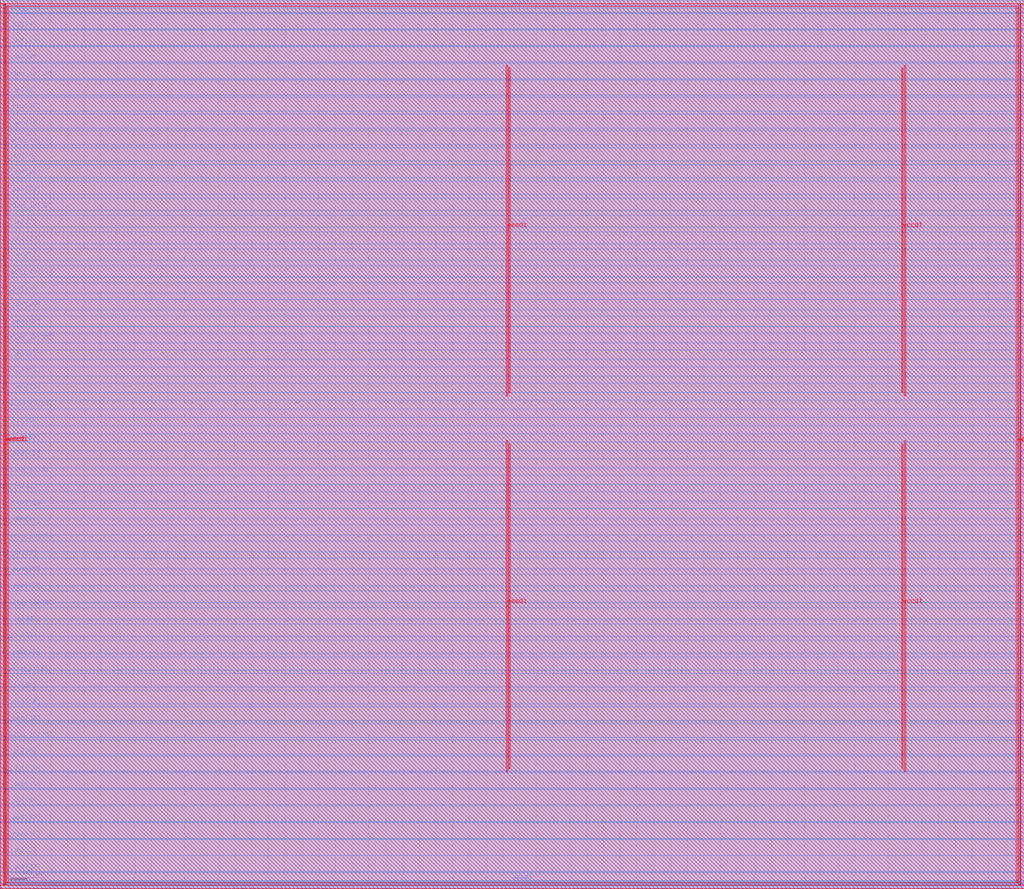
<source format=lef>
##
## LEF for PtnCells ;
## created by Innovus v20.10-p004_1 on Tue Jun  7 02:10:49 2022
##

VERSION 5.8 ;

BUSBITCHARS "[]" ;
DIVIDERCHAR "/" ;

MACRO soc_now_caravel_top
  CLASS BLOCK ;
  SIZE 1222.220000 BY 1061.140000 ;
  FOREIGN soc_now_caravel_top 0.000000 0.000000 ;
  ORIGIN 0 0 ;
  SYMMETRY X Y R90 ;
  PIN wb_clk_i
    DIRECTION INPUT ;
    USE SIGNAL ;
    ANTENNAPARTIALMETALAREA 66.7041 LAYER met3  ;
    ANTENNAPARTIALMETALSIDEAREA 356.216 LAYER met3  ;
    ANTENNAMODEL OXIDE1 ;
    ANTENNAGATEAREA 1.704 LAYER met3  ;
    ANTENNAMAXAREACAR 76.345 LAYER met3  ;
    ANTENNAMAXSIDEAREACAR 393.923 LAYER met3  ;
    ANTENNAMAXCUTCAR 0.107277 LAYER via3  ;
    PORT
      LAYER met3 ;
        RECT 1.920000 0.000000 2.220000 0.800000 ;
    END
  END wb_clk_i
  PIN wb_rst_i
    DIRECTION INPUT ;
    USE SIGNAL ;
    ANTENNAPARTIALMETALAREA 77.6717 LAYER met3  ;
    ANTENNAPARTIALMETALSIDEAREA 415.168 LAYER met3  ;
    ANTENNAMODEL OXIDE1 ;
    ANTENNAGATEAREA 1.0995 LAYER met3  ;
    ANTENNAMAXAREACAR 201.914 LAYER met3  ;
    ANTENNAMAXSIDEAREACAR 1030.33 LAYER met3  ;
    ANTENNAPARTIALCUTAREA 0.08 LAYER via3  ;
    ANTENNAMAXCUTCAR 0.54952 LAYER via3  ;
    ANTENNAPARTIALMETALAREA 59.5296 LAYER met4  ;
    ANTENNAPARTIALMETALSIDEAREA 318.432 LAYER met4  ;
    ANTENNAGATEAREA 2.4465 LAYER met4  ;
    ANTENNAMAXAREACAR 226.246 LAYER met4  ;
    ANTENNAMAXSIDEAREACAR 1160.48 LAYER met4  ;
    ANTENNAMAXCUTCAR 0.679499 LAYER via4  ;
    PORT
      LAYER met3 ;
        RECT 0.000000 0.480000 0.600000 0.880000 ;
    END
  END wb_rst_i
  PIN wbs_stb_i
    DIRECTION INPUT ;
    USE SIGNAL ;
    PORT
      LAYER met3 ;
        RECT 255.380000 0.000000 255.680000 0.800000 ;
    END
  END wbs_stb_i
  PIN wbs_cyc_i
    DIRECTION INPUT ;
    USE SIGNAL ;
    PORT
      LAYER met3 ;
        RECT 85.640000 0.000000 85.940000 0.800000 ;
    END
  END wbs_cyc_i
  PIN wbs_we_i
    DIRECTION INPUT ;
    USE SIGNAL ;
    PORT
      LAYER met3 ;
        RECT 257.680000 0.000000 257.980000 0.800000 ;
    END
  END wbs_we_i
  PIN wbs_sel_i[3]
    DIRECTION INPUT ;
    USE SIGNAL ;
    PORT
      LAYER met3 ;
        RECT 252.620000 0.000000 252.920000 0.800000 ;
    END
  END wbs_sel_i[3]
  PIN wbs_sel_i[2]
    DIRECTION INPUT ;
    USE SIGNAL ;
    PORT
      LAYER met3 ;
        RECT 250.320000 0.000000 250.620000 0.800000 ;
    END
  END wbs_sel_i[2]
  PIN wbs_sel_i[1]
    DIRECTION INPUT ;
    USE SIGNAL ;
    PORT
      LAYER met3 ;
        RECT 248.020000 0.000000 248.320000 0.800000 ;
    END
  END wbs_sel_i[1]
  PIN wbs_sel_i[0]
    DIRECTION INPUT ;
    USE SIGNAL ;
    PORT
      LAYER met3 ;
        RECT 245.260000 0.000000 245.560000 0.800000 ;
    END
  END wbs_sel_i[0]
  PIN wbs_dat_i[31]
    DIRECTION INPUT ;
    USE SIGNAL ;
    PORT
      LAYER met3 ;
        RECT 164.300000 0.000000 164.600000 0.800000 ;
    END
  END wbs_dat_i[31]
  PIN wbs_dat_i[30]
    DIRECTION INPUT ;
    USE SIGNAL ;
    PORT
      LAYER met3 ;
        RECT 162.000000 0.000000 162.300000 0.800000 ;
    END
  END wbs_dat_i[30]
  PIN wbs_dat_i[29]
    DIRECTION INPUT ;
    USE SIGNAL ;
    PORT
      LAYER met3 ;
        RECT 159.240000 0.000000 159.540000 0.800000 ;
    END
  END wbs_dat_i[29]
  PIN wbs_dat_i[28]
    DIRECTION INPUT ;
    USE SIGNAL ;
    PORT
      LAYER met3 ;
        RECT 156.940000 0.000000 157.240000 0.800000 ;
    END
  END wbs_dat_i[28]
  PIN wbs_dat_i[27]
    DIRECTION INPUT ;
    USE SIGNAL ;
    PORT
      LAYER met3 ;
        RECT 154.640000 0.000000 154.940000 0.800000 ;
    END
  END wbs_dat_i[27]
  PIN wbs_dat_i[26]
    DIRECTION INPUT ;
    USE SIGNAL ;
    PORT
      LAYER met3 ;
        RECT 151.880000 0.000000 152.180000 0.800000 ;
    END
  END wbs_dat_i[26]
  PIN wbs_dat_i[25]
    DIRECTION INPUT ;
    USE SIGNAL ;
    PORT
      LAYER met3 ;
        RECT 149.580000 0.000000 149.880000 0.800000 ;
    END
  END wbs_dat_i[25]
  PIN wbs_dat_i[24]
    DIRECTION INPUT ;
    USE SIGNAL ;
    PORT
      LAYER met3 ;
        RECT 146.820000 0.000000 147.120000 0.800000 ;
    END
  END wbs_dat_i[24]
  PIN wbs_dat_i[23]
    DIRECTION INPUT ;
    USE SIGNAL ;
    PORT
      LAYER met3 ;
        RECT 144.520000 0.000000 144.820000 0.800000 ;
    END
  END wbs_dat_i[23]
  PIN wbs_dat_i[22]
    DIRECTION INPUT ;
    USE SIGNAL ;
    PORT
      LAYER met3 ;
        RECT 142.220000 0.000000 142.520000 0.800000 ;
    END
  END wbs_dat_i[22]
  PIN wbs_dat_i[21]
    DIRECTION INPUT ;
    USE SIGNAL ;
    PORT
      LAYER met3 ;
        RECT 139.920000 0.000000 140.220000 0.800000 ;
    END
  END wbs_dat_i[21]
  PIN wbs_dat_i[20]
    DIRECTION INPUT ;
    USE SIGNAL ;
    PORT
      LAYER met3 ;
        RECT 137.160000 0.000000 137.460000 0.800000 ;
    END
  END wbs_dat_i[20]
  PIN wbs_dat_i[19]
    DIRECTION INPUT ;
    USE SIGNAL ;
    PORT
      LAYER met3 ;
        RECT 134.860000 0.000000 135.160000 0.800000 ;
    END
  END wbs_dat_i[19]
  PIN wbs_dat_i[18]
    DIRECTION INPUT ;
    USE SIGNAL ;
    PORT
      LAYER met3 ;
        RECT 132.100000 0.000000 132.400000 0.800000 ;
    END
  END wbs_dat_i[18]
  PIN wbs_dat_i[17]
    DIRECTION INPUT ;
    USE SIGNAL ;
    PORT
      LAYER met3 ;
        RECT 129.800000 0.000000 130.100000 0.800000 ;
    END
  END wbs_dat_i[17]
  PIN wbs_dat_i[16]
    DIRECTION INPUT ;
    USE SIGNAL ;
    PORT
      LAYER met3 ;
        RECT 127.500000 0.000000 127.800000 0.800000 ;
    END
  END wbs_dat_i[16]
  PIN wbs_dat_i[15]
    DIRECTION INPUT ;
    USE SIGNAL ;
    PORT
      LAYER met3 ;
        RECT 125.200000 0.000000 125.500000 0.800000 ;
    END
  END wbs_dat_i[15]
  PIN wbs_dat_i[14]
    DIRECTION INPUT ;
    USE SIGNAL ;
    PORT
      LAYER met3 ;
        RECT 122.440000 0.000000 122.740000 0.800000 ;
    END
  END wbs_dat_i[14]
  PIN wbs_dat_i[13]
    DIRECTION INPUT ;
    USE SIGNAL ;
    PORT
      LAYER met3 ;
        RECT 120.140000 0.000000 120.440000 0.800000 ;
    END
  END wbs_dat_i[13]
  PIN wbs_dat_i[12]
    DIRECTION INPUT ;
    USE SIGNAL ;
    PORT
      LAYER met3 ;
        RECT 117.840000 0.000000 118.140000 0.800000 ;
    END
  END wbs_dat_i[12]
  PIN wbs_dat_i[11]
    DIRECTION INPUT ;
    USE SIGNAL ;
    PORT
      LAYER met3 ;
        RECT 115.080000 0.000000 115.380000 0.800000 ;
    END
  END wbs_dat_i[11]
  PIN wbs_dat_i[10]
    DIRECTION INPUT ;
    USE SIGNAL ;
    PORT
      LAYER met3 ;
        RECT 112.780000 0.000000 113.080000 0.800000 ;
    END
  END wbs_dat_i[10]
  PIN wbs_dat_i[9]
    DIRECTION INPUT ;
    USE SIGNAL ;
    PORT
      LAYER met3 ;
        RECT 110.020000 0.000000 110.320000 0.800000 ;
    END
  END wbs_dat_i[9]
  PIN wbs_dat_i[8]
    DIRECTION INPUT ;
    USE SIGNAL ;
    PORT
      LAYER met3 ;
        RECT 107.720000 0.000000 108.020000 0.800000 ;
    END
  END wbs_dat_i[8]
  PIN wbs_dat_i[7]
    DIRECTION INPUT ;
    USE SIGNAL ;
    PORT
      LAYER met3 ;
        RECT 105.420000 0.000000 105.720000 0.800000 ;
    END
  END wbs_dat_i[7]
  PIN wbs_dat_i[6]
    DIRECTION INPUT ;
    USE SIGNAL ;
    PORT
      LAYER met3 ;
        RECT 102.660000 0.000000 102.960000 0.800000 ;
    END
  END wbs_dat_i[6]
  PIN wbs_dat_i[5]
    DIRECTION INPUT ;
    USE SIGNAL ;
    PORT
      LAYER met3 ;
        RECT 100.360000 0.000000 100.660000 0.800000 ;
    END
  END wbs_dat_i[5]
  PIN wbs_dat_i[4]
    DIRECTION INPUT ;
    USE SIGNAL ;
    PORT
      LAYER met3 ;
        RECT 98.060000 0.000000 98.360000 0.800000 ;
    END
  END wbs_dat_i[4]
  PIN wbs_dat_i[3]
    DIRECTION INPUT ;
    USE SIGNAL ;
    PORT
      LAYER met3 ;
        RECT 95.300000 0.000000 95.600000 0.800000 ;
    END
  END wbs_dat_i[3]
  PIN wbs_dat_i[2]
    DIRECTION INPUT ;
    USE SIGNAL ;
    PORT
      LAYER met3 ;
        RECT 93.000000 0.000000 93.300000 0.800000 ;
    END
  END wbs_dat_i[2]
  PIN wbs_dat_i[1]
    DIRECTION INPUT ;
    USE SIGNAL ;
    PORT
      LAYER met3 ;
        RECT 90.700000 0.000000 91.000000 0.800000 ;
    END
  END wbs_dat_i[1]
  PIN wbs_dat_i[0]
    DIRECTION INPUT ;
    USE SIGNAL ;
    PORT
      LAYER met3 ;
        RECT 87.940000 0.000000 88.240000 0.800000 ;
    END
  END wbs_dat_i[0]
  PIN wbs_adr_i[31]
    DIRECTION INPUT ;
    USE SIGNAL ;
    PORT
      LAYER met3 ;
        RECT 83.340000 0.000000 83.640000 0.800000 ;
    END
  END wbs_adr_i[31]
  PIN wbs_adr_i[30]
    DIRECTION INPUT ;
    USE SIGNAL ;
    PORT
      LAYER met3 ;
        RECT 80.580000 0.000000 80.880000 0.800000 ;
    END
  END wbs_adr_i[30]
  PIN wbs_adr_i[29]
    DIRECTION INPUT ;
    USE SIGNAL ;
    PORT
      LAYER met3 ;
        RECT 78.280000 0.000000 78.580000 0.800000 ;
    END
  END wbs_adr_i[29]
  PIN wbs_adr_i[28]
    DIRECTION INPUT ;
    USE SIGNAL ;
    PORT
      LAYER met3 ;
        RECT 75.980000 0.000000 76.280000 0.800000 ;
    END
  END wbs_adr_i[28]
  PIN wbs_adr_i[27]
    DIRECTION INPUT ;
    USE SIGNAL ;
    PORT
      LAYER met3 ;
        RECT 73.220000 0.000000 73.520000 0.800000 ;
    END
  END wbs_adr_i[27]
  PIN wbs_adr_i[26]
    DIRECTION INPUT ;
    USE SIGNAL ;
    PORT
      LAYER met3 ;
        RECT 70.920000 0.000000 71.220000 0.800000 ;
    END
  END wbs_adr_i[26]
  PIN wbs_adr_i[25]
    DIRECTION INPUT ;
    USE SIGNAL ;
    PORT
      LAYER met3 ;
        RECT 68.620000 0.000000 68.920000 0.800000 ;
    END
  END wbs_adr_i[25]
  PIN wbs_adr_i[24]
    DIRECTION INPUT ;
    USE SIGNAL ;
    PORT
      LAYER met3 ;
        RECT 65.860000 0.000000 66.160000 0.800000 ;
    END
  END wbs_adr_i[24]
  PIN wbs_adr_i[23]
    DIRECTION INPUT ;
    USE SIGNAL ;
    PORT
      LAYER met3 ;
        RECT 63.560000 0.000000 63.860000 0.800000 ;
    END
  END wbs_adr_i[23]
  PIN wbs_adr_i[22]
    DIRECTION INPUT ;
    USE SIGNAL ;
    PORT
      LAYER met3 ;
        RECT 60.800000 0.000000 61.100000 0.800000 ;
    END
  END wbs_adr_i[22]
  PIN wbs_adr_i[21]
    DIRECTION INPUT ;
    USE SIGNAL ;
    PORT
      LAYER met3 ;
        RECT 58.500000 0.000000 58.800000 0.800000 ;
    END
  END wbs_adr_i[21]
  PIN wbs_adr_i[20]
    DIRECTION INPUT ;
    USE SIGNAL ;
    PORT
      LAYER met3 ;
        RECT 56.200000 0.000000 56.500000 0.800000 ;
    END
  END wbs_adr_i[20]
  PIN wbs_adr_i[19]
    DIRECTION INPUT ;
    USE SIGNAL ;
    PORT
      LAYER met3 ;
        RECT 53.440000 0.000000 53.740000 0.800000 ;
    END
  END wbs_adr_i[19]
  PIN wbs_adr_i[18]
    DIRECTION INPUT ;
    USE SIGNAL ;
    PORT
      LAYER met3 ;
        RECT 51.140000 0.000000 51.440000 0.800000 ;
    END
  END wbs_adr_i[18]
  PIN wbs_adr_i[17]
    DIRECTION INPUT ;
    USE SIGNAL ;
    PORT
      LAYER met3 ;
        RECT 48.840000 0.000000 49.140000 0.800000 ;
    END
  END wbs_adr_i[17]
  PIN wbs_adr_i[16]
    DIRECTION INPUT ;
    USE SIGNAL ;
    PORT
      LAYER met3 ;
        RECT 46.080000 0.000000 46.380000 0.800000 ;
    END
  END wbs_adr_i[16]
  PIN wbs_adr_i[15]
    DIRECTION INPUT ;
    USE SIGNAL ;
    PORT
      LAYER met3 ;
        RECT 43.780000 0.000000 44.080000 0.800000 ;
    END
  END wbs_adr_i[15]
  PIN wbs_adr_i[14]
    DIRECTION INPUT ;
    USE SIGNAL ;
    PORT
      LAYER met3 ;
        RECT 41.480000 0.000000 41.780000 0.800000 ;
    END
  END wbs_adr_i[14]
  PIN wbs_adr_i[13]
    DIRECTION INPUT ;
    USE SIGNAL ;
    PORT
      LAYER met3 ;
        RECT 38.720000 0.000000 39.020000 0.800000 ;
    END
  END wbs_adr_i[13]
  PIN wbs_adr_i[12]
    DIRECTION INPUT ;
    USE SIGNAL ;
    PORT
      LAYER met3 ;
        RECT 36.420000 0.000000 36.720000 0.800000 ;
    END
  END wbs_adr_i[12]
  PIN wbs_adr_i[11]
    DIRECTION INPUT ;
    USE SIGNAL ;
    PORT
      LAYER met3 ;
        RECT 34.120000 0.000000 34.420000 0.800000 ;
    END
  END wbs_adr_i[11]
  PIN wbs_adr_i[10]
    DIRECTION INPUT ;
    USE SIGNAL ;
    PORT
      LAYER met3 ;
        RECT 31.360000 0.000000 31.660000 0.800000 ;
    END
  END wbs_adr_i[10]
  PIN wbs_adr_i[9]
    DIRECTION INPUT ;
    USE SIGNAL ;
    PORT
      LAYER met3 ;
        RECT 29.060000 0.000000 29.360000 0.800000 ;
    END
  END wbs_adr_i[9]
  PIN wbs_adr_i[8]
    DIRECTION INPUT ;
    USE SIGNAL ;
    PORT
      LAYER met3 ;
        RECT 26.760000 0.000000 27.060000 0.800000 ;
    END
  END wbs_adr_i[8]
  PIN wbs_adr_i[7]
    DIRECTION INPUT ;
    USE SIGNAL ;
    PORT
      LAYER met3 ;
        RECT 24.000000 0.000000 24.300000 0.800000 ;
    END
  END wbs_adr_i[7]
  PIN wbs_adr_i[6]
    DIRECTION INPUT ;
    USE SIGNAL ;
    PORT
      LAYER met3 ;
        RECT 21.700000 0.000000 22.000000 0.800000 ;
    END
  END wbs_adr_i[6]
  PIN wbs_adr_i[5]
    DIRECTION INPUT ;
    USE SIGNAL ;
    PORT
      LAYER met3 ;
        RECT 19.400000 0.000000 19.700000 0.800000 ;
    END
  END wbs_adr_i[5]
  PIN wbs_adr_i[4]
    DIRECTION INPUT ;
    USE SIGNAL ;
    PORT
      LAYER met3 ;
        RECT 16.640000 0.000000 16.940000 0.800000 ;
    END
  END wbs_adr_i[4]
  PIN wbs_adr_i[3]
    DIRECTION INPUT ;
    USE SIGNAL ;
    PORT
      LAYER met3 ;
        RECT 14.340000 0.000000 14.640000 0.800000 ;
    END
  END wbs_adr_i[3]
  PIN wbs_adr_i[2]
    DIRECTION INPUT ;
    USE SIGNAL ;
    PORT
      LAYER met3 ;
        RECT 12.040000 0.000000 12.340000 0.800000 ;
    END
  END wbs_adr_i[2]
  PIN wbs_adr_i[1]
    DIRECTION INPUT ;
    USE SIGNAL ;
    PORT
      LAYER met3 ;
        RECT 9.280000 0.000000 9.580000 0.800000 ;
    END
  END wbs_adr_i[1]
  PIN wbs_adr_i[0]
    DIRECTION INPUT ;
    USE SIGNAL ;
    PORT
      LAYER met3 ;
        RECT 6.980000 0.000000 7.280000 0.800000 ;
    END
  END wbs_adr_i[0]
  PIN wbs_ack_o
    DIRECTION OUTPUT ;
    USE SIGNAL ;
    ANTENNADIFFAREA 0.3834 LAYER met3  ;
    ANTENNAPARTIALMETALAREA 215.837 LAYER met3  ;
    ANTENNAPARTIALMETALSIDEAREA 1151.61 LAYER met3  ;
    PORT
      LAYER met3 ;
        RECT 4.220000 0.000000 4.520000 0.800000 ;
    END
  END wbs_ack_o
  PIN wbs_dat_o[31]
    DIRECTION OUTPUT ;
    USE SIGNAL ;
    ANTENNADIFFAREA 0.3834 LAYER met3  ;
    ANTENNAPARTIALMETALAREA 215.902 LAYER met3  ;
    ANTENNAPARTIALMETALSIDEAREA 1152.07 LAYER met3  ;
    PORT
      LAYER met3 ;
        RECT 242.960000 0.000000 243.260000 0.800000 ;
    END
  END wbs_dat_o[31]
  PIN wbs_dat_o[30]
    DIRECTION OUTPUT ;
    USE SIGNAL ;
    ANTENNADIFFAREA 0.3834 LAYER met3  ;
    ANTENNAPARTIALMETALAREA 215.882 LAYER met3  ;
    ANTENNAPARTIALMETALSIDEAREA 1151.85 LAYER met3  ;
    PORT
      LAYER met3 ;
        RECT 240.660000 0.000000 240.960000 0.800000 ;
    END
  END wbs_dat_o[30]
  PIN wbs_dat_o[29]
    DIRECTION OUTPUT ;
    USE SIGNAL ;
    ANTENNADIFFAREA 0.3834 LAYER met3  ;
    ANTENNAPARTIALMETALAREA 215.882 LAYER met3  ;
    ANTENNAPARTIALMETALSIDEAREA 1151.85 LAYER met3  ;
    PORT
      LAYER met3 ;
        RECT 237.900000 0.000000 238.200000 0.800000 ;
    END
  END wbs_dat_o[29]
  PIN wbs_dat_o[28]
    DIRECTION OUTPUT ;
    USE SIGNAL ;
    ANTENNADIFFAREA 0.3834 LAYER met3  ;
    ANTENNAPARTIALMETALAREA 215.882 LAYER met3  ;
    ANTENNAPARTIALMETALSIDEAREA 1151.85 LAYER met3  ;
    PORT
      LAYER met3 ;
        RECT 235.600000 0.000000 235.900000 0.800000 ;
    END
  END wbs_dat_o[28]
  PIN wbs_dat_o[27]
    DIRECTION OUTPUT ;
    USE SIGNAL ;
    ANTENNADIFFAREA 0.3834 LAYER met3  ;
    ANTENNAPARTIALMETALAREA 215.882 LAYER met3  ;
    ANTENNAPARTIALMETALSIDEAREA 1151.85 LAYER met3  ;
    PORT
      LAYER met3 ;
        RECT 233.300000 0.000000 233.600000 0.800000 ;
    END
  END wbs_dat_o[27]
  PIN wbs_dat_o[26]
    DIRECTION OUTPUT ;
    USE SIGNAL ;
    ANTENNADIFFAREA 0.3834 LAYER met3  ;
    ANTENNAPARTIALMETALAREA 215.882 LAYER met3  ;
    ANTENNAPARTIALMETALSIDEAREA 1151.85 LAYER met3  ;
    PORT
      LAYER met3 ;
        RECT 230.540000 0.000000 230.840000 0.800000 ;
    END
  END wbs_dat_o[26]
  PIN wbs_dat_o[25]
    DIRECTION OUTPUT ;
    USE SIGNAL ;
    ANTENNADIFFAREA 0.3834 LAYER met3  ;
    ANTENNAPARTIALMETALAREA 215.882 LAYER met3  ;
    ANTENNAPARTIALMETALSIDEAREA 1151.85 LAYER met3  ;
    PORT
      LAYER met3 ;
        RECT 228.240000 0.000000 228.540000 0.800000 ;
    END
  END wbs_dat_o[25]
  PIN wbs_dat_o[24]
    DIRECTION OUTPUT ;
    USE SIGNAL ;
    ANTENNADIFFAREA 0.3834 LAYER met3  ;
    ANTENNAPARTIALMETALAREA 215.882 LAYER met3  ;
    ANTENNAPARTIALMETALSIDEAREA 1151.85 LAYER met3  ;
    PORT
      LAYER met3 ;
        RECT 225.940000 0.000000 226.240000 0.800000 ;
    END
  END wbs_dat_o[24]
  PIN wbs_dat_o[23]
    DIRECTION OUTPUT ;
    USE SIGNAL ;
    ANTENNADIFFAREA 0.3834 LAYER met3  ;
    ANTENNAPARTIALMETALAREA 215.882 LAYER met3  ;
    ANTENNAPARTIALMETALSIDEAREA 1151.85 LAYER met3  ;
    PORT
      LAYER met3 ;
        RECT 223.180000 0.000000 223.480000 0.800000 ;
    END
  END wbs_dat_o[23]
  PIN wbs_dat_o[22]
    DIRECTION OUTPUT ;
    USE SIGNAL ;
    ANTENNADIFFAREA 0.3834 LAYER met3  ;
    ANTENNAPARTIALMETALAREA 215.882 LAYER met3  ;
    ANTENNAPARTIALMETALSIDEAREA 1151.85 LAYER met3  ;
    PORT
      LAYER met3 ;
        RECT 220.880000 0.000000 221.180000 0.800000 ;
    END
  END wbs_dat_o[22]
  PIN wbs_dat_o[21]
    DIRECTION OUTPUT ;
    USE SIGNAL ;
    ANTENNADIFFAREA 0.3834 LAYER met3  ;
    ANTENNAPARTIALMETALAREA 215.882 LAYER met3  ;
    ANTENNAPARTIALMETALSIDEAREA 1151.85 LAYER met3  ;
    PORT
      LAYER met3 ;
        RECT 218.580000 0.000000 218.880000 0.800000 ;
    END
  END wbs_dat_o[21]
  PIN wbs_dat_o[20]
    DIRECTION OUTPUT ;
    USE SIGNAL ;
    ANTENNADIFFAREA 0.3834 LAYER met3  ;
    ANTENNAPARTIALMETALAREA 215.882 LAYER met3  ;
    ANTENNAPARTIALMETALSIDEAREA 1151.85 LAYER met3  ;
    PORT
      LAYER met3 ;
        RECT 215.820000 0.000000 216.120000 0.800000 ;
    END
  END wbs_dat_o[20]
  PIN wbs_dat_o[19]
    DIRECTION OUTPUT ;
    USE SIGNAL ;
    ANTENNADIFFAREA 0.3834 LAYER met3  ;
    ANTENNAPARTIALMETALAREA 215.882 LAYER met3  ;
    ANTENNAPARTIALMETALSIDEAREA 1151.85 LAYER met3  ;
    PORT
      LAYER met3 ;
        RECT 213.520000 0.000000 213.820000 0.800000 ;
    END
  END wbs_dat_o[19]
  PIN wbs_dat_o[18]
    DIRECTION OUTPUT ;
    USE SIGNAL ;
    ANTENNADIFFAREA 0.3834 LAYER met3  ;
    ANTENNAPARTIALMETALAREA 215.882 LAYER met3  ;
    ANTENNAPARTIALMETALSIDEAREA 1152.02 LAYER met3  ;
    PORT
      LAYER met3 ;
        RECT 211.220000 0.000000 211.520000 0.800000 ;
    END
  END wbs_dat_o[18]
  PIN wbs_dat_o[17]
    DIRECTION OUTPUT ;
    USE SIGNAL ;
    ANTENNADIFFAREA 0.3834 LAYER met3  ;
    ANTENNAPARTIALMETALAREA 215.882 LAYER met3  ;
    ANTENNAPARTIALMETALSIDEAREA 1152.02 LAYER met3  ;
    PORT
      LAYER met3 ;
        RECT 208.460000 0.000000 208.760000 0.800000 ;
    END
  END wbs_dat_o[17]
  PIN wbs_dat_o[16]
    DIRECTION OUTPUT ;
    USE SIGNAL ;
    ANTENNADIFFAREA 0.3834 LAYER met3  ;
    ANTENNAPARTIALMETALAREA 215.882 LAYER met3  ;
    ANTENNAPARTIALMETALSIDEAREA 1151.85 LAYER met3  ;
    PORT
      LAYER met3 ;
        RECT 206.160000 0.000000 206.460000 0.800000 ;
    END
  END wbs_dat_o[16]
  PIN wbs_dat_o[15]
    DIRECTION OUTPUT ;
    USE SIGNAL ;
    ANTENNADIFFAREA 0.3834 LAYER met3  ;
    ANTENNAPARTIALMETALAREA 215.882 LAYER met3  ;
    ANTENNAPARTIALMETALSIDEAREA 1151.85 LAYER met3  ;
    PORT
      LAYER met3 ;
        RECT 203.400000 0.000000 203.700000 0.800000 ;
    END
  END wbs_dat_o[15]
  PIN wbs_dat_o[14]
    DIRECTION OUTPUT ;
    USE SIGNAL ;
    ANTENNADIFFAREA 0.3834 LAYER met3  ;
    ANTENNAPARTIALMETALAREA 215.882 LAYER met3  ;
    ANTENNAPARTIALMETALSIDEAREA 1151.85 LAYER met3  ;
    PORT
      LAYER met3 ;
        RECT 201.100000 0.000000 201.400000 0.800000 ;
    END
  END wbs_dat_o[14]
  PIN wbs_dat_o[13]
    DIRECTION OUTPUT ;
    USE SIGNAL ;
    ANTENNADIFFAREA 0.3834 LAYER met3  ;
    ANTENNAPARTIALMETALAREA 215.882 LAYER met3  ;
    ANTENNAPARTIALMETALSIDEAREA 1151.85 LAYER met3  ;
    PORT
      LAYER met3 ;
        RECT 198.800000 0.000000 199.100000 0.800000 ;
    END
  END wbs_dat_o[13]
  PIN wbs_dat_o[12]
    DIRECTION OUTPUT ;
    USE SIGNAL ;
    ANTENNADIFFAREA 0.3834 LAYER met3  ;
    ANTENNAPARTIALMETALAREA 215.882 LAYER met3  ;
    ANTENNAPARTIALMETALSIDEAREA 1151.85 LAYER met3  ;
    PORT
      LAYER met3 ;
        RECT 196.040000 0.000000 196.340000 0.800000 ;
    END
  END wbs_dat_o[12]
  PIN wbs_dat_o[11]
    DIRECTION OUTPUT ;
    USE SIGNAL ;
    ANTENNADIFFAREA 0.3834 LAYER met3  ;
    ANTENNAPARTIALMETALAREA 215.882 LAYER met3  ;
    ANTENNAPARTIALMETALSIDEAREA 1151.85 LAYER met3  ;
    PORT
      LAYER met3 ;
        RECT 193.740000 0.000000 194.040000 0.800000 ;
    END
  END wbs_dat_o[11]
  PIN wbs_dat_o[10]
    DIRECTION OUTPUT ;
    USE SIGNAL ;
    ANTENNADIFFAREA 0.3834 LAYER met3  ;
    ANTENNAPARTIALMETALAREA 215.882 LAYER met3  ;
    ANTENNAPARTIALMETALSIDEAREA 1151.85 LAYER met3  ;
    PORT
      LAYER met3 ;
        RECT 191.440000 0.000000 191.740000 0.800000 ;
    END
  END wbs_dat_o[10]
  PIN wbs_dat_o[9]
    DIRECTION OUTPUT ;
    USE SIGNAL ;
    ANTENNADIFFAREA 0.3834 LAYER met3  ;
    ANTENNAPARTIALMETALAREA 215.882 LAYER met3  ;
    ANTENNAPARTIALMETALSIDEAREA 1151.85 LAYER met3  ;
    PORT
      LAYER met3 ;
        RECT 189.140000 0.000000 189.440000 0.800000 ;
    END
  END wbs_dat_o[9]
  PIN wbs_dat_o[8]
    DIRECTION OUTPUT ;
    USE SIGNAL ;
    ANTENNADIFFAREA 0.3834 LAYER met3  ;
    ANTENNAPARTIALMETALAREA 215.882 LAYER met3  ;
    ANTENNAPARTIALMETALSIDEAREA 1151.85 LAYER met3  ;
    PORT
      LAYER met3 ;
        RECT 186.380000 0.000000 186.680000 0.800000 ;
    END
  END wbs_dat_o[8]
  PIN wbs_dat_o[7]
    DIRECTION OUTPUT ;
    USE SIGNAL ;
    ANTENNADIFFAREA 0.3834 LAYER met3  ;
    ANTENNAPARTIALMETALAREA 215.882 LAYER met3  ;
    ANTENNAPARTIALMETALSIDEAREA 1151.85 LAYER met3  ;
    PORT
      LAYER met3 ;
        RECT 184.080000 0.000000 184.380000 0.800000 ;
    END
  END wbs_dat_o[7]
  PIN wbs_dat_o[6]
    DIRECTION OUTPUT ;
    USE SIGNAL ;
    ANTENNADIFFAREA 0.3834 LAYER met3  ;
    ANTENNAPARTIALMETALAREA 215.882 LAYER met3  ;
    ANTENNAPARTIALMETALSIDEAREA 1151.85 LAYER met3  ;
    PORT
      LAYER met3 ;
        RECT 181.320000 0.000000 181.620000 0.800000 ;
    END
  END wbs_dat_o[6]
  PIN wbs_dat_o[5]
    DIRECTION OUTPUT ;
    USE SIGNAL ;
    ANTENNADIFFAREA 0.3834 LAYER met3  ;
    ANTENNAPARTIALMETALAREA 215.882 LAYER met3  ;
    ANTENNAPARTIALMETALSIDEAREA 1151.85 LAYER met3  ;
    PORT
      LAYER met3 ;
        RECT 179.020000 0.000000 179.320000 0.800000 ;
    END
  END wbs_dat_o[5]
  PIN wbs_dat_o[4]
    DIRECTION OUTPUT ;
    USE SIGNAL ;
    ANTENNADIFFAREA 0.3834 LAYER met3  ;
    ANTENNAPARTIALMETALAREA 215.882 LAYER met3  ;
    ANTENNAPARTIALMETALSIDEAREA 1151.85 LAYER met3  ;
    PORT
      LAYER met3 ;
        RECT 176.720000 0.000000 177.020000 0.800000 ;
    END
  END wbs_dat_o[4]
  PIN wbs_dat_o[3]
    DIRECTION OUTPUT ;
    USE SIGNAL ;
    ANTENNADIFFAREA 0.3834 LAYER met3  ;
    ANTENNAPARTIALMETALAREA 215.882 LAYER met3  ;
    ANTENNAPARTIALMETALSIDEAREA 1151.85 LAYER met3  ;
    PORT
      LAYER met3 ;
        RECT 173.960000 0.000000 174.260000 0.800000 ;
    END
  END wbs_dat_o[3]
  PIN wbs_dat_o[2]
    DIRECTION OUTPUT ;
    USE SIGNAL ;
    ANTENNADIFFAREA 0.3834 LAYER met3  ;
    ANTENNAPARTIALMETALAREA 215.882 LAYER met3  ;
    ANTENNAPARTIALMETALSIDEAREA 1151.85 LAYER met3  ;
    PORT
      LAYER met3 ;
        RECT 171.660000 0.000000 171.960000 0.800000 ;
    END
  END wbs_dat_o[2]
  PIN wbs_dat_o[1]
    DIRECTION OUTPUT ;
    USE SIGNAL ;
    ANTENNADIFFAREA 0.3834 LAYER met3  ;
    ANTENNAPARTIALMETALAREA 215.882 LAYER met3  ;
    ANTENNAPARTIALMETALSIDEAREA 1151.85 LAYER met3  ;
    PORT
      LAYER met3 ;
        RECT 169.360000 0.000000 169.660000 0.800000 ;
    END
  END wbs_dat_o[1]
  PIN wbs_dat_o[0]
    DIRECTION OUTPUT ;
    USE SIGNAL ;
    ANTENNADIFFAREA 0.3834 LAYER met3  ;
    ANTENNAPARTIALMETALAREA 215.902 LAYER met3  ;
    ANTENNAPARTIALMETALSIDEAREA 1152.07 LAYER met3  ;
    PORT
      LAYER met3 ;
        RECT 166.600000 0.000000 166.900000 0.800000 ;
    END
  END wbs_dat_o[0]
  PIN la_data_in[127]
    DIRECTION INPUT ;
    USE SIGNAL ;
    PORT
      LAYER met3 ;
        RECT 572.320000 0.000000 572.620000 0.800000 ;
    END
  END la_data_in[127]
  PIN la_data_in[126]
    DIRECTION INPUT ;
    USE SIGNAL ;
    PORT
      LAYER met3 ;
        RECT 570.020000 0.000000 570.320000 0.800000 ;
    END
  END la_data_in[126]
  PIN la_data_in[125]
    DIRECTION INPUT ;
    USE SIGNAL ;
    PORT
      LAYER met3 ;
        RECT 567.720000 0.000000 568.020000 0.800000 ;
    END
  END la_data_in[125]
  PIN la_data_in[124]
    DIRECTION INPUT ;
    USE SIGNAL ;
    PORT
      LAYER met3 ;
        RECT 564.960000 0.000000 565.260000 0.800000 ;
    END
  END la_data_in[124]
  PIN la_data_in[123]
    DIRECTION INPUT ;
    USE SIGNAL ;
    PORT
      LAYER met3 ;
        RECT 562.660000 0.000000 562.960000 0.800000 ;
    END
  END la_data_in[123]
  PIN la_data_in[122]
    DIRECTION INPUT ;
    USE SIGNAL ;
    PORT
      LAYER met3 ;
        RECT 559.900000 0.000000 560.200000 0.800000 ;
    END
  END la_data_in[122]
  PIN la_data_in[121]
    DIRECTION INPUT ;
    USE SIGNAL ;
    PORT
      LAYER met3 ;
        RECT 557.600000 0.000000 557.900000 0.800000 ;
    END
  END la_data_in[121]
  PIN la_data_in[120]
    DIRECTION INPUT ;
    USE SIGNAL ;
    PORT
      LAYER met3 ;
        RECT 555.300000 0.000000 555.600000 0.800000 ;
    END
  END la_data_in[120]
  PIN la_data_in[119]
    DIRECTION INPUT ;
    USE SIGNAL ;
    PORT
      LAYER met3 ;
        RECT 553.000000 0.000000 553.300000 0.800000 ;
    END
  END la_data_in[119]
  PIN la_data_in[118]
    DIRECTION INPUT ;
    USE SIGNAL ;
    PORT
      LAYER met3 ;
        RECT 550.240000 0.000000 550.540000 0.800000 ;
    END
  END la_data_in[118]
  PIN la_data_in[117]
    DIRECTION INPUT ;
    USE SIGNAL ;
    PORT
      LAYER met3 ;
        RECT 547.940000 0.000000 548.240000 0.800000 ;
    END
  END la_data_in[117]
  PIN la_data_in[116]
    DIRECTION INPUT ;
    USE SIGNAL ;
    PORT
      LAYER met3 ;
        RECT 545.640000 0.000000 545.940000 0.800000 ;
    END
  END la_data_in[116]
  PIN la_data_in[115]
    DIRECTION INPUT ;
    USE SIGNAL ;
    PORT
      LAYER met3 ;
        RECT 542.880000 0.000000 543.180000 0.800000 ;
    END
  END la_data_in[115]
  PIN la_data_in[114]
    DIRECTION INPUT ;
    USE SIGNAL ;
    PORT
      LAYER met3 ;
        RECT 540.580000 0.000000 540.880000 0.800000 ;
    END
  END la_data_in[114]
  PIN la_data_in[113]
    DIRECTION INPUT ;
    USE SIGNAL ;
    PORT
      LAYER met3 ;
        RECT 537.820000 0.000000 538.120000 0.800000 ;
    END
  END la_data_in[113]
  PIN la_data_in[112]
    DIRECTION INPUT ;
    USE SIGNAL ;
    PORT
      LAYER met3 ;
        RECT 535.520000 0.000000 535.820000 0.800000 ;
    END
  END la_data_in[112]
  PIN la_data_in[111]
    DIRECTION INPUT ;
    USE SIGNAL ;
    PORT
      LAYER met3 ;
        RECT 533.220000 0.000000 533.520000 0.800000 ;
    END
  END la_data_in[111]
  PIN la_data_in[110]
    DIRECTION INPUT ;
    USE SIGNAL ;
    PORT
      LAYER met3 ;
        RECT 530.460000 0.000000 530.760000 0.800000 ;
    END
  END la_data_in[110]
  PIN la_data_in[109]
    DIRECTION INPUT ;
    USE SIGNAL ;
    PORT
      LAYER met3 ;
        RECT 528.160000 0.000000 528.460000 0.800000 ;
    END
  END la_data_in[109]
  PIN la_data_in[108]
    DIRECTION INPUT ;
    USE SIGNAL ;
    PORT
      LAYER met3 ;
        RECT 525.860000 0.000000 526.160000 0.800000 ;
    END
  END la_data_in[108]
  PIN la_data_in[107]
    DIRECTION INPUT ;
    USE SIGNAL ;
    PORT
      LAYER met3 ;
        RECT 523.100000 0.000000 523.400000 0.800000 ;
    END
  END la_data_in[107]
  PIN la_data_in[106]
    DIRECTION INPUT ;
    USE SIGNAL ;
    PORT
      LAYER met3 ;
        RECT 520.800000 0.000000 521.100000 0.800000 ;
    END
  END la_data_in[106]
  PIN la_data_in[105]
    DIRECTION INPUT ;
    USE SIGNAL ;
    PORT
      LAYER met3 ;
        RECT 518.500000 0.000000 518.800000 0.800000 ;
    END
  END la_data_in[105]
  PIN la_data_in[104]
    DIRECTION INPUT ;
    USE SIGNAL ;
    PORT
      LAYER met3 ;
        RECT 515.740000 0.000000 516.040000 0.800000 ;
    END
  END la_data_in[104]
  PIN la_data_in[103]
    DIRECTION INPUT ;
    USE SIGNAL ;
    PORT
      LAYER met3 ;
        RECT 513.440000 0.000000 513.740000 0.800000 ;
    END
  END la_data_in[103]
  PIN la_data_in[102]
    DIRECTION INPUT ;
    USE SIGNAL ;
    PORT
      LAYER met3 ;
        RECT 511.140000 0.000000 511.440000 0.800000 ;
    END
  END la_data_in[102]
  PIN la_data_in[101]
    DIRECTION INPUT ;
    USE SIGNAL ;
    PORT
      LAYER met3 ;
        RECT 508.380000 0.000000 508.680000 0.800000 ;
    END
  END la_data_in[101]
  PIN la_data_in[100]
    DIRECTION INPUT ;
    USE SIGNAL ;
    PORT
      LAYER met3 ;
        RECT 506.080000 0.000000 506.380000 0.800000 ;
    END
  END la_data_in[100]
  PIN la_data_in[99]
    DIRECTION INPUT ;
    USE SIGNAL ;
    PORT
      LAYER met3 ;
        RECT 503.780000 0.000000 504.080000 0.800000 ;
    END
  END la_data_in[99]
  PIN la_data_in[98]
    DIRECTION INPUT ;
    USE SIGNAL ;
    PORT
      LAYER met3 ;
        RECT 501.020000 0.000000 501.320000 0.800000 ;
    END
  END la_data_in[98]
  PIN la_data_in[97]
    DIRECTION INPUT ;
    USE SIGNAL ;
    PORT
      LAYER met3 ;
        RECT 498.720000 0.000000 499.020000 0.800000 ;
    END
  END la_data_in[97]
  PIN la_data_in[96]
    DIRECTION INPUT ;
    USE SIGNAL ;
    PORT
      LAYER met3 ;
        RECT 496.420000 0.000000 496.720000 0.800000 ;
    END
  END la_data_in[96]
  PIN la_data_in[95]
    DIRECTION INPUT ;
    USE SIGNAL ;
    PORT
      LAYER met3 ;
        RECT 493.660000 0.000000 493.960000 0.800000 ;
    END
  END la_data_in[95]
  PIN la_data_in[94]
    DIRECTION INPUT ;
    USE SIGNAL ;
    PORT
      LAYER met3 ;
        RECT 491.360000 0.000000 491.660000 0.800000 ;
    END
  END la_data_in[94]
  PIN la_data_in[93]
    DIRECTION INPUT ;
    USE SIGNAL ;
    PORT
      LAYER met3 ;
        RECT 489.060000 0.000000 489.360000 0.800000 ;
    END
  END la_data_in[93]
  PIN la_data_in[92]
    DIRECTION INPUT ;
    USE SIGNAL ;
    PORT
      LAYER met3 ;
        RECT 486.300000 0.000000 486.600000 0.800000 ;
    END
  END la_data_in[92]
  PIN la_data_in[91]
    DIRECTION INPUT ;
    USE SIGNAL ;
    PORT
      LAYER met3 ;
        RECT 484.000000 0.000000 484.300000 0.800000 ;
    END
  END la_data_in[91]
  PIN la_data_in[90]
    DIRECTION INPUT ;
    USE SIGNAL ;
    PORT
      LAYER met3 ;
        RECT 481.700000 0.000000 482.000000 0.800000 ;
    END
  END la_data_in[90]
  PIN la_data_in[89]
    DIRECTION INPUT ;
    USE SIGNAL ;
    PORT
      LAYER met3 ;
        RECT 478.940000 0.000000 479.240000 0.800000 ;
    END
  END la_data_in[89]
  PIN la_data_in[88]
    DIRECTION INPUT ;
    USE SIGNAL ;
    PORT
      LAYER met3 ;
        RECT 476.640000 0.000000 476.940000 0.800000 ;
    END
  END la_data_in[88]
  PIN la_data_in[87]
    DIRECTION INPUT ;
    USE SIGNAL ;
    PORT
      LAYER met3 ;
        RECT 474.340000 0.000000 474.640000 0.800000 ;
    END
  END la_data_in[87]
  PIN la_data_in[86]
    DIRECTION INPUT ;
    USE SIGNAL ;
    PORT
      LAYER met3 ;
        RECT 471.580000 0.000000 471.880000 0.800000 ;
    END
  END la_data_in[86]
  PIN la_data_in[85]
    DIRECTION INPUT ;
    USE SIGNAL ;
    PORT
      LAYER met3 ;
        RECT 469.280000 0.000000 469.580000 0.800000 ;
    END
  END la_data_in[85]
  PIN la_data_in[84]
    DIRECTION INPUT ;
    USE SIGNAL ;
    PORT
      LAYER met3 ;
        RECT 466.520000 0.000000 466.820000 0.800000 ;
    END
  END la_data_in[84]
  PIN la_data_in[83]
    DIRECTION INPUT ;
    USE SIGNAL ;
    PORT
      LAYER met3 ;
        RECT 464.220000 0.000000 464.520000 0.800000 ;
    END
  END la_data_in[83]
  PIN la_data_in[82]
    DIRECTION INPUT ;
    USE SIGNAL ;
    PORT
      LAYER met3 ;
        RECT 461.920000 0.000000 462.220000 0.800000 ;
    END
  END la_data_in[82]
  PIN la_data_in[81]
    DIRECTION INPUT ;
    USE SIGNAL ;
    PORT
      LAYER met3 ;
        RECT 459.160000 0.000000 459.460000 0.800000 ;
    END
  END la_data_in[81]
  PIN la_data_in[80]
    DIRECTION INPUT ;
    USE SIGNAL ;
    PORT
      LAYER met3 ;
        RECT 456.860000 0.000000 457.160000 0.800000 ;
    END
  END la_data_in[80]
  PIN la_data_in[79]
    DIRECTION INPUT ;
    USE SIGNAL ;
    PORT
      LAYER met3 ;
        RECT 454.560000 0.000000 454.860000 0.800000 ;
    END
  END la_data_in[79]
  PIN la_data_in[78]
    DIRECTION INPUT ;
    USE SIGNAL ;
    PORT
      LAYER met3 ;
        RECT 451.800000 0.000000 452.100000 0.800000 ;
    END
  END la_data_in[78]
  PIN la_data_in[77]
    DIRECTION INPUT ;
    USE SIGNAL ;
    PORT
      LAYER met3 ;
        RECT 449.500000 0.000000 449.800000 0.800000 ;
    END
  END la_data_in[77]
  PIN la_data_in[76]
    DIRECTION INPUT ;
    USE SIGNAL ;
    PORT
      LAYER met3 ;
        RECT 447.200000 0.000000 447.500000 0.800000 ;
    END
  END la_data_in[76]
  PIN la_data_in[75]
    DIRECTION INPUT ;
    USE SIGNAL ;
    PORT
      LAYER met3 ;
        RECT 444.440000 0.000000 444.740000 0.800000 ;
    END
  END la_data_in[75]
  PIN la_data_in[74]
    DIRECTION INPUT ;
    USE SIGNAL ;
    PORT
      LAYER met3 ;
        RECT 442.140000 0.000000 442.440000 0.800000 ;
    END
  END la_data_in[74]
  PIN la_data_in[73]
    DIRECTION INPUT ;
    USE SIGNAL ;
    PORT
      LAYER met3 ;
        RECT 439.840000 0.000000 440.140000 0.800000 ;
    END
  END la_data_in[73]
  PIN la_data_in[72]
    DIRECTION INPUT ;
    USE SIGNAL ;
    PORT
      LAYER met3 ;
        RECT 437.080000 0.000000 437.380000 0.800000 ;
    END
  END la_data_in[72]
  PIN la_data_in[71]
    DIRECTION INPUT ;
    USE SIGNAL ;
    PORT
      LAYER met3 ;
        RECT 434.780000 0.000000 435.080000 0.800000 ;
    END
  END la_data_in[71]
  PIN la_data_in[70]
    DIRECTION INPUT ;
    USE SIGNAL ;
    PORT
      LAYER met3 ;
        RECT 432.480000 0.000000 432.780000 0.800000 ;
    END
  END la_data_in[70]
  PIN la_data_in[69]
    DIRECTION INPUT ;
    USE SIGNAL ;
    PORT
      LAYER met3 ;
        RECT 429.720000 0.000000 430.020000 0.800000 ;
    END
  END la_data_in[69]
  PIN la_data_in[68]
    DIRECTION INPUT ;
    USE SIGNAL ;
    PORT
      LAYER met3 ;
        RECT 427.420000 0.000000 427.720000 0.800000 ;
    END
  END la_data_in[68]
  PIN la_data_in[67]
    DIRECTION INPUT ;
    USE SIGNAL ;
    PORT
      LAYER met3 ;
        RECT 425.120000 0.000000 425.420000 0.800000 ;
    END
  END la_data_in[67]
  PIN la_data_in[66]
    DIRECTION INPUT ;
    USE SIGNAL ;
    PORT
      LAYER met3 ;
        RECT 422.360000 0.000000 422.660000 0.800000 ;
    END
  END la_data_in[66]
  PIN la_data_in[65]
    DIRECTION INPUT ;
    USE SIGNAL ;
    PORT
      LAYER met3 ;
        RECT 420.060000 0.000000 420.360000 0.800000 ;
    END
  END la_data_in[65]
  PIN la_data_in[64]
    DIRECTION INPUT ;
    USE SIGNAL ;
    PORT
      LAYER met3 ;
        RECT 417.300000 0.000000 417.600000 0.800000 ;
    END
  END la_data_in[64]
  PIN la_data_in[63]
    DIRECTION INPUT ;
    USE SIGNAL ;
    PORT
      LAYER met3 ;
        RECT 415.000000 0.000000 415.300000 0.800000 ;
    END
  END la_data_in[63]
  PIN la_data_in[62]
    DIRECTION INPUT ;
    USE SIGNAL ;
    PORT
      LAYER met3 ;
        RECT 412.700000 0.000000 413.000000 0.800000 ;
    END
  END la_data_in[62]
  PIN la_data_in[61]
    DIRECTION INPUT ;
    USE SIGNAL ;
    PORT
      LAYER met3 ;
        RECT 409.940000 0.000000 410.240000 0.800000 ;
    END
  END la_data_in[61]
  PIN la_data_in[60]
    DIRECTION INPUT ;
    USE SIGNAL ;
    PORT
      LAYER met3 ;
        RECT 407.640000 0.000000 407.940000 0.800000 ;
    END
  END la_data_in[60]
  PIN la_data_in[59]
    DIRECTION INPUT ;
    USE SIGNAL ;
    PORT
      LAYER met3 ;
        RECT 405.340000 0.000000 405.640000 0.800000 ;
    END
  END la_data_in[59]
  PIN la_data_in[58]
    DIRECTION INPUT ;
    USE SIGNAL ;
    PORT
      LAYER met3 ;
        RECT 403.040000 0.000000 403.340000 0.800000 ;
    END
  END la_data_in[58]
  PIN la_data_in[57]
    DIRECTION INPUT ;
    USE SIGNAL ;
    PORT
      LAYER met3 ;
        RECT 400.280000 0.000000 400.580000 0.800000 ;
    END
  END la_data_in[57]
  PIN la_data_in[56]
    DIRECTION INPUT ;
    USE SIGNAL ;
    PORT
      LAYER met3 ;
        RECT 397.980000 0.000000 398.280000 0.800000 ;
    END
  END la_data_in[56]
  PIN la_data_in[55]
    DIRECTION INPUT ;
    USE SIGNAL ;
    PORT
      LAYER met3 ;
        RECT 395.220000 0.000000 395.520000 0.800000 ;
    END
  END la_data_in[55]
  PIN la_data_in[54]
    DIRECTION INPUT ;
    USE SIGNAL ;
    PORT
      LAYER met3 ;
        RECT 392.920000 0.000000 393.220000 0.800000 ;
    END
  END la_data_in[54]
  PIN la_data_in[53]
    DIRECTION INPUT ;
    USE SIGNAL ;
    PORT
      LAYER met3 ;
        RECT 390.620000 0.000000 390.920000 0.800000 ;
    END
  END la_data_in[53]
  PIN la_data_in[52]
    DIRECTION INPUT ;
    USE SIGNAL ;
    PORT
      LAYER met3 ;
        RECT 387.860000 0.000000 388.160000 0.800000 ;
    END
  END la_data_in[52]
  PIN la_data_in[51]
    DIRECTION INPUT ;
    USE SIGNAL ;
    PORT
      LAYER met3 ;
        RECT 385.560000 0.000000 385.860000 0.800000 ;
    END
  END la_data_in[51]
  PIN la_data_in[50]
    DIRECTION INPUT ;
    USE SIGNAL ;
    PORT
      LAYER met3 ;
        RECT 383.260000 0.000000 383.560000 0.800000 ;
    END
  END la_data_in[50]
  PIN la_data_in[49]
    DIRECTION INPUT ;
    USE SIGNAL ;
    PORT
      LAYER met3 ;
        RECT 380.500000 0.000000 380.800000 0.800000 ;
    END
  END la_data_in[49]
  PIN la_data_in[48]
    DIRECTION INPUT ;
    USE SIGNAL ;
    PORT
      LAYER met3 ;
        RECT 378.200000 0.000000 378.500000 0.800000 ;
    END
  END la_data_in[48]
  PIN la_data_in[47]
    DIRECTION INPUT ;
    USE SIGNAL ;
    PORT
      LAYER met3 ;
        RECT 375.900000 0.000000 376.200000 0.800000 ;
    END
  END la_data_in[47]
  PIN la_data_in[46]
    DIRECTION INPUT ;
    USE SIGNAL ;
    PORT
      LAYER met3 ;
        RECT 373.140000 0.000000 373.440000 0.800000 ;
    END
  END la_data_in[46]
  PIN la_data_in[45]
    DIRECTION INPUT ;
    USE SIGNAL ;
    PORT
      LAYER met3 ;
        RECT 370.840000 0.000000 371.140000 0.800000 ;
    END
  END la_data_in[45]
  PIN la_data_in[44]
    DIRECTION INPUT ;
    USE SIGNAL ;
    PORT
      LAYER met3 ;
        RECT 368.540000 0.000000 368.840000 0.800000 ;
    END
  END la_data_in[44]
  PIN la_data_in[43]
    DIRECTION INPUT ;
    USE SIGNAL ;
    PORT
      LAYER met3 ;
        RECT 365.780000 0.000000 366.080000 0.800000 ;
    END
  END la_data_in[43]
  PIN la_data_in[42]
    DIRECTION INPUT ;
    USE SIGNAL ;
    PORT
      LAYER met3 ;
        RECT 363.480000 0.000000 363.780000 0.800000 ;
    END
  END la_data_in[42]
  PIN la_data_in[41]
    DIRECTION INPUT ;
    USE SIGNAL ;
    PORT
      LAYER met3 ;
        RECT 361.180000 0.000000 361.480000 0.800000 ;
    END
  END la_data_in[41]
  PIN la_data_in[40]
    DIRECTION INPUT ;
    USE SIGNAL ;
    PORT
      LAYER met3 ;
        RECT 358.420000 0.000000 358.720000 0.800000 ;
    END
  END la_data_in[40]
  PIN la_data_in[39]
    DIRECTION INPUT ;
    USE SIGNAL ;
    PORT
      LAYER met3 ;
        RECT 356.120000 0.000000 356.420000 0.800000 ;
    END
  END la_data_in[39]
  PIN la_data_in[38]
    DIRECTION INPUT ;
    USE SIGNAL ;
    PORT
      LAYER met3 ;
        RECT 353.820000 0.000000 354.120000 0.800000 ;
    END
  END la_data_in[38]
  PIN la_data_in[37]
    DIRECTION INPUT ;
    USE SIGNAL ;
    PORT
      LAYER met3 ;
        RECT 351.060000 0.000000 351.360000 0.800000 ;
    END
  END la_data_in[37]
  PIN la_data_in[36]
    DIRECTION INPUT ;
    USE SIGNAL ;
    PORT
      LAYER met3 ;
        RECT 348.760000 0.000000 349.060000 0.800000 ;
    END
  END la_data_in[36]
  PIN la_data_in[35]
    DIRECTION INPUT ;
    USE SIGNAL ;
    PORT
      LAYER met3 ;
        RECT 346.000000 0.000000 346.300000 0.800000 ;
    END
  END la_data_in[35]
  PIN la_data_in[34]
    DIRECTION INPUT ;
    USE SIGNAL ;
    PORT
      LAYER met3 ;
        RECT 343.700000 0.000000 344.000000 0.800000 ;
    END
  END la_data_in[34]
  PIN la_data_in[33]
    DIRECTION INPUT ;
    USE SIGNAL ;
    PORT
      LAYER met3 ;
        RECT 341.400000 0.000000 341.700000 0.800000 ;
    END
  END la_data_in[33]
  PIN la_data_in[32]
    DIRECTION INPUT ;
    USE SIGNAL ;
    PORT
      LAYER met3 ;
        RECT 339.100000 0.000000 339.400000 0.800000 ;
    END
  END la_data_in[32]
  PIN la_data_in[31]
    DIRECTION INPUT ;
    USE SIGNAL ;
    PORT
      LAYER met3 ;
        RECT 336.340000 0.000000 336.640000 0.800000 ;
    END
  END la_data_in[31]
  PIN la_data_in[30]
    DIRECTION INPUT ;
    USE SIGNAL ;
    PORT
      LAYER met3 ;
        RECT 334.040000 0.000000 334.340000 0.800000 ;
    END
  END la_data_in[30]
  PIN la_data_in[29]
    DIRECTION INPUT ;
    USE SIGNAL ;
    PORT
      LAYER met3 ;
        RECT 331.740000 0.000000 332.040000 0.800000 ;
    END
  END la_data_in[29]
  PIN la_data_in[28]
    DIRECTION INPUT ;
    USE SIGNAL ;
    PORT
      LAYER met3 ;
        RECT 328.980000 0.000000 329.280000 0.800000 ;
    END
  END la_data_in[28]
  PIN la_data_in[27]
    DIRECTION INPUT ;
    USE SIGNAL ;
    PORT
      LAYER met3 ;
        RECT 326.680000 0.000000 326.980000 0.800000 ;
    END
  END la_data_in[27]
  PIN la_data_in[26]
    DIRECTION INPUT ;
    USE SIGNAL ;
    PORT
      LAYER met3 ;
        RECT 323.920000 0.000000 324.220000 0.800000 ;
    END
  END la_data_in[26]
  PIN la_data_in[25]
    DIRECTION INPUT ;
    USE SIGNAL ;
    PORT
      LAYER met3 ;
        RECT 321.620000 0.000000 321.920000 0.800000 ;
    END
  END la_data_in[25]
  PIN la_data_in[24]
    DIRECTION INPUT ;
    USE SIGNAL ;
    PORT
      LAYER met3 ;
        RECT 319.320000 0.000000 319.620000 0.800000 ;
    END
  END la_data_in[24]
  PIN la_data_in[23]
    DIRECTION INPUT ;
    USE SIGNAL ;
    PORT
      LAYER met3 ;
        RECT 316.560000 0.000000 316.860000 0.800000 ;
    END
  END la_data_in[23]
  PIN la_data_in[22]
    DIRECTION INPUT ;
    USE SIGNAL ;
    PORT
      LAYER met3 ;
        RECT 314.260000 0.000000 314.560000 0.800000 ;
    END
  END la_data_in[22]
  PIN la_data_in[21]
    DIRECTION INPUT ;
    USE SIGNAL ;
    PORT
      LAYER met3 ;
        RECT 311.960000 0.000000 312.260000 0.800000 ;
    END
  END la_data_in[21]
  PIN la_data_in[20]
    DIRECTION INPUT ;
    USE SIGNAL ;
    PORT
      LAYER met3 ;
        RECT 309.200000 0.000000 309.500000 0.800000 ;
    END
  END la_data_in[20]
  PIN la_data_in[19]
    DIRECTION INPUT ;
    USE SIGNAL ;
    PORT
      LAYER met3 ;
        RECT 306.900000 0.000000 307.200000 0.800000 ;
    END
  END la_data_in[19]
  PIN la_data_in[18]
    DIRECTION INPUT ;
    USE SIGNAL ;
    PORT
      LAYER met3 ;
        RECT 304.600000 0.000000 304.900000 0.800000 ;
    END
  END la_data_in[18]
  PIN la_data_in[17]
    DIRECTION INPUT ;
    USE SIGNAL ;
    PORT
      LAYER met3 ;
        RECT 301.840000 0.000000 302.140000 0.800000 ;
    END
  END la_data_in[17]
  PIN la_data_in[16]
    DIRECTION INPUT ;
    USE SIGNAL ;
    PORT
      LAYER met3 ;
        RECT 299.540000 0.000000 299.840000 0.800000 ;
    END
  END la_data_in[16]
  PIN la_data_in[15]
    DIRECTION INPUT ;
    USE SIGNAL ;
    ANTENNAPARTIALMETALAREA 0.2904 LAYER met3  ;
    ANTENNAPARTIALMETALSIDEAREA 1.544 LAYER met3  ;
    ANTENNAMODEL OXIDE1 ;
    ANTENNAGATEAREA 0.252 LAYER met3  ;
    ANTENNAMAXAREACAR 18.9183 LAYER met3  ;
    ANTENNAMAXSIDEAREACAR 77.8115 LAYER met3  ;
    ANTENNAMAXCUTCAR 0.566667 LAYER via3  ;
    PORT
      LAYER met3 ;
        RECT 297.240000 0.000000 297.540000 0.800000 ;
    END
  END la_data_in[15]
  PIN la_data_in[14]
    DIRECTION INPUT ;
    USE SIGNAL ;
    ANTENNAPARTIALMETALAREA 0.2904 LAYER met3  ;
    ANTENNAPARTIALMETALSIDEAREA 1.544 LAYER met3  ;
    ANTENNAMODEL OXIDE1 ;
    ANTENNAGATEAREA 0.252 LAYER met3  ;
    ANTENNAMAXAREACAR 18.2917 LAYER met3  ;
    ANTENNAMAXSIDEAREACAR 80.8909 LAYER met3  ;
    ANTENNAMAXCUTCAR 0.566667 LAYER via3  ;
    PORT
      LAYER met3 ;
        RECT 294.480000 0.000000 294.780000 0.800000 ;
    END
  END la_data_in[14]
  PIN la_data_in[13]
    DIRECTION INPUT ;
    USE SIGNAL ;
    ANTENNAPARTIALMETALAREA 0.4284 LAYER met3  ;
    ANTENNAPARTIALMETALSIDEAREA 2.28 LAYER met3  ;
    ANTENNAMODEL OXIDE1 ;
    ANTENNAGATEAREA 0.252 LAYER met3  ;
    ANTENNAMAXAREACAR 16.4437 LAYER met3  ;
    ANTENNAMAXSIDEAREACAR 65.621 LAYER met3  ;
    ANTENNAMAXCUTCAR 0.566667 LAYER via3  ;
    PORT
      LAYER met3 ;
        RECT 292.180000 0.000000 292.480000 0.800000 ;
    END
  END la_data_in[13]
  PIN la_data_in[12]
    DIRECTION INPUT ;
    USE SIGNAL ;
    ANTENNAPARTIALMETALAREA 0.4284 LAYER met3  ;
    ANTENNAPARTIALMETALSIDEAREA 2.28 LAYER met3  ;
    ANTENNAMODEL OXIDE1 ;
    ANTENNAGATEAREA 0.3735 LAYER met3  ;
    ANTENNAMAXAREACAR 12.0035 LAYER met3  ;
    ANTENNAMAXSIDEAREACAR 43.5826 LAYER met3  ;
    ANTENNAMAXCUTCAR 0.396701 LAYER via3  ;
    PORT
      LAYER met3 ;
        RECT 289.880000 0.000000 290.180000 0.800000 ;
    END
  END la_data_in[12]
  PIN la_data_in[11]
    DIRECTION INPUT ;
    USE SIGNAL ;
    ANTENNAPARTIALMETALAREA 2.9026 LAYER met3  ;
    ANTENNAPARTIALMETALSIDEAREA 15.472 LAYER met3  ;
    ANTENNAPARTIALCUTAREA 0.04 LAYER via3  ;
    ANTENNAPARTIALMETALAREA 1.7658 LAYER met4  ;
    ANTENNAPARTIALMETALSIDEAREA 9.888 LAYER met4  ;
    ANTENNAMODEL OXIDE1 ;
    ANTENNAGATEAREA 0.495 LAYER met4  ;
    ANTENNAMAXAREACAR 11.3974 LAYER met4  ;
    ANTENNAMAXSIDEAREACAR 53.6879 LAYER met4  ;
    ANTENNAMAXCUTCAR 0.369293 LAYER via4  ;
    PORT
      LAYER met3 ;
        RECT 287.120000 0.000000 287.420000 0.800000 ;
    END
  END la_data_in[11]
  PIN la_data_in[10]
    DIRECTION INPUT ;
    USE SIGNAL ;
    ANTENNAPARTIALMETALAREA 4.7292 LAYER met3  ;
    ANTENNAPARTIALMETALSIDEAREA 25.688 LAYER met3  ;
    ANTENNAMODEL OXIDE1 ;
    ANTENNAGATEAREA 0.495 LAYER met3  ;
    ANTENNAMAXAREACAR 16.6965 LAYER met3  ;
    ANTENNAMAXSIDEAREACAR 80.2313 LAYER met3  ;
    ANTENNAMAXCUTCAR 0.288485 LAYER via3  ;
    PORT
      LAYER met3 ;
        RECT 284.820000 0.000000 285.120000 0.800000 ;
    END
  END la_data_in[10]
  PIN la_data_in[9]
    DIRECTION INPUT ;
    USE SIGNAL ;
    ANTENNAPARTIALMETALAREA 0.4284 LAYER met3  ;
    ANTENNAPARTIALMETALSIDEAREA 2.28 LAYER met3  ;
    ANTENNAMODEL OXIDE1 ;
    ANTENNAGATEAREA 0.495 LAYER met3  ;
    ANTENNAMAXAREACAR 6.51939 LAYER met3  ;
    ANTENNAMAXSIDEAREACAR 31.5657 LAYER met3  ;
    ANTENNAMAXCUTCAR 0.184646 LAYER via3  ;
    PORT
      LAYER met3 ;
        RECT 282.520000 0.000000 282.820000 0.800000 ;
    END
  END la_data_in[9]
  PIN la_data_in[8]
    DIRECTION INPUT ;
    USE SIGNAL ;
    ANTENNAPARTIALMETALAREA 0.2904 LAYER met3  ;
    ANTENNAPARTIALMETALSIDEAREA 1.544 LAYER met3  ;
    ANTENNAMODEL OXIDE1 ;
    ANTENNAGATEAREA 0.495 LAYER met3  ;
    ANTENNAMAXAREACAR 6.04505 LAYER met3  ;
    ANTENNAMAXSIDEAREACAR 26.4646 LAYER met3  ;
    ANTENNAMAXCUTCAR 0.24303 LAYER via3  ;
    PORT
      LAYER met3 ;
        RECT 279.760000 0.000000 280.060000 0.800000 ;
    END
  END la_data_in[8]
  PIN la_data_in[7]
    DIRECTION INPUT ;
    USE SIGNAL ;
    ANTENNAPARTIALMETALAREA 0.2904 LAYER met3  ;
    ANTENNAPARTIALMETALSIDEAREA 1.544 LAYER met3  ;
    ANTENNAMODEL OXIDE1 ;
    ANTENNAGATEAREA 0.8685 LAYER met3  ;
    ANTENNAMAXAREACAR 11.0904 LAYER met3  ;
    ANTENNAMAXSIDEAREACAR 52.1004 LAYER met3  ;
    ANTENNAMAXCUTCAR 0.453993 LAYER via3  ;
    PORT
      LAYER met3 ;
        RECT 277.460000 0.000000 277.760000 0.800000 ;
    END
  END la_data_in[7]
  PIN la_data_in[6]
    DIRECTION INPUT ;
    USE SIGNAL ;
    ANTENNAPARTIALMETALAREA 0.2904 LAYER met3  ;
    ANTENNAPARTIALMETALSIDEAREA 1.544 LAYER met3  ;
    ANTENNAMODEL OXIDE1 ;
    ANTENNAGATEAREA 0.495 LAYER met3  ;
    ANTENNAMAXAREACAR 7.81455 LAYER met3  ;
    ANTENNAMAXSIDEAREACAR 36.9202 LAYER met3  ;
    ANTENNAMAXCUTCAR 0.288485 LAYER via3  ;
    PORT
      LAYER met3 ;
        RECT 274.700000 0.000000 275.000000 0.800000 ;
    END
  END la_data_in[6]
  PIN la_data_in[5]
    DIRECTION INPUT ;
    USE SIGNAL ;
    ANTENNAPARTIALMETALAREA 0.2904 LAYER met3  ;
    ANTENNAPARTIALMETALSIDEAREA 1.544 LAYER met3  ;
    ANTENNAMODEL OXIDE1 ;
    ANTENNAGATEAREA 0.8685 LAYER met3  ;
    ANTENNAMAXAREACAR 6.42823 LAYER met3  ;
    ANTENNAMAXSIDEAREACAR 28.7896 LAYER met3  ;
    ANTENNAMAXCUTCAR 0.453993 LAYER via3  ;
    PORT
      LAYER met3 ;
        RECT 272.400000 0.000000 272.700000 0.800000 ;
    END
  END la_data_in[5]
  PIN la_data_in[4]
    DIRECTION INPUT ;
    USE SIGNAL ;
    ANTENNAPARTIALMETALAREA 0.2904 LAYER met3  ;
    ANTENNAPARTIALMETALSIDEAREA 1.544 LAYER met3  ;
    ANTENNAMODEL OXIDE1 ;
    ANTENNAGATEAREA 0.495 LAYER met3  ;
    ANTENNAMAXAREACAR 7.56848 LAYER met3  ;
    ANTENNAMAXSIDEAREACAR 35.6899 LAYER met3  ;
    ANTENNAMAXCUTCAR 0.288485 LAYER via3  ;
    PORT
      LAYER met3 ;
        RECT 270.100000 0.000000 270.400000 0.800000 ;
    END
  END la_data_in[4]
  PIN la_data_in[3]
    DIRECTION INPUT ;
    USE SIGNAL ;
    ANTENNAPARTIALMETALAREA 0.2904 LAYER met3  ;
    ANTENNAPARTIALMETALSIDEAREA 1.544 LAYER met3  ;
    ANTENNAMODEL OXIDE1 ;
    ANTENNAGATEAREA 0.8685 LAYER met3  ;
    ANTENNAMAXAREACAR 5.15163 LAYER met3  ;
    ANTENNAMAXSIDEAREACAR 21.8325 LAYER met3  ;
    ANTENNAMAXCUTCAR 0.335662 LAYER via3  ;
    PORT
      LAYER met3 ;
        RECT 267.340000 0.000000 267.640000 0.800000 ;
    END
  END la_data_in[3]
  PIN la_data_in[2]
    DIRECTION INPUT ;
    USE SIGNAL ;
    ANTENNAPARTIALMETALAREA 0.2904 LAYER met3  ;
    ANTENNAPARTIALMETALSIDEAREA 1.544 LAYER met3  ;
    ANTENNAMODEL OXIDE1 ;
    ANTENNAGATEAREA 0.495 LAYER met3  ;
    ANTENNAMAXAREACAR 8.96101 LAYER met3  ;
    ANTENNAMAXSIDEAREACAR 39.2919 LAYER met3  ;
    ANTENNAMAXCUTCAR 0.379394 LAYER via3  ;
    PORT
      LAYER met3 ;
        RECT 265.040000 0.000000 265.340000 0.800000 ;
    END
  END la_data_in[2]
  PIN la_data_in[1]
    DIRECTION INPUT ;
    USE SIGNAL ;
    ANTENNAPARTIALMETALAREA 0.1764 LAYER met3  ;
    ANTENNAPARTIALMETALSIDEAREA 0.936 LAYER met3  ;
    ANTENNAMODEL OXIDE1 ;
    ANTENNAGATEAREA 0.7425 LAYER met3  ;
    ANTENNAMAXAREACAR 5.80256 LAYER met3  ;
    ANTENNAMAXSIDEAREACAR 24.0317 LAYER met3  ;
    ANTENNAMAXCUTCAR 0.261549 LAYER via3  ;
    PORT
      LAYER met3 ;
        RECT 262.740000 0.000000 263.040000 0.800000 ;
    END
  END la_data_in[1]
  PIN la_data_in[0]
    DIRECTION INPUT ;
    USE SIGNAL ;
    ANTENNAPARTIALMETALAREA 0.2904 LAYER met3  ;
    ANTENNAPARTIALMETALSIDEAREA 1.544 LAYER met3  ;
    ANTENNAMODEL OXIDE1 ;
    ANTENNAGATEAREA 0.8685 LAYER met3  ;
    ANTENNAMAXAREACAR 8.29554 LAYER met3  ;
    ANTENNAMAXSIDEAREACAR 36.1208 LAYER met3  ;
    ANTENNAMAXCUTCAR 0.453993 LAYER via3  ;
    PORT
      LAYER met3 ;
        RECT 259.980000 0.000000 260.280000 0.800000 ;
    END
  END la_data_in[0]
  PIN la_data_out[127]
    DIRECTION OUTPUT ;
    USE SIGNAL ;
    ANTENNAPARTIALMETALAREA 13.4005 LAYER met3  ;
    ANTENNAPARTIALMETALSIDEAREA 72.056 LAYER met3  ;
    ANTENNAMODEL OXIDE1 ;
    ANTENNAGATEAREA 0.1965 LAYER met3  ;
    ANTENNAMAXAREACAR 68.1959 LAYER met3  ;
    ANTENNAMAXSIDEAREACAR 366.697 LAYER met3  ;
    ANTENNAPARTIALCUTAREA 0.04 LAYER via3  ;
    ANTENNAMAXCUTCAR 0.203562 LAYER via3  ;
    ANTENNAPARTIALMETALAREA 1.3032 LAYER met4  ;
    ANTENNAPARTIALMETALSIDEAREA 8.832 LAYER met4  ;
    ANTENNAGATEAREA 0.1965 LAYER met4  ;
    ANTENNAMAXAREACAR 74.828 LAYER met4  ;
    ANTENNAMAXSIDEAREACAR 411.644 LAYER met4  ;
    ANTENNAMAXCUTCAR 0.203562 LAYER via4  ;
    PORT
      LAYER met3 ;
        RECT 886.960000 0.000000 887.260000 0.800000 ;
    END
  END la_data_out[127]
  PIN la_data_out[126]
    DIRECTION OUTPUT ;
    USE SIGNAL ;
    ANTENNAPARTIALMETALAREA 13.381 LAYER met3  ;
    ANTENNAPARTIALMETALSIDEAREA 71.832 LAYER met3  ;
    ANTENNAMODEL OXIDE1 ;
    ANTENNAGATEAREA 0.1965 LAYER met3  ;
    ANTENNAMAXAREACAR 68.0967 LAYER met3  ;
    ANTENNAMAXSIDEAREACAR 365.557 LAYER met3  ;
    ANTENNAPARTIALCUTAREA 0.04 LAYER via3  ;
    ANTENNAMAXCUTCAR 0.203562 LAYER via3  ;
    ANTENNAPARTIALMETALAREA 1.3032 LAYER met4  ;
    ANTENNAPARTIALMETALSIDEAREA 8.832 LAYER met4  ;
    ANTENNAGATEAREA 0.1965 LAYER met4  ;
    ANTENNAMAXAREACAR 74.7288 LAYER met4  ;
    ANTENNAMAXSIDEAREACAR 410.504 LAYER met4  ;
    ANTENNAMAXCUTCAR 0.203562 LAYER via4  ;
    PORT
      LAYER met3 ;
        RECT 884.660000 0.000000 884.960000 0.800000 ;
    END
  END la_data_out[126]
  PIN la_data_out[125]
    DIRECTION OUTPUT ;
    USE SIGNAL ;
    ANTENNAPARTIALMETALAREA 13.381 LAYER met3  ;
    ANTENNAPARTIALMETALSIDEAREA 71.832 LAYER met3  ;
    ANTENNAMODEL OXIDE1 ;
    ANTENNAGATEAREA 0.1965 LAYER met3  ;
    ANTENNAMAXAREACAR 68.0967 LAYER met3  ;
    ANTENNAMAXSIDEAREACAR 365.557 LAYER met3  ;
    ANTENNAPARTIALCUTAREA 0.04 LAYER via3  ;
    ANTENNAMAXCUTCAR 0.203562 LAYER via3  ;
    ANTENNAPARTIALMETALAREA 1.3032 LAYER met4  ;
    ANTENNAPARTIALMETALSIDEAREA 8.832 LAYER met4  ;
    ANTENNAGATEAREA 0.1965 LAYER met4  ;
    ANTENNAMAXAREACAR 74.7288 LAYER met4  ;
    ANTENNAMAXSIDEAREACAR 410.504 LAYER met4  ;
    ANTENNAMAXCUTCAR 0.203562 LAYER via4  ;
    PORT
      LAYER met3 ;
        RECT 882.360000 0.000000 882.660000 0.800000 ;
    END
  END la_data_out[125]
  PIN la_data_out[124]
    DIRECTION OUTPUT ;
    USE SIGNAL ;
    ANTENNAPARTIALMETALAREA 13.381 LAYER met3  ;
    ANTENNAPARTIALMETALSIDEAREA 71.832 LAYER met3  ;
    ANTENNAMODEL OXIDE1 ;
    ANTENNAGATEAREA 0.1965 LAYER met3  ;
    ANTENNAMAXAREACAR 68.0967 LAYER met3  ;
    ANTENNAMAXSIDEAREACAR 365.557 LAYER met3  ;
    ANTENNAPARTIALCUTAREA 0.04 LAYER via3  ;
    ANTENNAMAXCUTCAR 0.203562 LAYER via3  ;
    ANTENNAPARTIALMETALAREA 1.3032 LAYER met4  ;
    ANTENNAPARTIALMETALSIDEAREA 8.832 LAYER met4  ;
    ANTENNAGATEAREA 0.1965 LAYER met4  ;
    ANTENNAMAXAREACAR 74.7288 LAYER met4  ;
    ANTENNAMAXSIDEAREACAR 410.504 LAYER met4  ;
    ANTENNAMAXCUTCAR 0.203562 LAYER via4  ;
    PORT
      LAYER met3 ;
        RECT 879.600000 0.000000 879.900000 0.800000 ;
    END
  END la_data_out[124]
  PIN la_data_out[123]
    DIRECTION OUTPUT ;
    USE SIGNAL ;
    ANTENNAPARTIALMETALAREA 13.381 LAYER met3  ;
    ANTENNAPARTIALMETALSIDEAREA 71.832 LAYER met3  ;
    ANTENNAMODEL OXIDE1 ;
    ANTENNAGATEAREA 0.1965 LAYER met3  ;
    ANTENNAMAXAREACAR 68.0967 LAYER met3  ;
    ANTENNAMAXSIDEAREACAR 365.557 LAYER met3  ;
    ANTENNAPARTIALCUTAREA 0.04 LAYER via3  ;
    ANTENNAMAXCUTCAR 0.203562 LAYER via3  ;
    ANTENNAPARTIALMETALAREA 1.3032 LAYER met4  ;
    ANTENNAPARTIALMETALSIDEAREA 8.832 LAYER met4  ;
    ANTENNAGATEAREA 0.1965 LAYER met4  ;
    ANTENNAMAXAREACAR 74.7288 LAYER met4  ;
    ANTENNAMAXSIDEAREACAR 410.504 LAYER met4  ;
    ANTENNAMAXCUTCAR 0.203562 LAYER via4  ;
    PORT
      LAYER met3 ;
        RECT 877.300000 0.000000 877.600000 0.800000 ;
    END
  END la_data_out[123]
  PIN la_data_out[122]
    DIRECTION OUTPUT ;
    USE SIGNAL ;
    ANTENNAPARTIALMETALAREA 13.381 LAYER met3  ;
    ANTENNAPARTIALMETALSIDEAREA 71.832 LAYER met3  ;
    ANTENNAMODEL OXIDE1 ;
    ANTENNAGATEAREA 0.1965 LAYER met3  ;
    ANTENNAMAXAREACAR 68.0967 LAYER met3  ;
    ANTENNAMAXSIDEAREACAR 365.557 LAYER met3  ;
    ANTENNAPARTIALCUTAREA 0.04 LAYER via3  ;
    ANTENNAMAXCUTCAR 0.203562 LAYER via3  ;
    ANTENNAPARTIALMETALAREA 1.3032 LAYER met4  ;
    ANTENNAPARTIALMETALSIDEAREA 8.832 LAYER met4  ;
    ANTENNAGATEAREA 0.1965 LAYER met4  ;
    ANTENNAMAXAREACAR 74.7288 LAYER met4  ;
    ANTENNAMAXSIDEAREACAR 410.504 LAYER met4  ;
    ANTENNAMAXCUTCAR 0.203562 LAYER via4  ;
    PORT
      LAYER met3 ;
        RECT 875.000000 0.000000 875.300000 0.800000 ;
    END
  END la_data_out[122]
  PIN la_data_out[121]
    DIRECTION OUTPUT ;
    USE SIGNAL ;
    ANTENNAPARTIALMETALAREA 13.381 LAYER met3  ;
    ANTENNAPARTIALMETALSIDEAREA 72.008 LAYER met3  ;
    ANTENNAMODEL OXIDE1 ;
    ANTENNAGATEAREA 0.1965 LAYER met3  ;
    ANTENNAMAXAREACAR 68.0967 LAYER met3  ;
    ANTENNAMAXSIDEAREACAR 366.453 LAYER met3  ;
    ANTENNAPARTIALCUTAREA 0.04 LAYER via3  ;
    ANTENNAMAXCUTCAR 0.203562 LAYER via3  ;
    ANTENNAPARTIALMETALAREA 1.3032 LAYER met4  ;
    ANTENNAPARTIALMETALSIDEAREA 8.832 LAYER met4  ;
    ANTENNAGATEAREA 0.1965 LAYER met4  ;
    ANTENNAMAXAREACAR 74.7288 LAYER met4  ;
    ANTENNAMAXSIDEAREACAR 411.4 LAYER met4  ;
    ANTENNAMAXCUTCAR 0.203562 LAYER via4  ;
    PORT
      LAYER met3 ;
        RECT 872.240000 0.000000 872.540000 0.800000 ;
    END
  END la_data_out[121]
  PIN la_data_out[120]
    DIRECTION OUTPUT ;
    USE SIGNAL ;
    ANTENNAPARTIALMETALAREA 13.381 LAYER met3  ;
    ANTENNAPARTIALMETALSIDEAREA 72.008 LAYER met3  ;
    ANTENNAMODEL OXIDE1 ;
    ANTENNAGATEAREA 0.1965 LAYER met3  ;
    ANTENNAMAXAREACAR 68.0967 LAYER met3  ;
    ANTENNAMAXSIDEAREACAR 366.453 LAYER met3  ;
    ANTENNAPARTIALCUTAREA 0.04 LAYER via3  ;
    ANTENNAMAXCUTCAR 0.203562 LAYER via3  ;
    ANTENNAPARTIALMETALAREA 1.3032 LAYER met4  ;
    ANTENNAPARTIALMETALSIDEAREA 8.832 LAYER met4  ;
    ANTENNAGATEAREA 0.1965 LAYER met4  ;
    ANTENNAMAXAREACAR 74.7288 LAYER met4  ;
    ANTENNAMAXSIDEAREACAR 411.4 LAYER met4  ;
    ANTENNAMAXCUTCAR 0.203562 LAYER via4  ;
    PORT
      LAYER met3 ;
        RECT 869.940000 0.000000 870.240000 0.800000 ;
    END
  END la_data_out[120]
  PIN la_data_out[119]
    DIRECTION OUTPUT ;
    USE SIGNAL ;
    ANTENNAPARTIALMETALAREA 13.381 LAYER met3  ;
    ANTENNAPARTIALMETALSIDEAREA 72.008 LAYER met3  ;
    ANTENNAMODEL OXIDE1 ;
    ANTENNAGATEAREA 0.1965 LAYER met3  ;
    ANTENNAMAXAREACAR 68.0967 LAYER met3  ;
    ANTENNAMAXSIDEAREACAR 366.453 LAYER met3  ;
    ANTENNAPARTIALCUTAREA 0.04 LAYER via3  ;
    ANTENNAMAXCUTCAR 0.203562 LAYER via3  ;
    ANTENNAPARTIALMETALAREA 1.3032 LAYER met4  ;
    ANTENNAPARTIALMETALSIDEAREA 8.832 LAYER met4  ;
    ANTENNAGATEAREA 0.1965 LAYER met4  ;
    ANTENNAMAXAREACAR 74.7288 LAYER met4  ;
    ANTENNAMAXSIDEAREACAR 411.4 LAYER met4  ;
    ANTENNAMAXCUTCAR 0.203562 LAYER via4  ;
    PORT
      LAYER met3 ;
        RECT 867.640000 0.000000 867.940000 0.800000 ;
    END
  END la_data_out[119]
  PIN la_data_out[118]
    DIRECTION OUTPUT ;
    USE SIGNAL ;
    ANTENNAPARTIALMETALAREA 13.381 LAYER met3  ;
    ANTENNAPARTIALMETALSIDEAREA 72.008 LAYER met3  ;
    ANTENNAMODEL OXIDE1 ;
    ANTENNAGATEAREA 0.1965 LAYER met3  ;
    ANTENNAMAXAREACAR 68.0967 LAYER met3  ;
    ANTENNAMAXSIDEAREACAR 366.453 LAYER met3  ;
    ANTENNAPARTIALCUTAREA 0.04 LAYER via3  ;
    ANTENNAMAXCUTCAR 0.203562 LAYER via3  ;
    ANTENNAPARTIALMETALAREA 1.3032 LAYER met4  ;
    ANTENNAPARTIALMETALSIDEAREA 8.832 LAYER met4  ;
    ANTENNAGATEAREA 0.1965 LAYER met4  ;
    ANTENNAMAXAREACAR 74.7288 LAYER met4  ;
    ANTENNAMAXSIDEAREACAR 411.4 LAYER met4  ;
    ANTENNAMAXCUTCAR 0.203562 LAYER via4  ;
    PORT
      LAYER met3 ;
        RECT 864.880000 0.000000 865.180000 0.800000 ;
    END
  END la_data_out[118]
  PIN la_data_out[117]
    DIRECTION OUTPUT ;
    USE SIGNAL ;
    ANTENNAPARTIALMETALAREA 13.381 LAYER met3  ;
    ANTENNAPARTIALMETALSIDEAREA 72.008 LAYER met3  ;
    ANTENNAMODEL OXIDE1 ;
    ANTENNAGATEAREA 0.1965 LAYER met3  ;
    ANTENNAMAXAREACAR 78.484 LAYER met3  ;
    ANTENNAMAXSIDEAREACAR 410.31 LAYER met3  ;
    ANTENNAPARTIALCUTAREA 0.04 LAYER via3  ;
    ANTENNAMAXCUTCAR 0.668702 LAYER via3  ;
    ANTENNAPARTIALMETALAREA 1.3032 LAYER met4  ;
    ANTENNAPARTIALMETALSIDEAREA 8.832 LAYER met4  ;
    ANTENNAGATEAREA 0.1965 LAYER met4  ;
    ANTENNAMAXAREACAR 85.116 LAYER met4  ;
    ANTENNAMAXSIDEAREACAR 455.257 LAYER met4  ;
    ANTENNAMAXCUTCAR 0.668702 LAYER via4  ;
    PORT
      LAYER met3 ;
        RECT 862.580000 0.000000 862.880000 0.800000 ;
    END
  END la_data_out[117]
  PIN la_data_out[116]
    DIRECTION OUTPUT ;
    USE SIGNAL ;
    ANTENNAPARTIALMETALAREA 13.291 LAYER met3  ;
    ANTENNAPARTIALMETALSIDEAREA 70.872 LAYER met3  ;
    ANTENNAMODEL OXIDE1 ;
    ANTENNAGATEAREA 0.1965 LAYER met3  ;
    ANTENNAMAXAREACAR 67.6387 LAYER met3  ;
    ANTENNAMAXSIDEAREACAR 360.672 LAYER met3  ;
    ANTENNAPARTIALCUTAREA 0.04 LAYER via3  ;
    ANTENNAMAXCUTCAR 0.203562 LAYER via3  ;
    ANTENNAPARTIALMETALAREA 1.3032 LAYER met4  ;
    ANTENNAPARTIALMETALSIDEAREA 8.832 LAYER met4  ;
    ANTENNAGATEAREA 0.1965 LAYER met4  ;
    ANTENNAMAXAREACAR 74.2707 LAYER met4  ;
    ANTENNAMAXSIDEAREACAR 405.618 LAYER met4  ;
    ANTENNAMAXCUTCAR 0.203562 LAYER via4  ;
    PORT
      LAYER met3 ;
        RECT 860.280000 0.000000 860.580000 0.800000 ;
    END
  END la_data_out[116]
  PIN la_data_out[115]
    DIRECTION OUTPUT ;
    USE SIGNAL ;
    ANTENNADIFFAREA 0.3406 LAYER met3  ;
    ANTENNAPARTIALMETALAREA 65.2923 LAYER met3  ;
    ANTENNAPARTIALMETALSIDEAREA 348.816 LAYER met3  ;
    ANTENNAMODEL OXIDE1 ;
    ANTENNAGATEAREA 0.213 LAYER met3  ;
    ANTENNAMAXAREACAR 306.537 LAYER met3  ;
    ANTENNAMAXSIDEAREACAR 1637.63 LAYER met3  ;
    PORT
      LAYER met3 ;
        RECT 857.520000 0.000000 857.820000 0.800000 ;
    END
  END la_data_out[115]
  PIN la_data_out[114]
    DIRECTION OUTPUT ;
    USE SIGNAL ;
    ANTENNADIFFAREA 0.3406 LAYER met3  ;
    ANTENNAPARTIALMETALAREA 65.2728 LAYER met3  ;
    ANTENNAPARTIALMETALSIDEAREA 348.592 LAYER met3  ;
    ANTENNAMODEL OXIDE1 ;
    ANTENNAGATEAREA 0.213 LAYER met3  ;
    ANTENNAMAXAREACAR 306.445 LAYER met3  ;
    ANTENNAMAXSIDEAREACAR 1636.58 LAYER met3  ;
    PORT
      LAYER met3 ;
        RECT 855.220000 0.000000 855.520000 0.800000 ;
    END
  END la_data_out[114]
  PIN la_data_out[113]
    DIRECTION OUTPUT ;
    USE SIGNAL ;
    ANTENNADIFFAREA 0.3406 LAYER met3  ;
    ANTENNAPARTIALMETALAREA 65.2728 LAYER met3  ;
    ANTENNAPARTIALMETALSIDEAREA 348.592 LAYER met3  ;
    ANTENNAMODEL OXIDE1 ;
    ANTENNAGATEAREA 0.213 LAYER met3  ;
    ANTENNAMAXAREACAR 306.445 LAYER met3  ;
    ANTENNAMAXSIDEAREACAR 1636.58 LAYER met3  ;
    PORT
      LAYER met3 ;
        RECT 852.920000 0.000000 853.220000 0.800000 ;
    END
  END la_data_out[113]
  PIN la_data_out[112]
    DIRECTION OUTPUT ;
    USE SIGNAL ;
    ANTENNADIFFAREA 0.3406 LAYER met3  ;
    ANTENNAPARTIALMETALAREA 65.2728 LAYER met3  ;
    ANTENNAPARTIALMETALSIDEAREA 348.592 LAYER met3  ;
    ANTENNAMODEL OXIDE1 ;
    ANTENNAGATEAREA 0.213 LAYER met3  ;
    ANTENNAMAXAREACAR 306.445 LAYER met3  ;
    ANTENNAMAXSIDEAREACAR 1636.58 LAYER met3  ;
    PORT
      LAYER met3 ;
        RECT 850.160000 0.000000 850.460000 0.800000 ;
    END
  END la_data_out[112]
  PIN la_data_out[111]
    DIRECTION OUTPUT ;
    USE SIGNAL ;
    ANTENNADIFFAREA 0.3406 LAYER met3  ;
    ANTENNAPARTIALMETALAREA 65.2728 LAYER met3  ;
    ANTENNAPARTIALMETALSIDEAREA 348.592 LAYER met3  ;
    ANTENNAMODEL OXIDE1 ;
    ANTENNAGATEAREA 0.213 LAYER met3  ;
    ANTENNAMAXAREACAR 306.445 LAYER met3  ;
    ANTENNAMAXSIDEAREACAR 1636.58 LAYER met3  ;
    PORT
      LAYER met3 ;
        RECT 847.860000 0.000000 848.160000 0.800000 ;
    END
  END la_data_out[111]
  PIN la_data_out[110]
    DIRECTION OUTPUT ;
    USE SIGNAL ;
    ANTENNADIFFAREA 0.3406 LAYER met3  ;
    ANTENNAPARTIALMETALAREA 65.2728 LAYER met3  ;
    ANTENNAPARTIALMETALSIDEAREA 348.592 LAYER met3  ;
    ANTENNAMODEL OXIDE1 ;
    ANTENNAGATEAREA 0.213 LAYER met3  ;
    ANTENNAMAXAREACAR 306.445 LAYER met3  ;
    ANTENNAMAXSIDEAREACAR 1636.58 LAYER met3  ;
    PORT
      LAYER met3 ;
        RECT 845.560000 0.000000 845.860000 0.800000 ;
    END
  END la_data_out[110]
  PIN la_data_out[109]
    DIRECTION OUTPUT ;
    USE SIGNAL ;
    ANTENNADIFFAREA 0.3406 LAYER met3  ;
    ANTENNAPARTIALMETALAREA 65.2728 LAYER met3  ;
    ANTENNAPARTIALMETALSIDEAREA 348.592 LAYER met3  ;
    ANTENNAMODEL OXIDE1 ;
    ANTENNAGATEAREA 0.213 LAYER met3  ;
    ANTENNAMAXAREACAR 306.445 LAYER met3  ;
    ANTENNAMAXSIDEAREACAR 1636.58 LAYER met3  ;
    PORT
      LAYER met3 ;
        RECT 842.800000 0.000000 843.100000 0.800000 ;
    END
  END la_data_out[109]
  PIN la_data_out[108]
    DIRECTION OUTPUT ;
    USE SIGNAL ;
    ANTENNADIFFAREA 0.3406 LAYER met3  ;
    ANTENNAPARTIALMETALAREA 65.2728 LAYER met3  ;
    ANTENNAPARTIALMETALSIDEAREA 348.592 LAYER met3  ;
    ANTENNAMODEL OXIDE1 ;
    ANTENNAGATEAREA 0.213 LAYER met3  ;
    ANTENNAMAXAREACAR 306.445 LAYER met3  ;
    ANTENNAMAXSIDEAREACAR 1636.58 LAYER met3  ;
    PORT
      LAYER met3 ;
        RECT 840.500000 0.000000 840.800000 0.800000 ;
    END
  END la_data_out[108]
  PIN la_data_out[107]
    DIRECTION OUTPUT ;
    USE SIGNAL ;
    ANTENNADIFFAREA 0.3406 LAYER met3  ;
    ANTENNAPARTIALMETALAREA 65.2728 LAYER met3  ;
    ANTENNAPARTIALMETALSIDEAREA 348.592 LAYER met3  ;
    ANTENNAMODEL OXIDE1 ;
    ANTENNAGATEAREA 0.213 LAYER met3  ;
    ANTENNAMAXAREACAR 306.445 LAYER met3  ;
    ANTENNAMAXSIDEAREACAR 1636.58 LAYER met3  ;
    PORT
      LAYER met3 ;
        RECT 838.200000 0.000000 838.500000 0.800000 ;
    END
  END la_data_out[107]
  PIN la_data_out[106]
    DIRECTION OUTPUT ;
    USE SIGNAL ;
    ANTENNADIFFAREA 0.3406 LAYER met3  ;
    ANTENNAPARTIALMETALAREA 65.2728 LAYER met3  ;
    ANTENNAPARTIALMETALSIDEAREA 348.592 LAYER met3  ;
    ANTENNAMODEL OXIDE1 ;
    ANTENNAGATEAREA 0.213 LAYER met3  ;
    ANTENNAMAXAREACAR 306.445 LAYER met3  ;
    ANTENNAMAXSIDEAREACAR 1636.58 LAYER met3  ;
    PORT
      LAYER met3 ;
        RECT 835.440000 0.000000 835.740000 0.800000 ;
    END
  END la_data_out[106]
  PIN la_data_out[105]
    DIRECTION OUTPUT ;
    USE SIGNAL ;
    ANTENNADIFFAREA 0.3406 LAYER met3  ;
    ANTENNAPARTIALMETALAREA 65.2728 LAYER met3  ;
    ANTENNAPARTIALMETALSIDEAREA 348.592 LAYER met3  ;
    ANTENNAMODEL OXIDE1 ;
    ANTENNAGATEAREA 0.213 LAYER met3  ;
    ANTENNAMAXAREACAR 306.445 LAYER met3  ;
    ANTENNAMAXSIDEAREACAR 1636.58 LAYER met3  ;
    PORT
      LAYER met3 ;
        RECT 833.140000 0.000000 833.440000 0.800000 ;
    END
  END la_data_out[105]
  PIN la_data_out[104]
    DIRECTION OUTPUT ;
    USE SIGNAL ;
    ANTENNADIFFAREA 0.3406 LAYER met3  ;
    ANTENNAPARTIALMETALAREA 65.2728 LAYER met3  ;
    ANTENNAPARTIALMETALSIDEAREA 348.592 LAYER met3  ;
    ANTENNAMODEL OXIDE1 ;
    ANTENNAGATEAREA 0.213 LAYER met3  ;
    ANTENNAMAXAREACAR 306.445 LAYER met3  ;
    ANTENNAMAXSIDEAREACAR 1636.58 LAYER met3  ;
    PORT
      LAYER met3 ;
        RECT 830.840000 0.000000 831.140000 0.800000 ;
    END
  END la_data_out[104]
  PIN la_data_out[103]
    DIRECTION OUTPUT ;
    USE SIGNAL ;
    ANTENNADIFFAREA 0.3406 LAYER met3  ;
    ANTENNAPARTIALMETALAREA 65.2728 LAYER met3  ;
    ANTENNAPARTIALMETALSIDEAREA 348.592 LAYER met3  ;
    ANTENNAMODEL OXIDE1 ;
    ANTENNAGATEAREA 0.213 LAYER met3  ;
    ANTENNAMAXAREACAR 306.445 LAYER met3  ;
    ANTENNAMAXSIDEAREACAR 1636.58 LAYER met3  ;
    PORT
      LAYER met3 ;
        RECT 828.080000 0.000000 828.380000 0.800000 ;
    END
  END la_data_out[103]
  PIN la_data_out[102]
    DIRECTION OUTPUT ;
    USE SIGNAL ;
    ANTENNADIFFAREA 0.3406 LAYER met3  ;
    ANTENNAPARTIALMETALAREA 65.2728 LAYER met3  ;
    ANTENNAPARTIALMETALSIDEAREA 348.592 LAYER met3  ;
    ANTENNAMODEL OXIDE1 ;
    ANTENNAGATEAREA 0.213 LAYER met3  ;
    ANTENNAMAXAREACAR 306.445 LAYER met3  ;
    ANTENNAMAXSIDEAREACAR 1636.58 LAYER met3  ;
    PORT
      LAYER met3 ;
        RECT 825.780000 0.000000 826.080000 0.800000 ;
    END
  END la_data_out[102]
  PIN la_data_out[101]
    DIRECTION OUTPUT ;
    USE SIGNAL ;
    ANTENNADIFFAREA 0.3406 LAYER met3  ;
    ANTENNAPARTIALMETALAREA 65.2728 LAYER met3  ;
    ANTENNAPARTIALMETALSIDEAREA 348.592 LAYER met3  ;
    ANTENNAMODEL OXIDE1 ;
    ANTENNAGATEAREA 0.213 LAYER met3  ;
    ANTENNAMAXAREACAR 306.445 LAYER met3  ;
    ANTENNAMAXSIDEAREACAR 1636.58 LAYER met3  ;
    PORT
      LAYER met3 ;
        RECT 823.020000 0.000000 823.320000 0.800000 ;
    END
  END la_data_out[101]
  PIN la_data_out[100]
    DIRECTION OUTPUT ;
    USE SIGNAL ;
    ANTENNADIFFAREA 0.3406 LAYER met3  ;
    ANTENNAPARTIALMETALAREA 65.2728 LAYER met3  ;
    ANTENNAPARTIALMETALSIDEAREA 348.592 LAYER met3  ;
    ANTENNAMODEL OXIDE1 ;
    ANTENNAGATEAREA 0.213 LAYER met3  ;
    ANTENNAMAXAREACAR 306.445 LAYER met3  ;
    ANTENNAMAXSIDEAREACAR 1636.58 LAYER met3  ;
    PORT
      LAYER met3 ;
        RECT 820.720000 0.000000 821.020000 0.800000 ;
    END
  END la_data_out[100]
  PIN la_data_out[99]
    DIRECTION OUTPUT ;
    USE SIGNAL ;
    ANTENNADIFFAREA 0.3406 LAYER met3  ;
    ANTENNAPARTIALMETALAREA 65.2728 LAYER met3  ;
    ANTENNAPARTIALMETALSIDEAREA 348.592 LAYER met3  ;
    ANTENNAMODEL OXIDE1 ;
    ANTENNAGATEAREA 0.213 LAYER met3  ;
    ANTENNAMAXAREACAR 306.445 LAYER met3  ;
    ANTENNAMAXSIDEAREACAR 1636.58 LAYER met3  ;
    PORT
      LAYER met3 ;
        RECT 818.420000 0.000000 818.720000 0.800000 ;
    END
  END la_data_out[99]
  PIN la_data_out[98]
    DIRECTION OUTPUT ;
    USE SIGNAL ;
    ANTENNADIFFAREA 0.3406 LAYER met3  ;
    ANTENNAPARTIALMETALAREA 65.2728 LAYER met3  ;
    ANTENNAPARTIALMETALSIDEAREA 348.592 LAYER met3  ;
    ANTENNAMODEL OXIDE1 ;
    ANTENNAGATEAREA 0.213 LAYER met3  ;
    ANTENNAMAXAREACAR 306.445 LAYER met3  ;
    ANTENNAMAXSIDEAREACAR 1636.58 LAYER met3  ;
    PORT
      LAYER met3 ;
        RECT 816.120000 0.000000 816.420000 0.800000 ;
    END
  END la_data_out[98]
  PIN la_data_out[97]
    DIRECTION OUTPUT ;
    USE SIGNAL ;
    ANTENNADIFFAREA 0.3406 LAYER met3  ;
    ANTENNAPARTIALMETALAREA 65.2728 LAYER met3  ;
    ANTENNAPARTIALMETALSIDEAREA 348.592 LAYER met3  ;
    ANTENNAMODEL OXIDE1 ;
    ANTENNAGATEAREA 0.213 LAYER met3  ;
    ANTENNAMAXAREACAR 306.445 LAYER met3  ;
    ANTENNAMAXSIDEAREACAR 1636.58 LAYER met3  ;
    PORT
      LAYER met3 ;
        RECT 813.360000 0.000000 813.660000 0.800000 ;
    END
  END la_data_out[97]
  PIN la_data_out[96]
    DIRECTION OUTPUT ;
    USE SIGNAL ;
    ANTENNADIFFAREA 0.3406 LAYER met3  ;
    ANTENNAPARTIALMETALAREA 65.2728 LAYER met3  ;
    ANTENNAPARTIALMETALSIDEAREA 348.592 LAYER met3  ;
    ANTENNAMODEL OXIDE1 ;
    ANTENNAGATEAREA 0.213 LAYER met3  ;
    ANTENNAMAXAREACAR 306.445 LAYER met3  ;
    ANTENNAMAXSIDEAREACAR 1636.58 LAYER met3  ;
    PORT
      LAYER met3 ;
        RECT 811.060000 0.000000 811.360000 0.800000 ;
    END
  END la_data_out[96]
  PIN la_data_out[95]
    DIRECTION OUTPUT ;
    USE SIGNAL ;
    ANTENNADIFFAREA 0.3406 LAYER met3  ;
    ANTENNAPARTIALMETALAREA 65.2728 LAYER met3  ;
    ANTENNAPARTIALMETALSIDEAREA 348.592 LAYER met3  ;
    ANTENNAMODEL OXIDE1 ;
    ANTENNAGATEAREA 0.213 LAYER met3  ;
    ANTENNAMAXAREACAR 306.445 LAYER met3  ;
    ANTENNAMAXSIDEAREACAR 1636.58 LAYER met3  ;
    PORT
      LAYER met3 ;
        RECT 808.300000 0.000000 808.600000 0.800000 ;
    END
  END la_data_out[95]
  PIN la_data_out[94]
    DIRECTION OUTPUT ;
    USE SIGNAL ;
    ANTENNADIFFAREA 0.3406 LAYER met3  ;
    ANTENNAPARTIALMETALAREA 65.2728 LAYER met3  ;
    ANTENNAPARTIALMETALSIDEAREA 348.592 LAYER met3  ;
    ANTENNAMODEL OXIDE1 ;
    ANTENNAGATEAREA 0.213 LAYER met3  ;
    ANTENNAMAXAREACAR 306.445 LAYER met3  ;
    ANTENNAMAXSIDEAREACAR 1636.58 LAYER met3  ;
    PORT
      LAYER met3 ;
        RECT 806.000000 0.000000 806.300000 0.800000 ;
    END
  END la_data_out[94]
  PIN la_data_out[93]
    DIRECTION OUTPUT ;
    USE SIGNAL ;
    ANTENNADIFFAREA 0.3406 LAYER met3  ;
    ANTENNAPARTIALMETALAREA 65.2728 LAYER met3  ;
    ANTENNAPARTIALMETALSIDEAREA 348.592 LAYER met3  ;
    ANTENNAMODEL OXIDE1 ;
    ANTENNAGATEAREA 0.213 LAYER met3  ;
    ANTENNAMAXAREACAR 306.445 LAYER met3  ;
    ANTENNAMAXSIDEAREACAR 1636.58 LAYER met3  ;
    PORT
      LAYER met3 ;
        RECT 803.700000 0.000000 804.000000 0.800000 ;
    END
  END la_data_out[93]
  PIN la_data_out[92]
    DIRECTION OUTPUT ;
    USE SIGNAL ;
    ANTENNADIFFAREA 0.3406 LAYER met3  ;
    ANTENNAPARTIALMETALAREA 65.2728 LAYER met3  ;
    ANTENNAPARTIALMETALSIDEAREA 348.592 LAYER met3  ;
    ANTENNAMODEL OXIDE1 ;
    ANTENNAGATEAREA 0.213 LAYER met3  ;
    ANTENNAMAXAREACAR 306.445 LAYER met3  ;
    ANTENNAMAXSIDEAREACAR 1636.58 LAYER met3  ;
    PORT
      LAYER met3 ;
        RECT 800.940000 0.000000 801.240000 0.800000 ;
    END
  END la_data_out[92]
  PIN la_data_out[91]
    DIRECTION OUTPUT ;
    USE SIGNAL ;
    ANTENNADIFFAREA 0.3406 LAYER met3  ;
    ANTENNAPARTIALMETALAREA 65.2728 LAYER met3  ;
    ANTENNAPARTIALMETALSIDEAREA 348.592 LAYER met3  ;
    ANTENNAMODEL OXIDE1 ;
    ANTENNAGATEAREA 0.213 LAYER met3  ;
    ANTENNAMAXAREACAR 306.445 LAYER met3  ;
    ANTENNAMAXSIDEAREACAR 1636.58 LAYER met3  ;
    PORT
      LAYER met3 ;
        RECT 798.640000 0.000000 798.940000 0.800000 ;
    END
  END la_data_out[91]
  PIN la_data_out[90]
    DIRECTION OUTPUT ;
    USE SIGNAL ;
    ANTENNADIFFAREA 0.3406 LAYER met3  ;
    ANTENNAPARTIALMETALAREA 65.2728 LAYER met3  ;
    ANTENNAPARTIALMETALSIDEAREA 348.592 LAYER met3  ;
    ANTENNAMODEL OXIDE1 ;
    ANTENNAGATEAREA 0.213 LAYER met3  ;
    ANTENNAMAXAREACAR 306.445 LAYER met3  ;
    ANTENNAMAXSIDEAREACAR 1636.58 LAYER met3  ;
    PORT
      LAYER met3 ;
        RECT 796.340000 0.000000 796.640000 0.800000 ;
    END
  END la_data_out[90]
  PIN la_data_out[89]
    DIRECTION OUTPUT ;
    USE SIGNAL ;
    ANTENNADIFFAREA 0.3406 LAYER met3  ;
    ANTENNAPARTIALMETALAREA 65.2728 LAYER met3  ;
    ANTENNAPARTIALMETALSIDEAREA 348.592 LAYER met3  ;
    ANTENNAMODEL OXIDE1 ;
    ANTENNAGATEAREA 0.213 LAYER met3  ;
    ANTENNAMAXAREACAR 306.445 LAYER met3  ;
    ANTENNAMAXSIDEAREACAR 1636.58 LAYER met3  ;
    PORT
      LAYER met3 ;
        RECT 793.580000 0.000000 793.880000 0.800000 ;
    END
  END la_data_out[89]
  PIN la_data_out[88]
    DIRECTION OUTPUT ;
    USE SIGNAL ;
    ANTENNADIFFAREA 0.3406 LAYER met3  ;
    ANTENNAPARTIALMETALAREA 65.2728 LAYER met3  ;
    ANTENNAPARTIALMETALSIDEAREA 348.592 LAYER met3  ;
    ANTENNAMODEL OXIDE1 ;
    ANTENNAGATEAREA 0.213 LAYER met3  ;
    ANTENNAMAXAREACAR 306.445 LAYER met3  ;
    ANTENNAMAXSIDEAREACAR 1636.58 LAYER met3  ;
    PORT
      LAYER met3 ;
        RECT 791.280000 0.000000 791.580000 0.800000 ;
    END
  END la_data_out[88]
  PIN la_data_out[87]
    DIRECTION OUTPUT ;
    USE SIGNAL ;
    ANTENNADIFFAREA 0.3406 LAYER met3  ;
    ANTENNAPARTIALMETALAREA 65.2728 LAYER met3  ;
    ANTENNAPARTIALMETALSIDEAREA 348.592 LAYER met3  ;
    ANTENNAMODEL OXIDE1 ;
    ANTENNAGATEAREA 0.213 LAYER met3  ;
    ANTENNAMAXAREACAR 306.445 LAYER met3  ;
    ANTENNAMAXSIDEAREACAR 1636.58 LAYER met3  ;
    PORT
      LAYER met3 ;
        RECT 788.980000 0.000000 789.280000 0.800000 ;
    END
  END la_data_out[87]
  PIN la_data_out[86]
    DIRECTION OUTPUT ;
    USE SIGNAL ;
    ANTENNADIFFAREA 0.3406 LAYER met3  ;
    ANTENNAPARTIALMETALAREA 65.2728 LAYER met3  ;
    ANTENNAPARTIALMETALSIDEAREA 348.592 LAYER met3  ;
    ANTENNAMODEL OXIDE1 ;
    ANTENNAGATEAREA 0.213 LAYER met3  ;
    ANTENNAMAXAREACAR 306.445 LAYER met3  ;
    ANTENNAMAXSIDEAREACAR 1636.58 LAYER met3  ;
    PORT
      LAYER met3 ;
        RECT 786.220000 0.000000 786.520000 0.800000 ;
    END
  END la_data_out[86]
  PIN la_data_out[85]
    DIRECTION OUTPUT ;
    USE SIGNAL ;
    ANTENNADIFFAREA 0.3406 LAYER met3  ;
    ANTENNAPARTIALMETALAREA 65.2728 LAYER met3  ;
    ANTENNAPARTIALMETALSIDEAREA 348.592 LAYER met3  ;
    ANTENNAMODEL OXIDE1 ;
    ANTENNAGATEAREA 0.213 LAYER met3  ;
    ANTENNAMAXAREACAR 306.445 LAYER met3  ;
    ANTENNAMAXSIDEAREACAR 1636.58 LAYER met3  ;
    PORT
      LAYER met3 ;
        RECT 783.920000 0.000000 784.220000 0.800000 ;
    END
  END la_data_out[85]
  PIN la_data_out[84]
    DIRECTION OUTPUT ;
    USE SIGNAL ;
    ANTENNADIFFAREA 0.3406 LAYER met3  ;
    ANTENNAPARTIALMETALAREA 65.2728 LAYER met3  ;
    ANTENNAPARTIALMETALSIDEAREA 348.592 LAYER met3  ;
    ANTENNAMODEL OXIDE1 ;
    ANTENNAGATEAREA 0.213 LAYER met3  ;
    ANTENNAMAXAREACAR 306.445 LAYER met3  ;
    ANTENNAMAXSIDEAREACAR 1636.58 LAYER met3  ;
    PORT
      LAYER met3 ;
        RECT 781.620000 0.000000 781.920000 0.800000 ;
    END
  END la_data_out[84]
  PIN la_data_out[83]
    DIRECTION OUTPUT ;
    USE SIGNAL ;
    ANTENNADIFFAREA 0.3406 LAYER met3  ;
    ANTENNAPARTIALMETALAREA 65.2728 LAYER met3  ;
    ANTENNAPARTIALMETALSIDEAREA 348.592 LAYER met3  ;
    ANTENNAMODEL OXIDE1 ;
    ANTENNAGATEAREA 0.213 LAYER met3  ;
    ANTENNAMAXAREACAR 306.445 LAYER met3  ;
    ANTENNAMAXSIDEAREACAR 1636.58 LAYER met3  ;
    PORT
      LAYER met3 ;
        RECT 778.860000 0.000000 779.160000 0.800000 ;
    END
  END la_data_out[83]
  PIN la_data_out[82]
    DIRECTION OUTPUT ;
    USE SIGNAL ;
    ANTENNADIFFAREA 0.3406 LAYER met3  ;
    ANTENNAPARTIALMETALAREA 65.2728 LAYER met3  ;
    ANTENNAPARTIALMETALSIDEAREA 348.592 LAYER met3  ;
    ANTENNAMODEL OXIDE1 ;
    ANTENNAGATEAREA 0.213 LAYER met3  ;
    ANTENNAMAXAREACAR 306.445 LAYER met3  ;
    ANTENNAMAXSIDEAREACAR 1636.58 LAYER met3  ;
    PORT
      LAYER met3 ;
        RECT 776.560000 0.000000 776.860000 0.800000 ;
    END
  END la_data_out[82]
  PIN la_data_out[81]
    DIRECTION OUTPUT ;
    USE SIGNAL ;
    ANTENNADIFFAREA 0.3406 LAYER met3  ;
    ANTENNAPARTIALMETALAREA 65.2728 LAYER met3  ;
    ANTENNAPARTIALMETALSIDEAREA 348.592 LAYER met3  ;
    ANTENNAMODEL OXIDE1 ;
    ANTENNAGATEAREA 0.213 LAYER met3  ;
    ANTENNAMAXAREACAR 306.445 LAYER met3  ;
    ANTENNAMAXSIDEAREACAR 1636.58 LAYER met3  ;
    PORT
      LAYER met3 ;
        RECT 773.800000 0.000000 774.100000 0.800000 ;
    END
  END la_data_out[81]
  PIN la_data_out[80]
    DIRECTION OUTPUT ;
    USE SIGNAL ;
    ANTENNADIFFAREA 0.3406 LAYER met3  ;
    ANTENNAPARTIALMETALAREA 65.2728 LAYER met3  ;
    ANTENNAPARTIALMETALSIDEAREA 348.592 LAYER met3  ;
    ANTENNAMODEL OXIDE1 ;
    ANTENNAGATEAREA 0.213 LAYER met3  ;
    ANTENNAMAXAREACAR 306.445 LAYER met3  ;
    ANTENNAMAXSIDEAREACAR 1636.58 LAYER met3  ;
    PORT
      LAYER met3 ;
        RECT 771.500000 0.000000 771.800000 0.800000 ;
    END
  END la_data_out[80]
  PIN la_data_out[79]
    DIRECTION OUTPUT ;
    USE SIGNAL ;
    ANTENNADIFFAREA 0.3406 LAYER met3  ;
    ANTENNAPARTIALMETALAREA 65.2728 LAYER met3  ;
    ANTENNAPARTIALMETALSIDEAREA 348.592 LAYER met3  ;
    ANTENNAMODEL OXIDE1 ;
    ANTENNAGATEAREA 0.213 LAYER met3  ;
    ANTENNAMAXAREACAR 306.445 LAYER met3  ;
    ANTENNAMAXSIDEAREACAR 1636.58 LAYER met3  ;
    PORT
      LAYER met3 ;
        RECT 769.200000 0.000000 769.500000 0.800000 ;
    END
  END la_data_out[79]
  PIN la_data_out[78]
    DIRECTION OUTPUT ;
    USE SIGNAL ;
    ANTENNADIFFAREA 0.3406 LAYER met3  ;
    ANTENNAPARTIALMETALAREA 65.2728 LAYER met3  ;
    ANTENNAPARTIALMETALSIDEAREA 348.592 LAYER met3  ;
    ANTENNAMODEL OXIDE1 ;
    ANTENNAGATEAREA 0.213 LAYER met3  ;
    ANTENNAMAXAREACAR 306.445 LAYER met3  ;
    ANTENNAMAXSIDEAREACAR 1636.58 LAYER met3  ;
    PORT
      LAYER met3 ;
        RECT 766.900000 0.000000 767.200000 0.800000 ;
    END
  END la_data_out[78]
  PIN la_data_out[77]
    DIRECTION OUTPUT ;
    USE SIGNAL ;
    ANTENNADIFFAREA 0.3406 LAYER met3  ;
    ANTENNAPARTIALMETALAREA 65.2728 LAYER met3  ;
    ANTENNAPARTIALMETALSIDEAREA 348.592 LAYER met3  ;
    ANTENNAMODEL OXIDE1 ;
    ANTENNAGATEAREA 0.213 LAYER met3  ;
    ANTENNAMAXAREACAR 306.445 LAYER met3  ;
    ANTENNAMAXSIDEAREACAR 1636.58 LAYER met3  ;
    PORT
      LAYER met3 ;
        RECT 764.140000 0.000000 764.440000 0.800000 ;
    END
  END la_data_out[77]
  PIN la_data_out[76]
    DIRECTION OUTPUT ;
    USE SIGNAL ;
    ANTENNADIFFAREA 0.3406 LAYER met3  ;
    ANTENNAPARTIALMETALAREA 65.2728 LAYER met3  ;
    ANTENNAPARTIALMETALSIDEAREA 348.592 LAYER met3  ;
    ANTENNAMODEL OXIDE1 ;
    ANTENNAGATEAREA 0.213 LAYER met3  ;
    ANTENNAMAXAREACAR 306.445 LAYER met3  ;
    ANTENNAMAXSIDEAREACAR 1636.58 LAYER met3  ;
    PORT
      LAYER met3 ;
        RECT 761.840000 0.000000 762.140000 0.800000 ;
    END
  END la_data_out[76]
  PIN la_data_out[75]
    DIRECTION OUTPUT ;
    USE SIGNAL ;
    ANTENNADIFFAREA 0.3406 LAYER met3  ;
    ANTENNAPARTIALMETALAREA 65.2728 LAYER met3  ;
    ANTENNAPARTIALMETALSIDEAREA 348.592 LAYER met3  ;
    ANTENNAMODEL OXIDE1 ;
    ANTENNAGATEAREA 0.213 LAYER met3  ;
    ANTENNAMAXAREACAR 306.445 LAYER met3  ;
    ANTENNAMAXSIDEAREACAR 1636.58 LAYER met3  ;
    PORT
      LAYER met3 ;
        RECT 759.540000 0.000000 759.840000 0.800000 ;
    END
  END la_data_out[75]
  PIN la_data_out[74]
    DIRECTION OUTPUT ;
    USE SIGNAL ;
    ANTENNADIFFAREA 0.3406 LAYER met3  ;
    ANTENNAPARTIALMETALAREA 65.2728 LAYER met3  ;
    ANTENNAPARTIALMETALSIDEAREA 348.592 LAYER met3  ;
    ANTENNAMODEL OXIDE1 ;
    ANTENNAGATEAREA 0.213 LAYER met3  ;
    ANTENNAMAXAREACAR 306.445 LAYER met3  ;
    ANTENNAMAXSIDEAREACAR 1636.58 LAYER met3  ;
    PORT
      LAYER met3 ;
        RECT 756.780000 0.000000 757.080000 0.800000 ;
    END
  END la_data_out[74]
  PIN la_data_out[73]
    DIRECTION OUTPUT ;
    USE SIGNAL ;
    ANTENNADIFFAREA 0.3406 LAYER met3  ;
    ANTENNAPARTIALMETALAREA 65.2728 LAYER met3  ;
    ANTENNAPARTIALMETALSIDEAREA 348.592 LAYER met3  ;
    ANTENNAMODEL OXIDE1 ;
    ANTENNAGATEAREA 0.213 LAYER met3  ;
    ANTENNAMAXAREACAR 306.445 LAYER met3  ;
    ANTENNAMAXSIDEAREACAR 1636.58 LAYER met3  ;
    PORT
      LAYER met3 ;
        RECT 754.480000 0.000000 754.780000 0.800000 ;
    END
  END la_data_out[73]
  PIN la_data_out[72]
    DIRECTION OUTPUT ;
    USE SIGNAL ;
    ANTENNADIFFAREA 0.3406 LAYER met3  ;
    ANTENNAPARTIALMETALAREA 65.2728 LAYER met3  ;
    ANTENNAPARTIALMETALSIDEAREA 348.592 LAYER met3  ;
    ANTENNAMODEL OXIDE1 ;
    ANTENNAGATEAREA 0.213 LAYER met3  ;
    ANTENNAMAXAREACAR 306.445 LAYER met3  ;
    ANTENNAMAXSIDEAREACAR 1636.58 LAYER met3  ;
    PORT
      LAYER met3 ;
        RECT 751.720000 0.000000 752.020000 0.800000 ;
    END
  END la_data_out[72]
  PIN la_data_out[71]
    DIRECTION OUTPUT ;
    USE SIGNAL ;
    ANTENNADIFFAREA 0.3406 LAYER met3  ;
    ANTENNAPARTIALMETALAREA 65.2728 LAYER met3  ;
    ANTENNAPARTIALMETALSIDEAREA 348.592 LAYER met3  ;
    ANTENNAMODEL OXIDE1 ;
    ANTENNAGATEAREA 0.213 LAYER met3  ;
    ANTENNAMAXAREACAR 306.445 LAYER met3  ;
    ANTENNAMAXSIDEAREACAR 1636.58 LAYER met3  ;
    PORT
      LAYER met3 ;
        RECT 749.420000 0.000000 749.720000 0.800000 ;
    END
  END la_data_out[71]
  PIN la_data_out[70]
    DIRECTION OUTPUT ;
    USE SIGNAL ;
    ANTENNADIFFAREA 0.3406 LAYER met3  ;
    ANTENNAPARTIALMETALAREA 65.2728 LAYER met3  ;
    ANTENNAPARTIALMETALSIDEAREA 348.592 LAYER met3  ;
    ANTENNAMODEL OXIDE1 ;
    ANTENNAGATEAREA 0.213 LAYER met3  ;
    ANTENNAMAXAREACAR 306.445 LAYER met3  ;
    ANTENNAMAXSIDEAREACAR 1636.58 LAYER met3  ;
    PORT
      LAYER met3 ;
        RECT 747.120000 0.000000 747.420000 0.800000 ;
    END
  END la_data_out[70]
  PIN la_data_out[69]
    DIRECTION OUTPUT ;
    USE SIGNAL ;
    ANTENNADIFFAREA 0.3406 LAYER met3  ;
    ANTENNAPARTIALMETALAREA 65.2728 LAYER met3  ;
    ANTENNAPARTIALMETALSIDEAREA 348.592 LAYER met3  ;
    ANTENNAMODEL OXIDE1 ;
    ANTENNAGATEAREA 0.213 LAYER met3  ;
    ANTENNAMAXAREACAR 306.445 LAYER met3  ;
    ANTENNAMAXSIDEAREACAR 1636.58 LAYER met3  ;
    PORT
      LAYER met3 ;
        RECT 744.360000 0.000000 744.660000 0.800000 ;
    END
  END la_data_out[69]
  PIN la_data_out[68]
    DIRECTION OUTPUT ;
    USE SIGNAL ;
    ANTENNADIFFAREA 0.3406 LAYER met3  ;
    ANTENNAPARTIALMETALAREA 65.2728 LAYER met3  ;
    ANTENNAPARTIALMETALSIDEAREA 348.592 LAYER met3  ;
    ANTENNAMODEL OXIDE1 ;
    ANTENNAGATEAREA 0.213 LAYER met3  ;
    ANTENNAMAXAREACAR 306.445 LAYER met3  ;
    ANTENNAMAXSIDEAREACAR 1636.58 LAYER met3  ;
    PORT
      LAYER met3 ;
        RECT 742.060000 0.000000 742.360000 0.800000 ;
    END
  END la_data_out[68]
  PIN la_data_out[67]
    DIRECTION OUTPUT ;
    USE SIGNAL ;
    ANTENNADIFFAREA 0.3406 LAYER met3  ;
    ANTENNAPARTIALMETALAREA 65.2728 LAYER met3  ;
    ANTENNAPARTIALMETALSIDEAREA 348.592 LAYER met3  ;
    ANTENNAMODEL OXIDE1 ;
    ANTENNAGATEAREA 0.213 LAYER met3  ;
    ANTENNAMAXAREACAR 306.445 LAYER met3  ;
    ANTENNAMAXSIDEAREACAR 1636.58 LAYER met3  ;
    PORT
      LAYER met3 ;
        RECT 739.760000 0.000000 740.060000 0.800000 ;
    END
  END la_data_out[67]
  PIN la_data_out[66]
    DIRECTION OUTPUT ;
    USE SIGNAL ;
    ANTENNADIFFAREA 0.3406 LAYER met3  ;
    ANTENNAPARTIALMETALAREA 65.2728 LAYER met3  ;
    ANTENNAPARTIALMETALSIDEAREA 348.592 LAYER met3  ;
    ANTENNAMODEL OXIDE1 ;
    ANTENNAGATEAREA 0.213 LAYER met3  ;
    ANTENNAMAXAREACAR 306.445 LAYER met3  ;
    ANTENNAMAXSIDEAREACAR 1636.58 LAYER met3  ;
    PORT
      LAYER met3 ;
        RECT 737.000000 0.000000 737.300000 0.800000 ;
    END
  END la_data_out[66]
  PIN la_data_out[65]
    DIRECTION OUTPUT ;
    USE SIGNAL ;
    ANTENNADIFFAREA 0.3406 LAYER met3  ;
    ANTENNAPARTIALMETALAREA 65.2728 LAYER met3  ;
    ANTENNAPARTIALMETALSIDEAREA 348.592 LAYER met3  ;
    ANTENNAMODEL OXIDE1 ;
    ANTENNAGATEAREA 0.213 LAYER met3  ;
    ANTENNAMAXAREACAR 306.445 LAYER met3  ;
    ANTENNAMAXSIDEAREACAR 1636.58 LAYER met3  ;
    PORT
      LAYER met3 ;
        RECT 734.700000 0.000000 735.000000 0.800000 ;
    END
  END la_data_out[65]
  PIN la_data_out[64]
    DIRECTION OUTPUT ;
    USE SIGNAL ;
    ANTENNADIFFAREA 0.3406 LAYER met3  ;
    ANTENNAPARTIALMETALAREA 65.2728 LAYER met3  ;
    ANTENNAPARTIALMETALSIDEAREA 348.592 LAYER met3  ;
    ANTENNAMODEL OXIDE1 ;
    ANTENNAGATEAREA 0.213 LAYER met3  ;
    ANTENNAMAXAREACAR 306.445 LAYER met3  ;
    ANTENNAMAXSIDEAREACAR 1636.58 LAYER met3  ;
    PORT
      LAYER met3 ;
        RECT 732.400000 0.000000 732.700000 0.800000 ;
    END
  END la_data_out[64]
  PIN la_data_out[63]
    DIRECTION OUTPUT ;
    USE SIGNAL ;
    ANTENNADIFFAREA 0.3406 LAYER met3  ;
    ANTENNAPARTIALMETALAREA 65.2728 LAYER met3  ;
    ANTENNAPARTIALMETALSIDEAREA 348.592 LAYER met3  ;
    ANTENNAMODEL OXIDE1 ;
    ANTENNAGATEAREA 0.213 LAYER met3  ;
    ANTENNAMAXAREACAR 306.445 LAYER met3  ;
    ANTENNAMAXSIDEAREACAR 1636.58 LAYER met3  ;
    PORT
      LAYER met3 ;
        RECT 729.640000 0.000000 729.940000 0.800000 ;
    END
  END la_data_out[63]
  PIN la_data_out[62]
    DIRECTION OUTPUT ;
    USE SIGNAL ;
    ANTENNADIFFAREA 0.3406 LAYER met3  ;
    ANTENNAPARTIALMETALAREA 65.2728 LAYER met3  ;
    ANTENNAPARTIALMETALSIDEAREA 348.592 LAYER met3  ;
    ANTENNAMODEL OXIDE1 ;
    ANTENNAGATEAREA 0.213 LAYER met3  ;
    ANTENNAMAXAREACAR 306.445 LAYER met3  ;
    ANTENNAMAXSIDEAREACAR 1636.58 LAYER met3  ;
    PORT
      LAYER met3 ;
        RECT 727.340000 0.000000 727.640000 0.800000 ;
    END
  END la_data_out[62]
  PIN la_data_out[61]
    DIRECTION OUTPUT ;
    USE SIGNAL ;
    ANTENNADIFFAREA 0.3406 LAYER met3  ;
    ANTENNAPARTIALMETALAREA 65.2728 LAYER met3  ;
    ANTENNAPARTIALMETALSIDEAREA 348.592 LAYER met3  ;
    ANTENNAMODEL OXIDE1 ;
    ANTENNAGATEAREA 0.213 LAYER met3  ;
    ANTENNAMAXAREACAR 306.445 LAYER met3  ;
    ANTENNAMAXSIDEAREACAR 1636.58 LAYER met3  ;
    PORT
      LAYER met3 ;
        RECT 725.040000 0.000000 725.340000 0.800000 ;
    END
  END la_data_out[61]
  PIN la_data_out[60]
    DIRECTION OUTPUT ;
    USE SIGNAL ;
    ANTENNADIFFAREA 0.3406 LAYER met3  ;
    ANTENNAPARTIALMETALAREA 65.2728 LAYER met3  ;
    ANTENNAPARTIALMETALSIDEAREA 348.592 LAYER met3  ;
    ANTENNAMODEL OXIDE1 ;
    ANTENNAGATEAREA 0.213 LAYER met3  ;
    ANTENNAMAXAREACAR 306.445 LAYER met3  ;
    ANTENNAMAXSIDEAREACAR 1636.58 LAYER met3  ;
    PORT
      LAYER met3 ;
        RECT 722.280000 0.000000 722.580000 0.800000 ;
    END
  END la_data_out[60]
  PIN la_data_out[59]
    DIRECTION OUTPUT ;
    USE SIGNAL ;
    ANTENNADIFFAREA 0.3406 LAYER met3  ;
    ANTENNAPARTIALMETALAREA 65.2728 LAYER met3  ;
    ANTENNAPARTIALMETALSIDEAREA 348.592 LAYER met3  ;
    ANTENNAMODEL OXIDE1 ;
    ANTENNAGATEAREA 0.213 LAYER met3  ;
    ANTENNAMAXAREACAR 306.445 LAYER met3  ;
    ANTENNAMAXSIDEAREACAR 1636.58 LAYER met3  ;
    PORT
      LAYER met3 ;
        RECT 719.980000 0.000000 720.280000 0.800000 ;
    END
  END la_data_out[59]
  PIN la_data_out[58]
    DIRECTION OUTPUT ;
    USE SIGNAL ;
    ANTENNADIFFAREA 0.3406 LAYER met3  ;
    ANTENNAPARTIALMETALAREA 65.2728 LAYER met3  ;
    ANTENNAPARTIALMETALSIDEAREA 348.592 LAYER met3  ;
    ANTENNAMODEL OXIDE1 ;
    ANTENNAGATEAREA 0.213 LAYER met3  ;
    ANTENNAMAXAREACAR 306.445 LAYER met3  ;
    ANTENNAMAXSIDEAREACAR 1636.58 LAYER met3  ;
    PORT
      LAYER met3 ;
        RECT 717.680000 0.000000 717.980000 0.800000 ;
    END
  END la_data_out[58]
  PIN la_data_out[57]
    DIRECTION OUTPUT ;
    USE SIGNAL ;
    ANTENNADIFFAREA 0.3406 LAYER met3  ;
    ANTENNAPARTIALMETALAREA 65.2728 LAYER met3  ;
    ANTENNAPARTIALMETALSIDEAREA 348.592 LAYER met3  ;
    ANTENNAMODEL OXIDE1 ;
    ANTENNAGATEAREA 0.213 LAYER met3  ;
    ANTENNAMAXAREACAR 306.445 LAYER met3  ;
    ANTENNAMAXSIDEAREACAR 1636.58 LAYER met3  ;
    PORT
      LAYER met3 ;
        RECT 714.920000 0.000000 715.220000 0.800000 ;
    END
  END la_data_out[57]
  PIN la_data_out[56]
    DIRECTION OUTPUT ;
    USE SIGNAL ;
    ANTENNADIFFAREA 0.3406 LAYER met3  ;
    ANTENNAPARTIALMETALAREA 65.2728 LAYER met3  ;
    ANTENNAPARTIALMETALSIDEAREA 348.592 LAYER met3  ;
    ANTENNAMODEL OXIDE1 ;
    ANTENNAGATEAREA 0.213 LAYER met3  ;
    ANTENNAMAXAREACAR 306.445 LAYER met3  ;
    ANTENNAMAXSIDEAREACAR 1636.58 LAYER met3  ;
    PORT
      LAYER met3 ;
        RECT 712.620000 0.000000 712.920000 0.800000 ;
    END
  END la_data_out[56]
  PIN la_data_out[55]
    DIRECTION OUTPUT ;
    USE SIGNAL ;
    ANTENNADIFFAREA 0.3406 LAYER met3  ;
    ANTENNAPARTIALMETALAREA 65.2728 LAYER met3  ;
    ANTENNAPARTIALMETALSIDEAREA 348.592 LAYER met3  ;
    ANTENNAMODEL OXIDE1 ;
    ANTENNAGATEAREA 0.213 LAYER met3  ;
    ANTENNAMAXAREACAR 306.445 LAYER met3  ;
    ANTENNAMAXSIDEAREACAR 1636.58 LAYER met3  ;
    PORT
      LAYER met3 ;
        RECT 710.320000 0.000000 710.620000 0.800000 ;
    END
  END la_data_out[55]
  PIN la_data_out[54]
    DIRECTION OUTPUT ;
    USE SIGNAL ;
    ANTENNADIFFAREA 0.3406 LAYER met3  ;
    ANTENNAPARTIALMETALAREA 65.2728 LAYER met3  ;
    ANTENNAPARTIALMETALSIDEAREA 348.592 LAYER met3  ;
    ANTENNAMODEL OXIDE1 ;
    ANTENNAGATEAREA 0.213 LAYER met3  ;
    ANTENNAMAXAREACAR 306.445 LAYER met3  ;
    ANTENNAMAXSIDEAREACAR 1636.58 LAYER met3  ;
    PORT
      LAYER met3 ;
        RECT 707.560000 0.000000 707.860000 0.800000 ;
    END
  END la_data_out[54]
  PIN la_data_out[53]
    DIRECTION OUTPUT ;
    USE SIGNAL ;
    ANTENNADIFFAREA 0.3406 LAYER met3  ;
    ANTENNAPARTIALMETALAREA 65.2728 LAYER met3  ;
    ANTENNAPARTIALMETALSIDEAREA 348.768 LAYER met3  ;
    ANTENNAMODEL OXIDE1 ;
    ANTENNAGATEAREA 0.213 LAYER met3  ;
    ANTENNAMAXAREACAR 306.445 LAYER met3  ;
    ANTENNAMAXSIDEAREACAR 1637.41 LAYER met3  ;
    PORT
      LAYER met3 ;
        RECT 705.260000 0.000000 705.560000 0.800000 ;
    END
  END la_data_out[53]
  PIN la_data_out[52]
    DIRECTION OUTPUT ;
    USE SIGNAL ;
    ANTENNADIFFAREA 0.3406 LAYER met3  ;
    ANTENNAPARTIALMETALAREA 65.2728 LAYER met3  ;
    ANTENNAPARTIALMETALSIDEAREA 348.768 LAYER met3  ;
    ANTENNAMODEL OXIDE1 ;
    ANTENNAGATEAREA 0.213 LAYER met3  ;
    ANTENNAMAXAREACAR 306.445 LAYER met3  ;
    ANTENNAMAXSIDEAREACAR 1637.41 LAYER met3  ;
    PORT
      LAYER met3 ;
        RECT 702.960000 0.000000 703.260000 0.800000 ;
    END
  END la_data_out[52]
  PIN la_data_out[51]
    DIRECTION OUTPUT ;
    USE SIGNAL ;
    ANTENNADIFFAREA 0.3406 LAYER met3  ;
    ANTENNAPARTIALMETALAREA 65.2728 LAYER met3  ;
    ANTENNAPARTIALMETALSIDEAREA 348.768 LAYER met3  ;
    ANTENNAMODEL OXIDE1 ;
    ANTENNAGATEAREA 0.213 LAYER met3  ;
    ANTENNAMAXAREACAR 306.445 LAYER met3  ;
    ANTENNAMAXSIDEAREACAR 1637.41 LAYER met3  ;
    PORT
      LAYER met3 ;
        RECT 700.200000 0.000000 700.500000 0.800000 ;
    END
  END la_data_out[51]
  PIN la_data_out[50]
    DIRECTION OUTPUT ;
    USE SIGNAL ;
    ANTENNADIFFAREA 0.3406 LAYER met3  ;
    ANTENNAPARTIALMETALAREA 65.2728 LAYER met3  ;
    ANTENNAPARTIALMETALSIDEAREA 348.768 LAYER met3  ;
    ANTENNAMODEL OXIDE1 ;
    ANTENNAGATEAREA 0.213 LAYER met3  ;
    ANTENNAMAXAREACAR 306.445 LAYER met3  ;
    ANTENNAMAXSIDEAREACAR 1637.41 LAYER met3  ;
    PORT
      LAYER met3 ;
        RECT 697.900000 0.000000 698.200000 0.800000 ;
    END
  END la_data_out[50]
  PIN la_data_out[49]
    DIRECTION OUTPUT ;
    USE SIGNAL ;
    ANTENNADIFFAREA 0.3406 LAYER met3  ;
    ANTENNAPARTIALMETALAREA 65.2728 LAYER met3  ;
    ANTENNAPARTIALMETALSIDEAREA 348.768 LAYER met3  ;
    ANTENNAMODEL OXIDE1 ;
    ANTENNAGATEAREA 0.213 LAYER met3  ;
    ANTENNAMAXAREACAR 306.445 LAYER met3  ;
    ANTENNAMAXSIDEAREACAR 1637.41 LAYER met3  ;
    PORT
      LAYER met3 ;
        RECT 695.600000 0.000000 695.900000 0.800000 ;
    END
  END la_data_out[49]
  PIN la_data_out[48]
    DIRECTION OUTPUT ;
    USE SIGNAL ;
    ANTENNADIFFAREA 0.3406 LAYER met3  ;
    ANTENNAPARTIALMETALAREA 65.2728 LAYER met3  ;
    ANTENNAPARTIALMETALSIDEAREA 348.768 LAYER met3  ;
    ANTENNAMODEL OXIDE1 ;
    ANTENNAGATEAREA 0.213 LAYER met3  ;
    ANTENNAMAXAREACAR 306.445 LAYER met3  ;
    ANTENNAMAXSIDEAREACAR 1637.41 LAYER met3  ;
    PORT
      LAYER met3 ;
        RECT 692.840000 0.000000 693.140000 0.800000 ;
    END
  END la_data_out[48]
  PIN la_data_out[47]
    DIRECTION OUTPUT ;
    USE SIGNAL ;
    ANTENNADIFFAREA 0.3406 LAYER met3  ;
    ANTENNAPARTIALMETALAREA 65.2728 LAYER met3  ;
    ANTENNAPARTIALMETALSIDEAREA 348.768 LAYER met3  ;
    ANTENNAMODEL OXIDE1 ;
    ANTENNAGATEAREA 0.213 LAYER met3  ;
    ANTENNAMAXAREACAR 306.445 LAYER met3  ;
    ANTENNAMAXSIDEAREACAR 1637.41 LAYER met3  ;
    PORT
      LAYER met3 ;
        RECT 690.540000 0.000000 690.840000 0.800000 ;
    END
  END la_data_out[47]
  PIN la_data_out[46]
    DIRECTION OUTPUT ;
    USE SIGNAL ;
    ANTENNADIFFAREA 0.3406 LAYER met3  ;
    ANTENNAPARTIALMETALAREA 65.2728 LAYER met3  ;
    ANTENNAPARTIALMETALSIDEAREA 348.768 LAYER met3  ;
    ANTENNAMODEL OXIDE1 ;
    ANTENNAGATEAREA 0.213 LAYER met3  ;
    ANTENNAMAXAREACAR 306.445 LAYER met3  ;
    ANTENNAMAXSIDEAREACAR 1637.41 LAYER met3  ;
    PORT
      LAYER met3 ;
        RECT 688.240000 0.000000 688.540000 0.800000 ;
    END
  END la_data_out[46]
  PIN la_data_out[45]
    DIRECTION OUTPUT ;
    USE SIGNAL ;
    ANTENNADIFFAREA 0.3406 LAYER met3  ;
    ANTENNAPARTIALMETALAREA 65.2728 LAYER met3  ;
    ANTENNAPARTIALMETALSIDEAREA 348.768 LAYER met3  ;
    ANTENNAMODEL OXIDE1 ;
    ANTENNAGATEAREA 0.213 LAYER met3  ;
    ANTENNAMAXAREACAR 306.445 LAYER met3  ;
    ANTENNAMAXSIDEAREACAR 1637.41 LAYER met3  ;
    PORT
      LAYER met3 ;
        RECT 685.480000 0.000000 685.780000 0.800000 ;
    END
  END la_data_out[45]
  PIN la_data_out[44]
    DIRECTION OUTPUT ;
    USE SIGNAL ;
    ANTENNADIFFAREA 0.3406 LAYER met3  ;
    ANTENNAPARTIALMETALAREA 65.2728 LAYER met3  ;
    ANTENNAPARTIALMETALSIDEAREA 348.768 LAYER met3  ;
    ANTENNAMODEL OXIDE1 ;
    ANTENNAGATEAREA 0.213 LAYER met3  ;
    ANTENNAMAXAREACAR 306.445 LAYER met3  ;
    ANTENNAMAXSIDEAREACAR 1637.41 LAYER met3  ;
    PORT
      LAYER met3 ;
        RECT 683.180000 0.000000 683.480000 0.800000 ;
    END
  END la_data_out[44]
  PIN la_data_out[43]
    DIRECTION OUTPUT ;
    USE SIGNAL ;
    ANTENNADIFFAREA 0.3406 LAYER met3  ;
    ANTENNAPARTIALMETALAREA 65.2728 LAYER met3  ;
    ANTENNAPARTIALMETALSIDEAREA 348.768 LAYER met3  ;
    ANTENNAMODEL OXIDE1 ;
    ANTENNAGATEAREA 0.213 LAYER met3  ;
    ANTENNAMAXAREACAR 316.795 LAYER met3  ;
    ANTENNAMAXSIDEAREACAR 1683.97 LAYER met3  ;
    ANTENNAMAXCUTCAR 0.429108 LAYER via3  ;
    PORT
      LAYER met3 ;
        RECT 680.420000 0.000000 680.720000 0.800000 ;
    END
  END la_data_out[43]
  PIN la_data_out[42]
    DIRECTION OUTPUT ;
    USE SIGNAL ;
    ANTENNADIFFAREA 0.3406 LAYER met3  ;
    ANTENNAPARTIALMETALAREA 65.1828 LAYER met3  ;
    ANTENNAPARTIALMETALSIDEAREA 347.632 LAYER met3  ;
    ANTENNAMODEL OXIDE1 ;
    ANTENNAGATEAREA 0.213 LAYER met3  ;
    ANTENNAMAXAREACAR 306.023 LAYER met3  ;
    ANTENNAMAXSIDEAREACAR 1632.08 LAYER met3  ;
    PORT
      LAYER met3 ;
        RECT 678.120000 0.000000 678.420000 0.800000 ;
    END
  END la_data_out[42]
  PIN la_data_out[41]
    DIRECTION OUTPUT ;
    USE SIGNAL ;
    ANTENNADIFFAREA 0.3834 LAYER met3  ;
    ANTENNAPARTIALMETALAREA 215.902 LAYER met3  ;
    ANTENNAPARTIALMETALSIDEAREA 1152.07 LAYER met3  ;
    PORT
      LAYER met3 ;
        RECT 675.820000 0.000000 676.120000 0.800000 ;
    END
  END la_data_out[41]
  PIN la_data_out[40]
    DIRECTION OUTPUT ;
    USE SIGNAL ;
    ANTENNADIFFAREA 0.3834 LAYER met3  ;
    ANTENNAPARTIALMETALAREA 215.882 LAYER met3  ;
    ANTENNAPARTIALMETALSIDEAREA 1151.85 LAYER met3  ;
    PORT
      LAYER met3 ;
        RECT 673.060000 0.000000 673.360000 0.800000 ;
    END
  END la_data_out[40]
  PIN la_data_out[39]
    DIRECTION OUTPUT ;
    USE SIGNAL ;
    ANTENNADIFFAREA 0.3834 LAYER met3  ;
    ANTENNAPARTIALMETALAREA 215.882 LAYER met3  ;
    ANTENNAPARTIALMETALSIDEAREA 1151.85 LAYER met3  ;
    PORT
      LAYER met3 ;
        RECT 670.760000 0.000000 671.060000 0.800000 ;
    END
  END la_data_out[39]
  PIN la_data_out[38]
    DIRECTION OUTPUT ;
    USE SIGNAL ;
    ANTENNADIFFAREA 0.3834 LAYER met3  ;
    ANTENNAPARTIALMETALAREA 215.882 LAYER met3  ;
    ANTENNAPARTIALMETALSIDEAREA 1152.02 LAYER met3  ;
    PORT
      LAYER met3 ;
        RECT 668.460000 0.000000 668.760000 0.800000 ;
    END
  END la_data_out[38]
  PIN la_data_out[37]
    DIRECTION OUTPUT ;
    USE SIGNAL ;
    ANTENNADIFFAREA 0.3834 LAYER met3  ;
    ANTENNAPARTIALMETALAREA 215.882 LAYER met3  ;
    ANTENNAPARTIALMETALSIDEAREA 1152.02 LAYER met3  ;
    PORT
      LAYER met3 ;
        RECT 665.700000 0.000000 666.000000 0.800000 ;
    END
  END la_data_out[37]
  PIN la_data_out[36]
    DIRECTION OUTPUT ;
    USE SIGNAL ;
    ANTENNADIFFAREA 0.3834 LAYER met3  ;
    ANTENNAPARTIALMETALAREA 215.882 LAYER met3  ;
    ANTENNAPARTIALMETALSIDEAREA 1151.85 LAYER met3  ;
    PORT
      LAYER met3 ;
        RECT 663.400000 0.000000 663.700000 0.800000 ;
    END
  END la_data_out[36]
  PIN la_data_out[35]
    DIRECTION OUTPUT ;
    USE SIGNAL ;
    ANTENNADIFFAREA 0.3834 LAYER met3  ;
    ANTENNAPARTIALMETALAREA 215.882 LAYER met3  ;
    ANTENNAPARTIALMETALSIDEAREA 1151.85 LAYER met3  ;
    PORT
      LAYER met3 ;
        RECT 661.100000 0.000000 661.400000 0.800000 ;
    END
  END la_data_out[35]
  PIN la_data_out[34]
    DIRECTION OUTPUT ;
    USE SIGNAL ;
    ANTENNADIFFAREA 0.3834 LAYER met3  ;
    ANTENNAPARTIALMETALAREA 215.882 LAYER met3  ;
    ANTENNAPARTIALMETALSIDEAREA 1151.85 LAYER met3  ;
    PORT
      LAYER met3 ;
        RECT 658.340000 0.000000 658.640000 0.800000 ;
    END
  END la_data_out[34]
  PIN la_data_out[33]
    DIRECTION OUTPUT ;
    USE SIGNAL ;
    ANTENNADIFFAREA 0.3834 LAYER met3  ;
    ANTENNAPARTIALMETALAREA 215.882 LAYER met3  ;
    ANTENNAPARTIALMETALSIDEAREA 1151.85 LAYER met3  ;
    PORT
      LAYER met3 ;
        RECT 656.040000 0.000000 656.340000 0.800000 ;
    END
  END la_data_out[33]
  PIN la_data_out[32]
    DIRECTION OUTPUT ;
    USE SIGNAL ;
    ANTENNADIFFAREA 0.3834 LAYER met3  ;
    ANTENNAPARTIALMETALAREA 215.882 LAYER met3  ;
    ANTENNAPARTIALMETALSIDEAREA 1151.85 LAYER met3  ;
    PORT
      LAYER met3 ;
        RECT 653.740000 0.000000 654.040000 0.800000 ;
    END
  END la_data_out[32]
  PIN la_data_out[31]
    DIRECTION OUTPUT ;
    USE SIGNAL ;
    ANTENNADIFFAREA 0.3834 LAYER met3  ;
    ANTENNAPARTIALMETALAREA 215.882 LAYER met3  ;
    ANTENNAPARTIALMETALSIDEAREA 1151.85 LAYER met3  ;
    PORT
      LAYER met3 ;
        RECT 650.980000 0.000000 651.280000 0.800000 ;
    END
  END la_data_out[31]
  PIN la_data_out[30]
    DIRECTION OUTPUT ;
    USE SIGNAL ;
    ANTENNADIFFAREA 0.3834 LAYER met3  ;
    ANTENNAPARTIALMETALAREA 215.882 LAYER met3  ;
    ANTENNAPARTIALMETALSIDEAREA 1151.85 LAYER met3  ;
    PORT
      LAYER met3 ;
        RECT 648.680000 0.000000 648.980000 0.800000 ;
    END
  END la_data_out[30]
  PIN la_data_out[29]
    DIRECTION OUTPUT ;
    USE SIGNAL ;
    ANTENNADIFFAREA 0.3834 LAYER met3  ;
    ANTENNAPARTIALMETALAREA 215.882 LAYER met3  ;
    ANTENNAPARTIALMETALSIDEAREA 1151.85 LAYER met3  ;
    PORT
      LAYER met3 ;
        RECT 646.380000 0.000000 646.680000 0.800000 ;
    END
  END la_data_out[29]
  PIN la_data_out[28]
    DIRECTION OUTPUT ;
    USE SIGNAL ;
    ANTENNADIFFAREA 0.3834 LAYER met3  ;
    ANTENNAPARTIALMETALAREA 215.882 LAYER met3  ;
    ANTENNAPARTIALMETALSIDEAREA 1151.85 LAYER met3  ;
    PORT
      LAYER met3 ;
        RECT 643.620000 0.000000 643.920000 0.800000 ;
    END
  END la_data_out[28]
  PIN la_data_out[27]
    DIRECTION OUTPUT ;
    USE SIGNAL ;
    ANTENNADIFFAREA 0.3834 LAYER met3  ;
    ANTENNAPARTIALMETALAREA 215.882 LAYER met3  ;
    ANTENNAPARTIALMETALSIDEAREA 1151.85 LAYER met3  ;
    PORT
      LAYER met3 ;
        RECT 641.320000 0.000000 641.620000 0.800000 ;
    END
  END la_data_out[27]
  PIN la_data_out[26]
    DIRECTION OUTPUT ;
    USE SIGNAL ;
    ANTENNADIFFAREA 0.3834 LAYER met3  ;
    ANTENNAPARTIALMETALAREA 215.882 LAYER met3  ;
    ANTENNAPARTIALMETALSIDEAREA 1151.85 LAYER met3  ;
    PORT
      LAYER met3 ;
        RECT 639.020000 0.000000 639.320000 0.800000 ;
    END
  END la_data_out[26]
  PIN la_data_out[25]
    DIRECTION OUTPUT ;
    USE SIGNAL ;
    ANTENNADIFFAREA 0.3834 LAYER met3  ;
    ANTENNAPARTIALMETALAREA 215.882 LAYER met3  ;
    ANTENNAPARTIALMETALSIDEAREA 1151.85 LAYER met3  ;
    PORT
      LAYER met3 ;
        RECT 636.260000 0.000000 636.560000 0.800000 ;
    END
  END la_data_out[25]
  PIN la_data_out[24]
    DIRECTION OUTPUT ;
    USE SIGNAL ;
    ANTENNADIFFAREA 0.3834 LAYER met3  ;
    ANTENNAPARTIALMETALAREA 215.882 LAYER met3  ;
    ANTENNAPARTIALMETALSIDEAREA 1151.85 LAYER met3  ;
    PORT
      LAYER met3 ;
        RECT 633.960000 0.000000 634.260000 0.800000 ;
    END
  END la_data_out[24]
  PIN la_data_out[23]
    DIRECTION OUTPUT ;
    USE SIGNAL ;
    ANTENNADIFFAREA 0.3834 LAYER met3  ;
    ANTENNAPARTIALMETALAREA 215.882 LAYER met3  ;
    ANTENNAPARTIALMETALSIDEAREA 1151.85 LAYER met3  ;
    PORT
      LAYER met3 ;
        RECT 631.200000 0.000000 631.500000 0.800000 ;
    END
  END la_data_out[23]
  PIN la_data_out[22]
    DIRECTION OUTPUT ;
    USE SIGNAL ;
    ANTENNADIFFAREA 0.3834 LAYER met3  ;
    ANTENNAPARTIALMETALAREA 215.882 LAYER met3  ;
    ANTENNAPARTIALMETALSIDEAREA 1151.85 LAYER met3  ;
    PORT
      LAYER met3 ;
        RECT 628.900000 0.000000 629.200000 0.800000 ;
    END
  END la_data_out[22]
  PIN la_data_out[21]
    DIRECTION OUTPUT ;
    USE SIGNAL ;
    ANTENNADIFFAREA 0.3834 LAYER met3  ;
    ANTENNAPARTIALMETALAREA 215.882 LAYER met3  ;
    ANTENNAPARTIALMETALSIDEAREA 1151.85 LAYER met3  ;
    PORT
      LAYER met3 ;
        RECT 626.600000 0.000000 626.900000 0.800000 ;
    END
  END la_data_out[21]
  PIN la_data_out[20]
    DIRECTION OUTPUT ;
    USE SIGNAL ;
    ANTENNADIFFAREA 0.3834 LAYER met3  ;
    ANTENNAPARTIALMETALAREA 215.882 LAYER met3  ;
    ANTENNAPARTIALMETALSIDEAREA 1152.02 LAYER met3  ;
    PORT
      LAYER met3 ;
        RECT 623.840000 0.000000 624.140000 0.800000 ;
    END
  END la_data_out[20]
  PIN la_data_out[19]
    DIRECTION OUTPUT ;
    USE SIGNAL ;
    ANTENNADIFFAREA 0.3834 LAYER met3  ;
    ANTENNAPARTIALMETALAREA 215.882 LAYER met3  ;
    ANTENNAPARTIALMETALSIDEAREA 1152.02 LAYER met3  ;
    PORT
      LAYER met3 ;
        RECT 621.540000 0.000000 621.840000 0.800000 ;
    END
  END la_data_out[19]
  PIN la_data_out[18]
    DIRECTION OUTPUT ;
    USE SIGNAL ;
    ANTENNADIFFAREA 0.3834 LAYER met3  ;
    ANTENNAPARTIALMETALAREA 215.882 LAYER met3  ;
    ANTENNAPARTIALMETALSIDEAREA 1151.85 LAYER met3  ;
    PORT
      LAYER met3 ;
        RECT 619.240000 0.000000 619.540000 0.800000 ;
    END
  END la_data_out[18]
  PIN la_data_out[17]
    DIRECTION OUTPUT ;
    USE SIGNAL ;
    ANTENNADIFFAREA 0.3834 LAYER met3  ;
    ANTENNAPARTIALMETALAREA 215.882 LAYER met3  ;
    ANTENNAPARTIALMETALSIDEAREA 1151.85 LAYER met3  ;
    PORT
      LAYER met3 ;
        RECT 616.940000 0.000000 617.240000 0.800000 ;
    END
  END la_data_out[17]
  PIN la_data_out[16]
    DIRECTION OUTPUT ;
    USE SIGNAL ;
    ANTENNADIFFAREA 0.3834 LAYER met3  ;
    ANTENNAPARTIALMETALAREA 215.882 LAYER met3  ;
    ANTENNAPARTIALMETALSIDEAREA 1151.85 LAYER met3  ;
    PORT
      LAYER met3 ;
        RECT 614.180000 0.000000 614.480000 0.800000 ;
    END
  END la_data_out[16]
  PIN la_data_out[15]
    DIRECTION OUTPUT ;
    USE SIGNAL ;
    ANTENNADIFFAREA 0.3834 LAYER met3  ;
    ANTENNAPARTIALMETALAREA 215.882 LAYER met3  ;
    ANTENNAPARTIALMETALSIDEAREA 1151.85 LAYER met3  ;
    PORT
      LAYER met3 ;
        RECT 611.880000 0.000000 612.180000 0.800000 ;
    END
  END la_data_out[15]
  PIN la_data_out[14]
    DIRECTION OUTPUT ;
    USE SIGNAL ;
    ANTENNADIFFAREA 0.3834 LAYER met3  ;
    ANTENNAPARTIALMETALAREA 215.882 LAYER met3  ;
    ANTENNAPARTIALMETALSIDEAREA 1151.85 LAYER met3  ;
    PORT
      LAYER met3 ;
        RECT 609.120000 0.000000 609.420000 0.800000 ;
    END
  END la_data_out[14]
  PIN la_data_out[13]
    DIRECTION OUTPUT ;
    USE SIGNAL ;
    ANTENNADIFFAREA 0.3834 LAYER met3  ;
    ANTENNAPARTIALMETALAREA 215.882 LAYER met3  ;
    ANTENNAPARTIALMETALSIDEAREA 1151.85 LAYER met3  ;
    PORT
      LAYER met3 ;
        RECT 606.820000 0.000000 607.120000 0.800000 ;
    END
  END la_data_out[13]
  PIN la_data_out[12]
    DIRECTION OUTPUT ;
    USE SIGNAL ;
    ANTENNADIFFAREA 0.3834 LAYER met3  ;
    ANTENNAPARTIALMETALAREA 215.882 LAYER met3  ;
    ANTENNAPARTIALMETALSIDEAREA 1151.85 LAYER met3  ;
    PORT
      LAYER met3 ;
        RECT 604.520000 0.000000 604.820000 0.800000 ;
    END
  END la_data_out[12]
  PIN la_data_out[11]
    DIRECTION OUTPUT ;
    USE SIGNAL ;
    ANTENNADIFFAREA 0.3834 LAYER met3  ;
    ANTENNAPARTIALMETALAREA 215.882 LAYER met3  ;
    ANTENNAPARTIALMETALSIDEAREA 1151.85 LAYER met3  ;
    PORT
      LAYER met3 ;
        RECT 602.220000 0.000000 602.520000 0.800000 ;
    END
  END la_data_out[11]
  PIN la_data_out[10]
    DIRECTION OUTPUT ;
    USE SIGNAL ;
    ANTENNADIFFAREA 0.3834 LAYER met3  ;
    ANTENNAPARTIALMETALAREA 215.882 LAYER met3  ;
    ANTENNAPARTIALMETALSIDEAREA 1151.85 LAYER met3  ;
    PORT
      LAYER met3 ;
        RECT 599.460000 0.000000 599.760000 0.800000 ;
    END
  END la_data_out[10]
  PIN la_data_out[9]
    DIRECTION OUTPUT ;
    USE SIGNAL ;
    ANTENNADIFFAREA 0.3834 LAYER met3  ;
    ANTENNAPARTIALMETALAREA 215.882 LAYER met3  ;
    ANTENNAPARTIALMETALSIDEAREA 1151.85 LAYER met3  ;
    PORT
      LAYER met3 ;
        RECT 597.160000 0.000000 597.460000 0.800000 ;
    END
  END la_data_out[9]
  PIN la_data_out[8]
    DIRECTION OUTPUT ;
    USE SIGNAL ;
    ANTENNADIFFAREA 0.3834 LAYER met3  ;
    ANTENNAPARTIALMETALAREA 215.882 LAYER met3  ;
    ANTENNAPARTIALMETALSIDEAREA 1151.85 LAYER met3  ;
    PORT
      LAYER met3 ;
        RECT 594.400000 0.000000 594.700000 0.800000 ;
    END
  END la_data_out[8]
  PIN la_data_out[7]
    DIRECTION OUTPUT ;
    USE SIGNAL ;
    ANTENNADIFFAREA 0.3834 LAYER met3  ;
    ANTENNAPARTIALMETALAREA 215.882 LAYER met3  ;
    ANTENNAPARTIALMETALSIDEAREA 1151.85 LAYER met3  ;
    PORT
      LAYER met3 ;
        RECT 592.100000 0.000000 592.400000 0.800000 ;
    END
  END la_data_out[7]
  PIN la_data_out[6]
    DIRECTION OUTPUT ;
    USE SIGNAL ;
    ANTENNADIFFAREA 0.3834 LAYER met3  ;
    ANTENNAPARTIALMETALAREA 215.882 LAYER met3  ;
    ANTENNAPARTIALMETALSIDEAREA 1151.85 LAYER met3  ;
    PORT
      LAYER met3 ;
        RECT 589.800000 0.000000 590.100000 0.800000 ;
    END
  END la_data_out[6]
  PIN la_data_out[5]
    DIRECTION OUTPUT ;
    USE SIGNAL ;
    ANTENNADIFFAREA 0.3834 LAYER met3  ;
    ANTENNAPARTIALMETALAREA 215.882 LAYER met3  ;
    ANTENNAPARTIALMETALSIDEAREA 1151.85 LAYER met3  ;
    PORT
      LAYER met3 ;
        RECT 587.040000 0.000000 587.340000 0.800000 ;
    END
  END la_data_out[5]
  PIN la_data_out[4]
    DIRECTION OUTPUT ;
    USE SIGNAL ;
    ANTENNADIFFAREA 0.3834 LAYER met3  ;
    ANTENNAPARTIALMETALAREA 215.882 LAYER met3  ;
    ANTENNAPARTIALMETALSIDEAREA 1151.85 LAYER met3  ;
    PORT
      LAYER met3 ;
        RECT 584.740000 0.000000 585.040000 0.800000 ;
    END
  END la_data_out[4]
  PIN la_data_out[3]
    DIRECTION OUTPUT ;
    USE SIGNAL ;
    ANTENNADIFFAREA 0.3834 LAYER met3  ;
    ANTENNAPARTIALMETALAREA 215.882 LAYER met3  ;
    ANTENNAPARTIALMETALSIDEAREA 1151.85 LAYER met3  ;
    PORT
      LAYER met3 ;
        RECT 582.440000 0.000000 582.740000 0.800000 ;
    END
  END la_data_out[3]
  PIN la_data_out[2]
    DIRECTION OUTPUT ;
    USE SIGNAL ;
    ANTENNADIFFAREA 0.3834 LAYER met3  ;
    ANTENNAPARTIALMETALAREA 215.882 LAYER met3  ;
    ANTENNAPARTIALMETALSIDEAREA 1151.85 LAYER met3  ;
    PORT
      LAYER met3 ;
        RECT 579.680000 0.000000 579.980000 0.800000 ;
    END
  END la_data_out[2]
  PIN la_data_out[1]
    DIRECTION OUTPUT ;
    USE SIGNAL ;
    ANTENNADIFFAREA 0.3834 LAYER met3  ;
    ANTENNAPARTIALMETALAREA 215.882 LAYER met3  ;
    ANTENNAPARTIALMETALSIDEAREA 1151.85 LAYER met3  ;
    PORT
      LAYER met3 ;
        RECT 577.380000 0.000000 577.680000 0.800000 ;
    END
  END la_data_out[1]
  PIN la_data_out[0]
    DIRECTION OUTPUT ;
    USE SIGNAL ;
    ANTENNADIFFAREA 0.3834 LAYER met3  ;
    ANTENNAPARTIALMETALAREA 215.792 LAYER met3  ;
    ANTENNAPARTIALMETALSIDEAREA 1150.89 LAYER met3  ;
    PORT
      LAYER met3 ;
        RECT 575.080000 0.000000 575.380000 0.800000 ;
    END
  END la_data_out[0]
  PIN la_oenb[127]
    DIRECTION INPUT ;
    USE SIGNAL ;
    PORT
      LAYER met3 ;
        RECT 1202.060000 0.000000 1202.360000 0.800000 ;
    END
  END la_oenb[127]
  PIN la_oenb[126]
    DIRECTION INPUT ;
    USE SIGNAL ;
    PORT
      LAYER met3 ;
        RECT 1199.300000 0.000000 1199.600000 0.800000 ;
    END
  END la_oenb[126]
  PIN la_oenb[125]
    DIRECTION INPUT ;
    USE SIGNAL ;
    PORT
      LAYER met3 ;
        RECT 1197.000000 0.000000 1197.300000 0.800000 ;
    END
  END la_oenb[125]
  PIN la_oenb[124]
    DIRECTION INPUT ;
    USE SIGNAL ;
    PORT
      LAYER met3 ;
        RECT 1194.700000 0.000000 1195.000000 0.800000 ;
    END
  END la_oenb[124]
  PIN la_oenb[123]
    DIRECTION INPUT ;
    USE SIGNAL ;
    PORT
      LAYER met3 ;
        RECT 1191.940000 0.000000 1192.240000 0.800000 ;
    END
  END la_oenb[123]
  PIN la_oenb[122]
    DIRECTION INPUT ;
    USE SIGNAL ;
    PORT
      LAYER met3 ;
        RECT 1189.640000 0.000000 1189.940000 0.800000 ;
    END
  END la_oenb[122]
  PIN la_oenb[121]
    DIRECTION INPUT ;
    USE SIGNAL ;
    PORT
      LAYER met3 ;
        RECT 1187.340000 0.000000 1187.640000 0.800000 ;
    END
  END la_oenb[121]
  PIN la_oenb[120]
    DIRECTION INPUT ;
    USE SIGNAL ;
    PORT
      LAYER met3 ;
        RECT 1184.580000 0.000000 1184.880000 0.800000 ;
    END
  END la_oenb[120]
  PIN la_oenb[119]
    DIRECTION INPUT ;
    USE SIGNAL ;
    PORT
      LAYER met3 ;
        RECT 1182.280000 0.000000 1182.580000 0.800000 ;
    END
  END la_oenb[119]
  PIN la_oenb[118]
    DIRECTION INPUT ;
    USE SIGNAL ;
    PORT
      LAYER met3 ;
        RECT 1179.980000 0.000000 1180.280000 0.800000 ;
    END
  END la_oenb[118]
  PIN la_oenb[117]
    DIRECTION INPUT ;
    USE SIGNAL ;
    PORT
      LAYER met3 ;
        RECT 1177.220000 0.000000 1177.520000 0.800000 ;
    END
  END la_oenb[117]
  PIN la_oenb[116]
    DIRECTION INPUT ;
    USE SIGNAL ;
    PORT
      LAYER met3 ;
        RECT 1174.920000 0.000000 1175.220000 0.800000 ;
    END
  END la_oenb[116]
  PIN la_oenb[115]
    DIRECTION INPUT ;
    USE SIGNAL ;
    PORT
      LAYER met3 ;
        RECT 1172.620000 0.000000 1172.920000 0.800000 ;
    END
  END la_oenb[115]
  PIN la_oenb[114]
    DIRECTION INPUT ;
    USE SIGNAL ;
    PORT
      LAYER met3 ;
        RECT 1169.860000 0.000000 1170.160000 0.800000 ;
    END
  END la_oenb[114]
  PIN la_oenb[113]
    DIRECTION INPUT ;
    USE SIGNAL ;
    PORT
      LAYER met3 ;
        RECT 1167.560000 0.000000 1167.860000 0.800000 ;
    END
  END la_oenb[113]
  PIN la_oenb[112]
    DIRECTION INPUT ;
    USE SIGNAL ;
    PORT
      LAYER met3 ;
        RECT 1164.800000 0.000000 1165.100000 0.800000 ;
    END
  END la_oenb[112]
  PIN la_oenb[111]
    DIRECTION INPUT ;
    USE SIGNAL ;
    PORT
      LAYER met3 ;
        RECT 1162.500000 0.000000 1162.800000 0.800000 ;
    END
  END la_oenb[111]
  PIN la_oenb[110]
    DIRECTION INPUT ;
    USE SIGNAL ;
    PORT
      LAYER met3 ;
        RECT 1160.200000 0.000000 1160.500000 0.800000 ;
    END
  END la_oenb[110]
  PIN la_oenb[109]
    DIRECTION INPUT ;
    USE SIGNAL ;
    PORT
      LAYER met3 ;
        RECT 1157.440000 0.000000 1157.740000 0.800000 ;
    END
  END la_oenb[109]
  PIN la_oenb[108]
    DIRECTION INPUT ;
    USE SIGNAL ;
    PORT
      LAYER met3 ;
        RECT 1155.140000 0.000000 1155.440000 0.800000 ;
    END
  END la_oenb[108]
  PIN la_oenb[107]
    DIRECTION INPUT ;
    USE SIGNAL ;
    PORT
      LAYER met3 ;
        RECT 1152.840000 0.000000 1153.140000 0.800000 ;
    END
  END la_oenb[107]
  PIN la_oenb[106]
    DIRECTION INPUT ;
    USE SIGNAL ;
    PORT
      LAYER met3 ;
        RECT 1150.080000 0.000000 1150.380000 0.800000 ;
    END
  END la_oenb[106]
  PIN la_oenb[105]
    DIRECTION INPUT ;
    USE SIGNAL ;
    PORT
      LAYER met3 ;
        RECT 1147.780000 0.000000 1148.080000 0.800000 ;
    END
  END la_oenb[105]
  PIN la_oenb[104]
    DIRECTION INPUT ;
    USE SIGNAL ;
    PORT
      LAYER met3 ;
        RECT 1145.480000 0.000000 1145.780000 0.800000 ;
    END
  END la_oenb[104]
  PIN la_oenb[103]
    DIRECTION INPUT ;
    USE SIGNAL ;
    PORT
      LAYER met3 ;
        RECT 1142.720000 0.000000 1143.020000 0.800000 ;
    END
  END la_oenb[103]
  PIN la_oenb[102]
    DIRECTION INPUT ;
    USE SIGNAL ;
    PORT
      LAYER met3 ;
        RECT 1140.420000 0.000000 1140.720000 0.800000 ;
    END
  END la_oenb[102]
  PIN la_oenb[101]
    DIRECTION INPUT ;
    USE SIGNAL ;
    PORT
      LAYER met3 ;
        RECT 1138.120000 0.000000 1138.420000 0.800000 ;
    END
  END la_oenb[101]
  PIN la_oenb[100]
    DIRECTION INPUT ;
    USE SIGNAL ;
    PORT
      LAYER met3 ;
        RECT 1135.360000 0.000000 1135.660000 0.800000 ;
    END
  END la_oenb[100]
  PIN la_oenb[99]
    DIRECTION INPUT ;
    USE SIGNAL ;
    PORT
      LAYER met3 ;
        RECT 1133.060000 0.000000 1133.360000 0.800000 ;
    END
  END la_oenb[99]
  PIN la_oenb[98]
    DIRECTION INPUT ;
    USE SIGNAL ;
    PORT
      LAYER met3 ;
        RECT 1130.760000 0.000000 1131.060000 0.800000 ;
    END
  END la_oenb[98]
  PIN la_oenb[97]
    DIRECTION INPUT ;
    USE SIGNAL ;
    PORT
      LAYER met3 ;
        RECT 1128.000000 0.000000 1128.300000 0.800000 ;
    END
  END la_oenb[97]
  PIN la_oenb[96]
    DIRECTION INPUT ;
    USE SIGNAL ;
    PORT
      LAYER met3 ;
        RECT 1125.700000 0.000000 1126.000000 0.800000 ;
    END
  END la_oenb[96]
  PIN la_oenb[95]
    DIRECTION INPUT ;
    USE SIGNAL ;
    PORT
      LAYER met3 ;
        RECT 1123.400000 0.000000 1123.700000 0.800000 ;
    END
  END la_oenb[95]
  PIN la_oenb[94]
    DIRECTION INPUT ;
    USE SIGNAL ;
    PORT
      LAYER met3 ;
        RECT 1120.640000 0.000000 1120.940000 0.800000 ;
    END
  END la_oenb[94]
  PIN la_oenb[93]
    DIRECTION INPUT ;
    USE SIGNAL ;
    PORT
      LAYER met3 ;
        RECT 1118.340000 0.000000 1118.640000 0.800000 ;
    END
  END la_oenb[93]
  PIN la_oenb[92]
    DIRECTION INPUT ;
    USE SIGNAL ;
    PORT
      LAYER met3 ;
        RECT 1116.040000 0.000000 1116.340000 0.800000 ;
    END
  END la_oenb[92]
  PIN la_oenb[91]
    DIRECTION INPUT ;
    USE SIGNAL ;
    PORT
      LAYER met3 ;
        RECT 1113.280000 0.000000 1113.580000 0.800000 ;
    END
  END la_oenb[91]
  PIN la_oenb[90]
    DIRECTION INPUT ;
    USE SIGNAL ;
    PORT
      LAYER met3 ;
        RECT 1110.980000 0.000000 1111.280000 0.800000 ;
    END
  END la_oenb[90]
  PIN la_oenb[89]
    DIRECTION INPUT ;
    USE SIGNAL ;
    PORT
      LAYER met3 ;
        RECT 1108.680000 0.000000 1108.980000 0.800000 ;
    END
  END la_oenb[89]
  PIN la_oenb[88]
    DIRECTION INPUT ;
    USE SIGNAL ;
    PORT
      LAYER met3 ;
        RECT 1105.920000 0.000000 1106.220000 0.800000 ;
    END
  END la_oenb[88]
  PIN la_oenb[87]
    DIRECTION INPUT ;
    USE SIGNAL ;
    PORT
      LAYER met3 ;
        RECT 1103.620000 0.000000 1103.920000 0.800000 ;
    END
  END la_oenb[87]
  PIN la_oenb[86]
    DIRECTION INPUT ;
    USE SIGNAL ;
    PORT
      LAYER met3 ;
        RECT 1101.320000 0.000000 1101.620000 0.800000 ;
    END
  END la_oenb[86]
  PIN la_oenb[85]
    DIRECTION INPUT ;
    USE SIGNAL ;
    PORT
      LAYER met3 ;
        RECT 1098.560000 0.000000 1098.860000 0.800000 ;
    END
  END la_oenb[85]
  PIN la_oenb[84]
    DIRECTION INPUT ;
    USE SIGNAL ;
    PORT
      LAYER met3 ;
        RECT 1096.260000 0.000000 1096.560000 0.800000 ;
    END
  END la_oenb[84]
  PIN la_oenb[83]
    DIRECTION INPUT ;
    USE SIGNAL ;
    PORT
      LAYER met3 ;
        RECT 1093.500000 0.000000 1093.800000 0.800000 ;
    END
  END la_oenb[83]
  PIN la_oenb[82]
    DIRECTION INPUT ;
    USE SIGNAL ;
    PORT
      LAYER met3 ;
        RECT 1091.200000 0.000000 1091.500000 0.800000 ;
    END
  END la_oenb[82]
  PIN la_oenb[81]
    DIRECTION INPUT ;
    USE SIGNAL ;
    PORT
      LAYER met3 ;
        RECT 1088.900000 0.000000 1089.200000 0.800000 ;
    END
  END la_oenb[81]
  PIN la_oenb[80]
    DIRECTION INPUT ;
    USE SIGNAL ;
    PORT
      LAYER met3 ;
        RECT 1086.140000 0.000000 1086.440000 0.800000 ;
    END
  END la_oenb[80]
  PIN la_oenb[79]
    DIRECTION INPUT ;
    USE SIGNAL ;
    PORT
      LAYER met3 ;
        RECT 1083.840000 0.000000 1084.140000 0.800000 ;
    END
  END la_oenb[79]
  PIN la_oenb[78]
    DIRECTION INPUT ;
    USE SIGNAL ;
    PORT
      LAYER met3 ;
        RECT 1081.540000 0.000000 1081.840000 0.800000 ;
    END
  END la_oenb[78]
  PIN la_oenb[77]
    DIRECTION INPUT ;
    USE SIGNAL ;
    PORT
      LAYER met3 ;
        RECT 1079.240000 0.000000 1079.540000 0.800000 ;
    END
  END la_oenb[77]
  PIN la_oenb[76]
    DIRECTION INPUT ;
    USE SIGNAL ;
    PORT
      LAYER met3 ;
        RECT 1076.480000 0.000000 1076.780000 0.800000 ;
    END
  END la_oenb[76]
  PIN la_oenb[75]
    DIRECTION INPUT ;
    USE SIGNAL ;
    PORT
      LAYER met3 ;
        RECT 1074.180000 0.000000 1074.480000 0.800000 ;
    END
  END la_oenb[75]
  PIN la_oenb[74]
    DIRECTION INPUT ;
    USE SIGNAL ;
    PORT
      LAYER met3 ;
        RECT 1071.420000 0.000000 1071.720000 0.800000 ;
    END
  END la_oenb[74]
  PIN la_oenb[73]
    DIRECTION INPUT ;
    USE SIGNAL ;
    PORT
      LAYER met3 ;
        RECT 1069.120000 0.000000 1069.420000 0.800000 ;
    END
  END la_oenb[73]
  PIN la_oenb[72]
    DIRECTION INPUT ;
    USE SIGNAL ;
    PORT
      LAYER met3 ;
        RECT 1066.820000 0.000000 1067.120000 0.800000 ;
    END
  END la_oenb[72]
  PIN la_oenb[71]
    DIRECTION INPUT ;
    USE SIGNAL ;
    PORT
      LAYER met3 ;
        RECT 1064.060000 0.000000 1064.360000 0.800000 ;
    END
  END la_oenb[71]
  PIN la_oenb[70]
    DIRECTION INPUT ;
    USE SIGNAL ;
    PORT
      LAYER met3 ;
        RECT 1061.760000 0.000000 1062.060000 0.800000 ;
    END
  END la_oenb[70]
  PIN la_oenb[69]
    DIRECTION INPUT ;
    USE SIGNAL ;
    PORT
      LAYER met3 ;
        RECT 1059.460000 0.000000 1059.760000 0.800000 ;
    END
  END la_oenb[69]
  PIN la_oenb[68]
    DIRECTION INPUT ;
    USE SIGNAL ;
    PORT
      LAYER met3 ;
        RECT 1056.700000 0.000000 1057.000000 0.800000 ;
    END
  END la_oenb[68]
  PIN la_oenb[67]
    DIRECTION INPUT ;
    USE SIGNAL ;
    PORT
      LAYER met3 ;
        RECT 1054.400000 0.000000 1054.700000 0.800000 ;
    END
  END la_oenb[67]
  PIN la_oenb[66]
    DIRECTION INPUT ;
    USE SIGNAL ;
    PORT
      LAYER met3 ;
        RECT 1052.100000 0.000000 1052.400000 0.800000 ;
    END
  END la_oenb[66]
  PIN la_oenb[65]
    DIRECTION INPUT ;
    USE SIGNAL ;
    PORT
      LAYER met3 ;
        RECT 1049.340000 0.000000 1049.640000 0.800000 ;
    END
  END la_oenb[65]
  PIN la_oenb[64]
    DIRECTION INPUT ;
    USE SIGNAL ;
    PORT
      LAYER met3 ;
        RECT 1047.040000 0.000000 1047.340000 0.800000 ;
    END
  END la_oenb[64]
  PIN la_oenb[63]
    DIRECTION INPUT ;
    USE SIGNAL ;
    PORT
      LAYER met3 ;
        RECT 1044.740000 0.000000 1045.040000 0.800000 ;
    END
  END la_oenb[63]
  PIN la_oenb[62]
    DIRECTION INPUT ;
    USE SIGNAL ;
    PORT
      LAYER met3 ;
        RECT 1041.980000 0.000000 1042.280000 0.800000 ;
    END
  END la_oenb[62]
  PIN la_oenb[61]
    DIRECTION INPUT ;
    USE SIGNAL ;
    PORT
      LAYER met3 ;
        RECT 1039.680000 0.000000 1039.980000 0.800000 ;
    END
  END la_oenb[61]
  PIN la_oenb[60]
    DIRECTION INPUT ;
    USE SIGNAL ;
    PORT
      LAYER met3 ;
        RECT 1036.920000 0.000000 1037.220000 0.800000 ;
    END
  END la_oenb[60]
  PIN la_oenb[59]
    DIRECTION INPUT ;
    USE SIGNAL ;
    PORT
      LAYER met3 ;
        RECT 1034.620000 0.000000 1034.920000 0.800000 ;
    END
  END la_oenb[59]
  PIN la_oenb[58]
    DIRECTION INPUT ;
    USE SIGNAL ;
    PORT
      LAYER met3 ;
        RECT 1032.320000 0.000000 1032.620000 0.800000 ;
    END
  END la_oenb[58]
  PIN la_oenb[57]
    DIRECTION INPUT ;
    USE SIGNAL ;
    PORT
      LAYER met3 ;
        RECT 1030.020000 0.000000 1030.320000 0.800000 ;
    END
  END la_oenb[57]
  PIN la_oenb[56]
    DIRECTION INPUT ;
    USE SIGNAL ;
    PORT
      LAYER met3 ;
        RECT 1027.260000 0.000000 1027.560000 0.800000 ;
    END
  END la_oenb[56]
  PIN la_oenb[55]
    DIRECTION INPUT ;
    USE SIGNAL ;
    PORT
      LAYER met3 ;
        RECT 1024.960000 0.000000 1025.260000 0.800000 ;
    END
  END la_oenb[55]
  PIN la_oenb[54]
    DIRECTION INPUT ;
    USE SIGNAL ;
    PORT
      LAYER met3 ;
        RECT 1022.200000 0.000000 1022.500000 0.800000 ;
    END
  END la_oenb[54]
  PIN la_oenb[53]
    DIRECTION INPUT ;
    USE SIGNAL ;
    PORT
      LAYER met3 ;
        RECT 1019.900000 0.000000 1020.200000 0.800000 ;
    END
  END la_oenb[53]
  PIN la_oenb[52]
    DIRECTION INPUT ;
    USE SIGNAL ;
    PORT
      LAYER met3 ;
        RECT 1017.600000 0.000000 1017.900000 0.800000 ;
    END
  END la_oenb[52]
  PIN la_oenb[51]
    DIRECTION INPUT ;
    USE SIGNAL ;
    PORT
      LAYER met3 ;
        RECT 1014.840000 0.000000 1015.140000 0.800000 ;
    END
  END la_oenb[51]
  PIN la_oenb[50]
    DIRECTION INPUT ;
    USE SIGNAL ;
    PORT
      LAYER met3 ;
        RECT 1012.540000 0.000000 1012.840000 0.800000 ;
    END
  END la_oenb[50]
  PIN la_oenb[49]
    DIRECTION INPUT ;
    USE SIGNAL ;
    PORT
      LAYER met3 ;
        RECT 1010.240000 0.000000 1010.540000 0.800000 ;
    END
  END la_oenb[49]
  PIN la_oenb[48]
    DIRECTION INPUT ;
    USE SIGNAL ;
    PORT
      LAYER met3 ;
        RECT 1007.480000 0.000000 1007.780000 0.800000 ;
    END
  END la_oenb[48]
  PIN la_oenb[47]
    DIRECTION INPUT ;
    USE SIGNAL ;
    PORT
      LAYER met3 ;
        RECT 1005.180000 0.000000 1005.480000 0.800000 ;
    END
  END la_oenb[47]
  PIN la_oenb[46]
    DIRECTION INPUT ;
    USE SIGNAL ;
    PORT
      LAYER met3 ;
        RECT 1002.880000 0.000000 1003.180000 0.800000 ;
    END
  END la_oenb[46]
  PIN la_oenb[45]
    DIRECTION INPUT ;
    USE SIGNAL ;
    PORT
      LAYER met3 ;
        RECT 1000.120000 0.000000 1000.420000 0.800000 ;
    END
  END la_oenb[45]
  PIN la_oenb[44]
    DIRECTION INPUT ;
    USE SIGNAL ;
    PORT
      LAYER met3 ;
        RECT 997.820000 0.000000 998.120000 0.800000 ;
    END
  END la_oenb[44]
  PIN la_oenb[43]
    DIRECTION INPUT ;
    USE SIGNAL ;
    PORT
      LAYER met3 ;
        RECT 995.520000 0.000000 995.820000 0.800000 ;
    END
  END la_oenb[43]
  PIN la_oenb[42]
    DIRECTION INPUT ;
    USE SIGNAL ;
    PORT
      LAYER met3 ;
        RECT 992.760000 0.000000 993.060000 0.800000 ;
    END
  END la_oenb[42]
  PIN la_oenb[41]
    DIRECTION INPUT ;
    USE SIGNAL ;
    PORT
      LAYER met3 ;
        RECT 990.460000 0.000000 990.760000 0.800000 ;
    END
  END la_oenb[41]
  PIN la_oenb[40]
    DIRECTION INPUT ;
    USE SIGNAL ;
    PORT
      LAYER met3 ;
        RECT 987.700000 0.000000 988.000000 0.800000 ;
    END
  END la_oenb[40]
  PIN la_oenb[39]
    DIRECTION INPUT ;
    USE SIGNAL ;
    PORT
      LAYER met3 ;
        RECT 985.400000 0.000000 985.700000 0.800000 ;
    END
  END la_oenb[39]
  PIN la_oenb[38]
    DIRECTION INPUT ;
    USE SIGNAL ;
    PORT
      LAYER met3 ;
        RECT 983.100000 0.000000 983.400000 0.800000 ;
    END
  END la_oenb[38]
  PIN la_oenb[37]
    DIRECTION INPUT ;
    USE SIGNAL ;
    PORT
      LAYER met3 ;
        RECT 980.800000 0.000000 981.100000 0.800000 ;
    END
  END la_oenb[37]
  PIN la_oenb[36]
    DIRECTION INPUT ;
    USE SIGNAL ;
    PORT
      LAYER met3 ;
        RECT 978.040000 0.000000 978.340000 0.800000 ;
    END
  END la_oenb[36]
  PIN la_oenb[35]
    DIRECTION INPUT ;
    USE SIGNAL ;
    PORT
      LAYER met3 ;
        RECT 975.740000 0.000000 976.040000 0.800000 ;
    END
  END la_oenb[35]
  PIN la_oenb[34]
    DIRECTION INPUT ;
    USE SIGNAL ;
    PORT
      LAYER met3 ;
        RECT 973.440000 0.000000 973.740000 0.800000 ;
    END
  END la_oenb[34]
  PIN la_oenb[33]
    DIRECTION INPUT ;
    USE SIGNAL ;
    PORT
      LAYER met3 ;
        RECT 970.680000 0.000000 970.980000 0.800000 ;
    END
  END la_oenb[33]
  PIN la_oenb[32]
    DIRECTION INPUT ;
    USE SIGNAL ;
    PORT
      LAYER met3 ;
        RECT 968.380000 0.000000 968.680000 0.800000 ;
    END
  END la_oenb[32]
  PIN la_oenb[31]
    DIRECTION INPUT ;
    USE SIGNAL ;
    PORT
      LAYER met3 ;
        RECT 966.080000 0.000000 966.380000 0.800000 ;
    END
  END la_oenb[31]
  PIN la_oenb[30]
    DIRECTION INPUT ;
    USE SIGNAL ;
    PORT
      LAYER met3 ;
        RECT 963.320000 0.000000 963.620000 0.800000 ;
    END
  END la_oenb[30]
  PIN la_oenb[29]
    DIRECTION INPUT ;
    USE SIGNAL ;
    PORT
      LAYER met3 ;
        RECT 961.020000 0.000000 961.320000 0.800000 ;
    END
  END la_oenb[29]
  PIN la_oenb[28]
    DIRECTION INPUT ;
    USE SIGNAL ;
    PORT
      LAYER met3 ;
        RECT 958.720000 0.000000 959.020000 0.800000 ;
    END
  END la_oenb[28]
  PIN la_oenb[27]
    DIRECTION INPUT ;
    USE SIGNAL ;
    PORT
      LAYER met3 ;
        RECT 955.960000 0.000000 956.260000 0.800000 ;
    END
  END la_oenb[27]
  PIN la_oenb[26]
    DIRECTION INPUT ;
    USE SIGNAL ;
    PORT
      LAYER met3 ;
        RECT 953.660000 0.000000 953.960000 0.800000 ;
    END
  END la_oenb[26]
  PIN la_oenb[25]
    DIRECTION INPUT ;
    USE SIGNAL ;
    PORT
      LAYER met3 ;
        RECT 950.900000 0.000000 951.200000 0.800000 ;
    END
  END la_oenb[25]
  PIN la_oenb[24]
    DIRECTION INPUT ;
    USE SIGNAL ;
    PORT
      LAYER met3 ;
        RECT 948.600000 0.000000 948.900000 0.800000 ;
    END
  END la_oenb[24]
  PIN la_oenb[23]
    DIRECTION INPUT ;
    USE SIGNAL ;
    PORT
      LAYER met3 ;
        RECT 946.300000 0.000000 946.600000 0.800000 ;
    END
  END la_oenb[23]
  PIN la_oenb[22]
    DIRECTION INPUT ;
    USE SIGNAL ;
    PORT
      LAYER met3 ;
        RECT 943.540000 0.000000 943.840000 0.800000 ;
    END
  END la_oenb[22]
  PIN la_oenb[21]
    DIRECTION INPUT ;
    USE SIGNAL ;
    PORT
      LAYER met3 ;
        RECT 941.240000 0.000000 941.540000 0.800000 ;
    END
  END la_oenb[21]
  PIN la_oenb[20]
    DIRECTION INPUT ;
    USE SIGNAL ;
    PORT
      LAYER met3 ;
        RECT 938.940000 0.000000 939.240000 0.800000 ;
    END
  END la_oenb[20]
  PIN la_oenb[19]
    DIRECTION INPUT ;
    USE SIGNAL ;
    PORT
      LAYER met3 ;
        RECT 936.180000 0.000000 936.480000 0.800000 ;
    END
  END la_oenb[19]
  PIN la_oenb[18]
    DIRECTION INPUT ;
    USE SIGNAL ;
    PORT
      LAYER met3 ;
        RECT 933.880000 0.000000 934.180000 0.800000 ;
    END
  END la_oenb[18]
  PIN la_oenb[17]
    DIRECTION INPUT ;
    USE SIGNAL ;
    PORT
      LAYER met3 ;
        RECT 931.580000 0.000000 931.880000 0.800000 ;
    END
  END la_oenb[17]
  PIN la_oenb[16]
    DIRECTION INPUT ;
    USE SIGNAL ;
    PORT
      LAYER met3 ;
        RECT 928.820000 0.000000 929.120000 0.800000 ;
    END
  END la_oenb[16]
  PIN la_oenb[15]
    DIRECTION INPUT ;
    USE SIGNAL ;
    PORT
      LAYER met3 ;
        RECT 926.520000 0.000000 926.820000 0.800000 ;
    END
  END la_oenb[15]
  PIN la_oenb[14]
    DIRECTION INPUT ;
    USE SIGNAL ;
    PORT
      LAYER met3 ;
        RECT 924.220000 0.000000 924.520000 0.800000 ;
    END
  END la_oenb[14]
  PIN la_oenb[13]
    DIRECTION INPUT ;
    USE SIGNAL ;
    PORT
      LAYER met3 ;
        RECT 921.460000 0.000000 921.760000 0.800000 ;
    END
  END la_oenb[13]
  PIN la_oenb[12]
    DIRECTION INPUT ;
    USE SIGNAL ;
    PORT
      LAYER met3 ;
        RECT 919.160000 0.000000 919.460000 0.800000 ;
    END
  END la_oenb[12]
  PIN la_oenb[11]
    DIRECTION INPUT ;
    USE SIGNAL ;
    PORT
      LAYER met3 ;
        RECT 916.860000 0.000000 917.160000 0.800000 ;
    END
  END la_oenb[11]
  PIN la_oenb[10]
    DIRECTION INPUT ;
    USE SIGNAL ;
    PORT
      LAYER met3 ;
        RECT 914.100000 0.000000 914.400000 0.800000 ;
    END
  END la_oenb[10]
  PIN la_oenb[9]
    DIRECTION INPUT ;
    USE SIGNAL ;
    PORT
      LAYER met3 ;
        RECT 911.800000 0.000000 912.100000 0.800000 ;
    END
  END la_oenb[9]
  PIN la_oenb[8]
    DIRECTION INPUT ;
    USE SIGNAL ;
    PORT
      LAYER met3 ;
        RECT 909.500000 0.000000 909.800000 0.800000 ;
    END
  END la_oenb[8]
  PIN la_oenb[7]
    DIRECTION INPUT ;
    USE SIGNAL ;
    PORT
      LAYER met3 ;
        RECT 906.740000 0.000000 907.040000 0.800000 ;
    END
  END la_oenb[7]
  PIN la_oenb[6]
    DIRECTION INPUT ;
    USE SIGNAL ;
    PORT
      LAYER met3 ;
        RECT 904.440000 0.000000 904.740000 0.800000 ;
    END
  END la_oenb[6]
  PIN la_oenb[5]
    DIRECTION INPUT ;
    USE SIGNAL ;
    PORT
      LAYER met3 ;
        RECT 902.140000 0.000000 902.440000 0.800000 ;
    END
  END la_oenb[5]
  PIN la_oenb[4]
    DIRECTION INPUT ;
    USE SIGNAL ;
    PORT
      LAYER met3 ;
        RECT 899.380000 0.000000 899.680000 0.800000 ;
    END
  END la_oenb[4]
  PIN la_oenb[3]
    DIRECTION INPUT ;
    USE SIGNAL ;
    PORT
      LAYER met3 ;
        RECT 897.080000 0.000000 897.380000 0.800000 ;
    END
  END la_oenb[3]
  PIN la_oenb[2]
    DIRECTION INPUT ;
    USE SIGNAL ;
    PORT
      LAYER met3 ;
        RECT 894.320000 0.000000 894.620000 0.800000 ;
    END
  END la_oenb[2]
  PIN la_oenb[1]
    DIRECTION INPUT ;
    USE SIGNAL ;
    PORT
      LAYER met3 ;
        RECT 892.020000 0.000000 892.320000 0.800000 ;
    END
  END la_oenb[1]
  PIN la_oenb[0]
    DIRECTION INPUT ;
    USE SIGNAL ;
    PORT
      LAYER met3 ;
        RECT 889.720000 0.000000 890.020000 0.800000 ;
    END
  END la_oenb[0]
  PIN io_in[37]
    DIRECTION INPUT ;
    USE SIGNAL ;
    ANTENNAPARTIALMETALAREA 8.2284 LAYER met3  ;
    ANTENNAPARTIALMETALSIDEAREA 43.88 LAYER met3  ;
    ANTENNAMODEL OXIDE1 ;
    ANTENNAGATEAREA 0.702 LAYER met3  ;
    ANTENNAMAXAREACAR 67.7598 LAYER met3  ;
    ANTENNAMAXSIDEAREACAR 336.277 LAYER met3  ;
    ANTENNAMAXCUTCAR 0.643488 LAYER via3  ;
    PORT
      LAYER met3 ;
        RECT 0.000000 39.520000 0.600000 39.920000 ;
    END
  END io_in[37]
  PIN io_in[36]
    DIRECTION INPUT ;
    USE SIGNAL ;
    ANTENNAPARTIALMETALAREA 128.294 LAYER met3  ;
    ANTENNAPARTIALMETALSIDEAREA 684.224 LAYER met3  ;
    ANTENNAPARTIALCUTAREA 0.04 LAYER via3  ;
    ANTENNAPARTIALMETALAREA 0.6516 LAYER met4  ;
    ANTENNAPARTIALMETALSIDEAREA 4.416 LAYER met4  ;
    ANTENNAMODEL OXIDE1 ;
    ANTENNAGATEAREA 0.702 LAYER met4  ;
    ANTENNAMAXAREACAR 30.2642 LAYER met4  ;
    ANTENNAMAXSIDEAREACAR 143.841 LAYER met4  ;
    ANTENNAMAXCUTCAR 0.700468 LAYER via4  ;
    PORT
      LAYER met3 ;
        RECT 0.000000 98.690000 0.600000 99.090000 ;
    END
  END io_in[36]
  PIN io_in[35]
    DIRECTION INPUT ;
    USE SIGNAL ;
    ANTENNAPARTIALMETALAREA 138.827 LAYER met3  ;
    ANTENNAPARTIALMETALSIDEAREA 740.4 LAYER met3  ;
    ANTENNAPARTIALCUTAREA 0.04 LAYER via3  ;
    ANTENNAPARTIALMETALAREA 0.6516 LAYER met4  ;
    ANTENNAPARTIALMETALSIDEAREA 4.416 LAYER met4  ;
    ANTENNAMODEL OXIDE1 ;
    ANTENNAGATEAREA 0.702 LAYER met4  ;
    ANTENNAMAXAREACAR 21.1892 LAYER met4  ;
    ANTENNAMAXSIDEAREACAR 102.078 LAYER met4  ;
    ANTENNAMAXCUTCAR 0.521897 LAYER via4  ;
    PORT
      LAYER met3 ;
        RECT 0.000000 157.860000 0.600000 158.260000 ;
    END
  END io_in[35]
  PIN io_in[34]
    DIRECTION INPUT ;
    USE SIGNAL ;
    ANTENNAPARTIALMETALAREA 135.053 LAYER met3  ;
    ANTENNAPARTIALMETALSIDEAREA 720.272 LAYER met3  ;
    ANTENNAPARTIALCUTAREA 0.04 LAYER via3  ;
    ANTENNAPARTIALMETALAREA 1.2954 LAYER met4  ;
    ANTENNAPARTIALMETALSIDEAREA 8.32 LAYER met4  ;
    ANTENNAMODEL OXIDE1 ;
    ANTENNAGATEAREA 0.702 LAYER met4  ;
    ANTENNAMAXAREACAR 25.1625 LAYER met4  ;
    ANTENNAMAXSIDEAREACAR 117.282 LAYER met4  ;
    ANTENNAMAXCUTCAR 0.521897 LAYER via4  ;
    PORT
      LAYER met3 ;
        RECT 0.000000 236.550000 0.600000 236.950000 ;
    END
  END io_in[34]
  PIN io_in[33]
    DIRECTION INPUT ;
    USE SIGNAL ;
    ANTENNAPARTIALMETALAREA 145.521 LAYER met3  ;
    ANTENNAPARTIALMETALSIDEAREA 776.576 LAYER met3  ;
    ANTENNAPARTIALCUTAREA 0.04 LAYER via3  ;
    ANTENNAPARTIALMETALAREA 0.6516 LAYER met4  ;
    ANTENNAPARTIALMETALSIDEAREA 4.416 LAYER met4  ;
    ANTENNAMODEL OXIDE1 ;
    ANTENNAGATEAREA 0.702 LAYER met4  ;
    ANTENNAMAXAREACAR 5.7388 LAYER met4  ;
    ANTENNAMAXSIDEAREACAR 26.6485 LAYER met4  ;
    ANTENNAMAXCUTCAR 0.403566 LAYER via4  ;
    PORT
      LAYER met3 ;
        RECT 0.000000 315.850000 0.600000 316.250000 ;
    END
  END io_in[33]
  PIN io_in[32]
    DIRECTION INPUT ;
    USE SIGNAL ;
    ANTENNAPARTIALMETALAREA 148.14 LAYER met3  ;
    ANTENNAPARTIALMETALSIDEAREA 790.544 LAYER met3  ;
    ANTENNAPARTIALCUTAREA 0.04 LAYER via3  ;
    ANTENNAPARTIALMETALAREA 1.2954 LAYER met4  ;
    ANTENNAPARTIALMETALSIDEAREA 8.32 LAYER met4  ;
    ANTENNAMODEL OXIDE1 ;
    ANTENNAGATEAREA 0.702 LAYER met4  ;
    ANTENNAMAXAREACAR 22.9673 LAYER met4  ;
    ANTENNAMAXSIDEAREACAR 116.73 LAYER met4  ;
    ANTENNAMAXCUTCAR 0.782377 LAYER via4  ;
    PORT
      LAYER met3 ;
        RECT 0.000000 394.540000 0.600000 394.940000 ;
    END
  END io_in[32]
  PIN io_in[31]
    DIRECTION INPUT ;
    USE SIGNAL ;
    ANTENNAPARTIALMETALAREA 134.712 LAYER met3  ;
    ANTENNAPARTIALMETALSIDEAREA 718.928 LAYER met3  ;
    ANTENNAPARTIALCUTAREA 0.04 LAYER via3  ;
    ANTENNAPARTIALMETALAREA 1.9392 LAYER met4  ;
    ANTENNAPARTIALMETALSIDEAREA 12.224 LAYER met4  ;
    ANTENNAMODEL OXIDE1 ;
    ANTENNAGATEAREA 0.702 LAYER met4  ;
    ANTENNAMAXAREACAR 52.2997 LAYER met4  ;
    ANTENNAMAXSIDEAREACAR 271.294 LAYER met4  ;
    ANTENNAMAXCUTCAR 1.85635 LAYER via4  ;
    PORT
      LAYER met3 ;
        RECT 0.000000 473.840000 0.600000 474.240000 ;
    END
  END io_in[31]
  PIN io_in[30]
    DIRECTION INPUT ;
    USE SIGNAL ;
    ANTENNAPARTIALMETALAREA 14.6214 LAYER met3  ;
    ANTENNAPARTIALMETALSIDEAREA 77.976 LAYER met3  ;
    ANTENNAMODEL OXIDE1 ;
    ANTENNAGATEAREA 0.702 LAYER met3  ;
    ANTENNAMAXAREACAR 96.5863 LAYER met3  ;
    ANTENNAMAXSIDEAREACAR 486.287 LAYER met3  ;
    ANTENNAMAXCUTCAR 0.643488 LAYER via3  ;
    PORT
      LAYER met3 ;
        RECT 0.000000 552.530000 0.600000 552.930000 ;
    END
  END io_in[30]
  PIN io_in[29]
    DIRECTION INPUT ;
    USE SIGNAL ;
    ANTENNAPARTIALMETALAREA 107.436 LAYER met3  ;
    ANTENNAPARTIALMETALSIDEAREA 573.456 LAYER met3  ;
    ANTENNAPARTIALCUTAREA 0.04 LAYER via3  ;
    ANTENNAPARTIALMETALAREA 1.3032 LAYER met4  ;
    ANTENNAPARTIALMETALSIDEAREA 8.832 LAYER met4  ;
    ANTENNAMODEL OXIDE1 ;
    ANTENNAGATEAREA 0.702 LAYER met4  ;
    ANTENNAMAXAREACAR 60.5524 LAYER met4  ;
    ANTENNAMAXSIDEAREACAR 312.097 LAYER met4  ;
    ANTENNAMAXCUTCAR 1.85635 LAYER via4  ;
    PORT
      LAYER met3 ;
        RECT 0.000000 631.830000 0.600000 632.230000 ;
    END
  END io_in[29]
  PIN io_in[28]
    DIRECTION INPUT ;
    USE SIGNAL ;
    ANTENNAPARTIALMETALAREA 81.8836 LAYER met3  ;
    ANTENNAPARTIALMETALSIDEAREA 436.704 LAYER met3  ;
    ANTENNAPARTIALCUTAREA 0.04 LAYER via3  ;
    ANTENNADIFFAREA 0.4347 LAYER met4  ;
    ANTENNAPARTIALMETALAREA 99.4008 LAYER met4  ;
    ANTENNAPARTIALMETALSIDEAREA 530.608 LAYER met4  ;
    ANTENNAMODEL OXIDE1 ;
    ANTENNAGATEAREA 0.702 LAYER met4  ;
    ANTENNAMAXAREACAR 239.172 LAYER met4  ;
    ANTENNAMAXSIDEAREACAR 1257.12 LAYER met4  ;
    ANTENNAMAXCUTCAR 0.700468 LAYER via4  ;
    PORT
      LAYER met3 ;
        RECT 0.000000 710.520000 0.600000 710.920000 ;
    END
  END io_in[28]
  PIN io_in[27]
    DIRECTION INPUT ;
    USE SIGNAL ;
    ANTENNAPARTIALMETALAREA 64.9744 LAYER met3  ;
    ANTENNAPARTIALMETALSIDEAREA 346.992 LAYER met3  ;
    ANTENNAPARTIALCUTAREA 0.04 LAYER via3  ;
    ANTENNAPARTIALMETALAREA 1.9548 LAYER met4  ;
    ANTENNAPARTIALMETALSIDEAREA 13.248 LAYER met4  ;
    ANTENNAMODEL OXIDE1 ;
    ANTENNAGATEAREA 0.702 LAYER met4  ;
    ANTENNAMAXAREACAR 87.4628 LAYER met4  ;
    ANTENNAMAXSIDEAREACAR 442.913 LAYER met4  ;
    ANTENNAMAXCUTCAR 1.22143 LAYER via4  ;
    PORT
      LAYER met3 ;
        RECT 0.000000 789.210000 0.600000 789.610000 ;
    END
  END io_in[27]
  PIN io_in[26]
    DIRECTION INPUT ;
    USE SIGNAL ;
    ANTENNAPARTIALMETALAREA 6.3901 LAYER met3  ;
    ANTENNAPARTIALMETALSIDEAREA 35.016 LAYER met3  ;
    ANTENNAMODEL OXIDE1 ;
    ANTENNAGATEAREA 0.576 LAYER met3  ;
    ANTENNAMAXAREACAR 23.9574 LAYER met3  ;
    ANTENNAMAXSIDEAREACAR 119.979 LAYER met3  ;
    ANTENNAPARTIALCUTAREA 0.04 LAYER via3  ;
    ANTENNAMAXCUTCAR 0.515823 LAYER via3  ;
    ANTENNAPARTIALMETALAREA 5.4258 LAYER met4  ;
    ANTENNAPARTIALMETALSIDEAREA 29.408 LAYER met4  ;
    ANTENNAGATEAREA 0.702 LAYER met4  ;
    ANTENNAMAXAREACAR 31.6864 LAYER met4  ;
    ANTENNAMAXSIDEAREACAR 161.871 LAYER met4  ;
    ANTENNAMAXCUTCAR 1.04286 LAYER via4  ;
    PORT
      LAYER met3 ;
        RECT 0.000000 868.510000 0.600000 868.910000 ;
    END
  END io_in[26]
  PIN io_in[25]
    DIRECTION INPUT ;
    USE SIGNAL ;
    ANTENNAPARTIALMETALAREA 108.008 LAYER met3  ;
    ANTENNAPARTIALMETALSIDEAREA 576.032 LAYER met3  ;
    ANTENNAPARTIALCUTAREA 0.04 LAYER via3  ;
    ANTENNADIFFAREA 0.4347 LAYER met4  ;
    ANTENNAPARTIALMETALAREA 168.878 LAYER met4  ;
    ANTENNAPARTIALMETALSIDEAREA 901.152 LAYER met4  ;
    ANTENNAMODEL OXIDE1 ;
    ANTENNAGATEAREA 0.702 LAYER met4  ;
    ANTENNAMAXAREACAR 284.985 LAYER met4  ;
    ANTENNAMAXSIDEAREACAR 1508.75 LAYER met4  ;
    ANTENNAMAXCUTCAR 0.521897 LAYER via4  ;
    PORT
      LAYER met3 ;
        RECT 0.000000 947.200000 0.600000 947.600000 ;
    END
  END io_in[25]
  PIN io_in[24]
    DIRECTION INPUT ;
    USE SIGNAL ;
    ANTENNAPARTIALMETALAREA 114.608 LAYER met3  ;
    ANTENNAPARTIALMETALSIDEAREA 611.232 LAYER met3  ;
    ANTENNAPARTIALCUTAREA 0.04 LAYER via3  ;
    ANTENNADIFFAREA 0.4347 LAYER met4  ;
    ANTENNAPARTIALMETALAREA 200.258 LAYER met4  ;
    ANTENNAPARTIALMETALSIDEAREA 1068.51 LAYER met4  ;
    ANTENNAMODEL OXIDE1 ;
    ANTENNAGATEAREA 0.702 LAYER met4  ;
    ANTENNAMAXAREACAR 353.713 LAYER met4  ;
    ANTENNAMAXSIDEAREACAR 1803 LAYER met4  ;
    ANTENNAMAXCUTCAR 0.782377 LAYER via4  ;
    PORT
      LAYER met3 ;
        RECT 0.000000 1025.890000 0.600000 1026.290000 ;
    END
  END io_in[24]
  PIN io_in[23]
    DIRECTION INPUT ;
    USE SIGNAL ;
    ANTENNAPARTIALMETALAREA 95.6344 LAYER met3  ;
    ANTENNAPARTIALMETALSIDEAREA 510.512 LAYER met3  ;
    ANTENNAPARTIALCUTAREA 0.04 LAYER via3  ;
    ANTENNAPARTIALMETALAREA 2.5986 LAYER met4  ;
    ANTENNAPARTIALMETALSIDEAREA 17.152 LAYER met4  ;
    ANTENNAMODEL OXIDE1 ;
    ANTENNAGATEAREA 0.702 LAYER met4  ;
    ANTENNAMAXAREACAR 40.8938 LAYER met4  ;
    ANTENNAMAXSIDEAREACAR 213.314 LAYER met4  ;
    ANTENNAMAXCUTCAR 1.36032 LAYER via4  ;
    PORT
      LAYER met3 ;
        RECT 69.080000 1060.340000 69.380000 1061.140000 ;
    END
  END io_in[23]
  PIN io_in[22]
    DIRECTION INPUT ;
    USE SIGNAL ;
    ANTENNAPARTIALMETALAREA 10.8334 LAYER met3  ;
    ANTENNAPARTIALMETALSIDEAREA 58.24 LAYER met3  ;
    ANTENNAPARTIALCUTAREA 0.04 LAYER via3  ;
    ANTENNADIFFAREA 0.4347 LAYER met4  ;
    ANTENNAPARTIALMETALAREA 109.196 LAYER met4  ;
    ANTENNAPARTIALMETALSIDEAREA 582.848 LAYER met4  ;
    ANTENNAMODEL OXIDE1 ;
    ANTENNAGATEAREA 0.702 LAYER met4  ;
    ANTENNAMAXAREACAR 213.424 LAYER met4  ;
    ANTENNAMAXSIDEAREACAR 1082.88 LAYER met4  ;
    ANTENNAMAXCUTCAR 0.700468 LAYER via4  ;
    PORT
      LAYER met3 ;
        RECT 208.000000 1060.340000 208.300000 1061.140000 ;
    END
  END io_in[22]
  PIN io_in[21]
    DIRECTION INPUT ;
    USE SIGNAL ;
    ANTENNAPARTIALMETALAREA 7.7974 LAYER met3  ;
    ANTENNAPARTIALMETALSIDEAREA 42.048 LAYER met3  ;
    ANTENNAPARTIALCUTAREA 0.04 LAYER via3  ;
    ANTENNADIFFAREA 0.4347 LAYER met4  ;
    ANTENNAPARTIALMETALAREA 114.845 LAYER met4  ;
    ANTENNAPARTIALMETALSIDEAREA 612.976 LAYER met4  ;
    ANTENNAMODEL OXIDE1 ;
    ANTENNAGATEAREA 0.702 LAYER met4  ;
    ANTENNAMAXAREACAR 210.212 LAYER met4  ;
    ANTENNAMAXSIDEAREACAR 1047.45 LAYER met4  ;
    ANTENNAMAXCUTCAR 0.782377 LAYER via4  ;
    PORT
      LAYER met3 ;
        RECT 346.460000 1060.340000 346.760000 1061.140000 ;
    END
  END io_in[21]
  PIN io_in[20]
    DIRECTION INPUT ;
    USE SIGNAL ;
    ANTENNAPARTIALMETALAREA 3.2626 LAYER met3  ;
    ANTENNAPARTIALMETALSIDEAREA 17.392 LAYER met3  ;
    ANTENNAPARTIALCUTAREA 0.04 LAYER via3  ;
    ANTENNADIFFAREA 0.4347 LAYER met4  ;
    ANTENNAPARTIALMETALAREA 237.089 LAYER met4  ;
    ANTENNAPARTIALMETALSIDEAREA 1264.94 LAYER met4  ;
    ANTENNAMODEL OXIDE1 ;
    ANTENNAGATEAREA 0.702 LAYER met4  ;
    ANTENNAMAXAREACAR 357.275 LAYER met4  ;
    ANTENNAMAXSIDEAREACAR 1864.47 LAYER met4  ;
    ANTENNAMAXCUTCAR 0.521897 LAYER via4  ;
    PORT
      LAYER met3 ;
        RECT 484.920000 1060.340000 485.220000 1061.140000 ;
    END
  END io_in[20]
  PIN io_in[19]
    DIRECTION INPUT ;
    USE SIGNAL ;
    ANTENNAPARTIALMETALAREA 18.7492 LAYER met3  ;
    ANTENNAPARTIALMETALSIDEAREA 100.928 LAYER met3  ;
    ANTENNAPARTIALCUTAREA 0.04 LAYER via3  ;
    ANTENNADIFFAREA 0.4347 LAYER met4  ;
    ANTENNAPARTIALMETALAREA 124.13 LAYER met4  ;
    ANTENNAPARTIALMETALSIDEAREA 662.496 LAYER met4  ;
    ANTENNAMODEL OXIDE1 ;
    ANTENNAGATEAREA 0.702 LAYER met4  ;
    ANTENNAMAXAREACAR 223.642 LAYER met4  ;
    ANTENNAMAXSIDEAREACAR 1181.56 LAYER met4  ;
    ANTENNAMAXCUTCAR 0.700468 LAYER via4  ;
    PORT
      LAYER met3 ;
        RECT 623.380000 1060.340000 623.680000 1061.140000 ;
    END
  END io_in[19]
  PIN io_in[18]
    DIRECTION INPUT ;
    USE SIGNAL ;
    ANTENNAPARTIALMETALAREA 12.6964 LAYER met3  ;
    ANTENNAPARTIALMETALSIDEAREA 68.176 LAYER met3  ;
    ANTENNAPARTIALCUTAREA 0.04 LAYER via3  ;
    ANTENNADIFFAREA 0.4347 LAYER met4  ;
    ANTENNAPARTIALMETALAREA 122.372 LAYER met4  ;
    ANTENNAPARTIALMETALSIDEAREA 653.12 LAYER met4  ;
    ANTENNAMODEL OXIDE1 ;
    ANTENNAGATEAREA 0.702 LAYER met4  ;
    ANTENNAMAXAREACAR 192.245 LAYER met4  ;
    ANTENNAMAXSIDEAREACAR 1003.2 LAYER met4  ;
    ANTENNAMAXCUTCAR 0.521897 LAYER via4  ;
    PORT
      LAYER met3 ;
        RECT 761.840000 1060.340000 762.140000 1061.140000 ;
    END
  END io_in[18]
  PIN io_in[17]
    DIRECTION INPUT ;
    USE SIGNAL ;
    ANTENNAPARTIALMETALAREA 0.5244 LAYER met3  ;
    ANTENNAPARTIALMETALSIDEAREA 3.24 LAYER met3  ;
    ANTENNAPARTIALCUTAREA 0.04 LAYER via3  ;
    ANTENNADIFFAREA 0.4347 LAYER met4  ;
    ANTENNAPARTIALMETALAREA 121.568 LAYER met4  ;
    ANTENNAPARTIALMETALSIDEAREA 648.832 LAYER met4  ;
    ANTENNAMODEL OXIDE1 ;
    ANTENNAGATEAREA 0.702 LAYER met4  ;
    ANTENNAMAXAREACAR 186.266 LAYER met4  ;
    ANTENNAMAXSIDEAREACAR 949.663 LAYER met4  ;
    ANTENNAMAXCUTCAR 0.375376 LAYER via4  ;
    PORT
      LAYER met3 ;
        RECT 900.300000 1060.340000 900.600000 1061.140000 ;
    END
  END io_in[17]
  PIN io_in[16]
    DIRECTION INPUT ;
    USE SIGNAL ;
    ANTENNAPARTIALMETALAREA 17.7574 LAYER met3  ;
    ANTENNAPARTIALMETALSIDEAREA 95.168 LAYER met3  ;
    ANTENNAPARTIALCUTAREA 0.04 LAYER via3  ;
    ANTENNADIFFAREA 0.4347 LAYER met4  ;
    ANTENNAPARTIALMETALAREA 128.498 LAYER met4  ;
    ANTENNAPARTIALMETALSIDEAREA 685.792 LAYER met4  ;
    ANTENNAMODEL OXIDE1 ;
    ANTENNAGATEAREA 0.702 LAYER met4  ;
    ANTENNAMAXAREACAR 196.042 LAYER met4  ;
    ANTENNAMAXSIDEAREACAR 1031.84 LAYER met4  ;
    ANTENNAMAXCUTCAR 0.521897 LAYER via4  ;
    PORT
      LAYER met3 ;
        RECT 1038.760000 1060.340000 1039.060000 1061.140000 ;
    END
  END io_in[16]
  PIN io_in[15]
    DIRECTION INPUT ;
    USE SIGNAL ;
    ANTENNAPARTIALMETALAREA 26.5894 LAYER met3  ;
    ANTENNAPARTIALMETALSIDEAREA 142.272 LAYER met3  ;
    ANTENNAPARTIALCUTAREA 0.04 LAYER via3  ;
    ANTENNADIFFAREA 0.4347 LAYER met4  ;
    ANTENNAPARTIALMETALAREA 133.757 LAYER met4  ;
    ANTENNAPARTIALMETALSIDEAREA 713.84 LAYER met4  ;
    ANTENNAMODEL OXIDE1 ;
    ANTENNAGATEAREA 0.702 LAYER met4  ;
    ANTENNAMAXAREACAR 222.113 LAYER met4  ;
    ANTENNAMAXSIDEAREACAR 1107.59 LAYER met4  ;
    ANTENNAMAXCUTCAR 0.521897 LAYER via4  ;
    PORT
      LAYER met3 ;
        RECT 1177.680000 1060.340000 1177.980000 1061.140000 ;
    END
  END io_in[15]
  PIN io_in[14]
    DIRECTION INPUT ;
    USE SIGNAL ;
    ANTENNAPARTIALMETALAREA 194.879 LAYER met3  ;
    ANTENNAPARTIALMETALSIDEAREA 1039.34 LAYER met3  ;
    ANTENNAPARTIALCUTAREA 0.04 LAYER via3  ;
    ANTENNADIFFAREA 0.4347 LAYER met4  ;
    ANTENNAPARTIALMETALAREA 213.179 LAYER met4  ;
    ANTENNAPARTIALMETALSIDEAREA 1137.42 LAYER met4  ;
    ANTENNAMODEL OXIDE1 ;
    ANTENNAGATEAREA 0.702 LAYER met4  ;
    ANTENNAMAXAREACAR 330.499 LAYER met4  ;
    ANTENNAMAXSIDEAREACAR 1689.91 LAYER met4  ;
    ANTENNAMAXCUTCAR 0.782377 LAYER via4  ;
    PORT
      LAYER met3 ;
        RECT 1221.620000 1005.150000 1222.220000 1005.550000 ;
    END
  END io_in[14]
  PIN io_in[13]
    DIRECTION INPUT ;
    USE SIGNAL ;
    ANTENNAPARTIALMETALAREA 1.9354 LAYER met3  ;
    ANTENNAPARTIALMETALSIDEAREA 10.784 LAYER met3  ;
    ANTENNAPARTIALCUTAREA 0.04 LAYER via3  ;
    ANTENNADIFFAREA 0.4347 LAYER met4  ;
    ANTENNAPARTIALMETALAREA 119.165 LAYER met4  ;
    ANTENNAPARTIALMETALSIDEAREA 636.016 LAYER met4  ;
    ANTENNAMODEL OXIDE1 ;
    ANTENNAGATEAREA 0.702 LAYER met4  ;
    ANTENNAMAXAREACAR 194.323 LAYER met4  ;
    ANTENNAMAXSIDEAREACAR 1023.29 LAYER met4  ;
    ANTENNAMAXCUTCAR 0.700468 LAYER via4  ;
    PORT
      LAYER met3 ;
        RECT 1221.620000 924.630000 1222.220000 925.030000 ;
    END
  END io_in[13]
  PIN io_in[12]
    DIRECTION INPUT ;
    USE SIGNAL ;
    ANTENNAPARTIALMETALAREA 63.2284 LAYER met3  ;
    ANTENNAPARTIALMETALSIDEAREA 337.68 LAYER met3  ;
    ANTENNAPARTIALCUTAREA 0.04 LAYER via3  ;
    ANTENNADIFFAREA 0.4347 LAYER met4  ;
    ANTENNAPARTIALMETALAREA 100.618 LAYER met4  ;
    ANTENNAPARTIALMETALSIDEAREA 537.568 LAYER met4  ;
    ANTENNAMODEL OXIDE1 ;
    ANTENNAGATEAREA 0.702 LAYER met4  ;
    ANTENNAMAXAREACAR 158.198 LAYER met4  ;
    ANTENNAMAXSIDEAREACAR 819.924 LAYER met4  ;
    ANTENNAMAXCUTCAR 0.521897 LAYER via4  ;
    PORT
      LAYER met3 ;
        RECT 1221.620000 844.110000 1222.220000 844.510000 ;
    END
  END io_in[12]
  PIN io_in[11]
    DIRECTION INPUT ;
    USE SIGNAL ;
    ANTENNAPARTIALMETALAREA 35.9974 LAYER met3  ;
    ANTENNAPARTIALMETALSIDEAREA 192.448 LAYER met3  ;
    ANTENNAPARTIALCUTAREA 0.04 LAYER via3  ;
    ANTENNADIFFAREA 0.4347 LAYER met4  ;
    ANTENNAPARTIALMETALAREA 62.0208 LAYER met4  ;
    ANTENNAPARTIALMETALSIDEAREA 331.248 LAYER met4  ;
    ANTENNAMODEL OXIDE1 ;
    ANTENNAGATEAREA 0.702 LAYER met4  ;
    ANTENNAMAXAREACAR 106.862 LAYER met4  ;
    ANTENNAMAXSIDEAREACAR 555.961 LAYER met4  ;
    ANTENNAMAXCUTCAR 0.751262 LAYER via4  ;
    PORT
      LAYER met3 ;
        RECT 1221.620000 763.590000 1222.220000 763.990000 ;
    END
  END io_in[11]
  PIN io_in[10]
    DIRECTION INPUT ;
    USE SIGNAL ;
    ANTENNAPARTIALMETALAREA 190.323 LAYER met3  ;
    ANTENNAPARTIALMETALSIDEAREA 1015.52 LAYER met3  ;
    ANTENNAPARTIALCUTAREA 0.04 LAYER via3  ;
    ANTENNADIFFAREA 0.4347 LAYER met4  ;
    ANTENNAPARTIALMETALAREA 70.2078 LAYER met4  ;
    ANTENNAPARTIALMETALSIDEAREA 374.912 LAYER met4  ;
    ANTENNAMODEL OXIDE1 ;
    ANTENNAGATEAREA 0.702 LAYER met4  ;
    ANTENNAMAXAREACAR 113.738 LAYER met4  ;
    ANTENNAMAXSIDEAREACAR 600.485 LAYER met4  ;
    ANTENNAMAXCUTCAR 0.521897 LAYER via4  ;
    PORT
      LAYER met3 ;
        RECT 1221.620000 683.070000 1222.220000 683.470000 ;
    END
  END io_in[10]
  PIN io_in[9]
    DIRECTION INPUT ;
    USE SIGNAL ;
    ANTENNAPARTIALMETALAREA 1.4454 LAYER met3  ;
    ANTENNAPARTIALMETALSIDEAREA 8.152 LAYER met3  ;
    ANTENNAPARTIALCUTAREA 0.04 LAYER via3  ;
    ANTENNAPARTIALMETALAREA 15.5454 LAYER met4  ;
    ANTENNAPARTIALMETALSIDEAREA 84.32 LAYER met4  ;
    ANTENNAMODEL OXIDE1 ;
    ANTENNAGATEAREA 0.702 LAYER met4  ;
    ANTENNAMAXAREACAR 75.3783 LAYER met4  ;
    ANTENNAMAXSIDEAREACAR 376.386 LAYER met4  ;
    ANTENNAMAXCUTCAR 0.960948 LAYER via4  ;
    PORT
      LAYER met3 ;
        RECT 1221.620000 603.160000 1222.220000 603.560000 ;
    END
  END io_in[9]
  PIN io_in[8]
    DIRECTION INPUT ;
    USE SIGNAL ;
    ANTENNAPARTIALMETALAREA 6.1444 LAYER met3  ;
    ANTENNAPARTIALMETALSIDEAREA 33.232 LAYER met3  ;
    ANTENNAPARTIALCUTAREA 0.04 LAYER via3  ;
    ANTENNADIFFAREA 0.4347 LAYER met4  ;
    ANTENNAPARTIALMETALAREA 71.8788 LAYER met4  ;
    ANTENNAPARTIALMETALSIDEAREA 383.824 LAYER met4  ;
    ANTENNAMODEL OXIDE1 ;
    ANTENNAGATEAREA 0.702 LAYER met4  ;
    ANTENNAMAXAREACAR 121.306 LAYER met4  ;
    ANTENNAMAXSIDEAREACAR 596.49 LAYER met4  ;
    ANTENNAMAXCUTCAR 0.536379 LAYER via4  ;
    PORT
      LAYER met3 ;
        RECT 1221.620000 522.640000 1222.220000 523.040000 ;
    END
  END io_in[8]
  PIN io_in[7]
    DIRECTION INPUT ;
    USE SIGNAL ;
    ANTENNAPARTIALMETALAREA 3.5224 LAYER met3  ;
    ANTENNAPARTIALMETALSIDEAREA 19.248 LAYER met3  ;
    ANTENNAPARTIALCUTAREA 0.04 LAYER via3  ;
    ANTENNAPARTIALMETALAREA 27.7518 LAYER met4  ;
    ANTENNAPARTIALMETALSIDEAREA 148.48 LAYER met4  ;
    ANTENNAMODEL OXIDE1 ;
    ANTENNAGATEAREA 0.702 LAYER met4  ;
    ANTENNAMAXAREACAR 69.6461 LAYER met4  ;
    ANTENNAMAXSIDEAREACAR 348.434 LAYER met4  ;
    ANTENNAMAXCUTCAR 0.929833 LAYER via4  ;
    PORT
      LAYER met3 ;
        RECT 1221.620000 442.120000 1222.220000 442.520000 ;
    END
  END io_in[7]
  PIN io_in[6]
    DIRECTION INPUT ;
    USE SIGNAL ;
    ANTENNAPARTIALMETALAREA 1.0524 LAYER met3  ;
    ANTENNAPARTIALMETALSIDEAREA 5.608 LAYER met3  ;
    ANTENNAMODEL OXIDE1 ;
    ANTENNAGATEAREA 0.702 LAYER met3  ;
    ANTENNAMAXAREACAR 79.1248 LAYER met3  ;
    ANTENNAMAXSIDEAREACAR 386.763 LAYER met3  ;
    ANTENNAMAXCUTCAR 0.464917 LAYER via3  ;
    PORT
      LAYER met3 ;
        RECT 1221.620000 361.600000 1222.220000 362.000000 ;
    END
  END io_in[6]
  PIN io_in[5]
    DIRECTION INPUT ;
    USE SIGNAL ;
    ANTENNAPARTIALMETALAREA 33.6403 LAYER met3  ;
    ANTENNAPARTIALMETALSIDEAREA 179.88 LAYER met3  ;
    ANTENNAPARTIALCUTAREA 0.04 LAYER via3  ;
    ANTENNAPARTIALMETALAREA 4.6134 LAYER met4  ;
    ANTENNAPARTIALMETALSIDEAREA 26.016 LAYER met4  ;
    ANTENNAMODEL OXIDE1 ;
    ANTENNAGATEAREA 0.495 LAYER met4  ;
    ANTENNAMAXAREACAR 43.1612 LAYER met4  ;
    ANTENNAMAXSIDEAREACAR 228.356 LAYER met4  ;
    ANTENNAMAXCUTCAR 0.854141 LAYER via4  ;
    PORT
      LAYER met3 ;
        RECT 1221.620000 301.210000 1222.220000 301.610000 ;
    END
  END io_in[5]
  PIN io_in[4]
    DIRECTION INPUT ;
    USE SIGNAL ;
    PORT
      LAYER met3 ;
        RECT 1221.620000 240.820000 1222.220000 241.220000 ;
    END
  END io_in[4]
  PIN io_in[3]
    DIRECTION INPUT ;
    USE SIGNAL ;
    PORT
      LAYER met3 ;
        RECT 1221.620000 180.430000 1222.220000 180.830000 ;
    END
  END io_in[3]
  PIN io_in[2]
    DIRECTION INPUT ;
    USE SIGNAL ;
    PORT
      LAYER met3 ;
        RECT 1221.620000 120.040000 1222.220000 120.440000 ;
    END
  END io_in[2]
  PIN io_in[1]
    DIRECTION INPUT ;
    USE SIGNAL ;
    PORT
      LAYER met3 ;
        RECT 1221.620000 59.650000 1222.220000 60.050000 ;
    END
  END io_in[1]
  PIN io_in[0]
    DIRECTION INPUT ;
    USE SIGNAL ;
    PORT
      LAYER met3 ;
        RECT 1221.790000 0.000000 1222.190000 0.600000 ;
    END
  END io_in[0]
  PIN io_out[37]
    DIRECTION OUTPUT ;
    USE SIGNAL ;
    ANTENNADIFFAREA 0.3834 LAYER met3  ;
    ANTENNAPARTIALMETALAREA 101.744 LAYER met3  ;
    ANTENNAPARTIALMETALSIDEAREA 542.632 LAYER met3  ;
    PORT
      LAYER met3 ;
        RECT 0.000000 20.000000 0.600000 20.400000 ;
    END
  END io_out[37]
  PIN io_out[36]
    DIRECTION OUTPUT ;
    USE SIGNAL ;
    ANTENNADIFFAREA 0.3834 LAYER met3  ;
    ANTENNAPARTIALMETALAREA 133.985 LAYER met3  ;
    ANTENNAPARTIALMETALSIDEAREA 714.584 LAYER met3  ;
    PORT
      LAYER met3 ;
        RECT 0.000000 79.170000 0.600000 79.570000 ;
    END
  END io_out[36]
  PIN io_out[35]
    DIRECTION OUTPUT ;
    USE SIGNAL ;
    ANTENNADIFFAREA 0.3834 LAYER met3  ;
    ANTENNAPARTIALMETALAREA 99.6714 LAYER met3  ;
    ANTENNAPARTIALMETALSIDEAREA 531.576 LAYER met3  ;
    PORT
      LAYER met3 ;
        RECT 0.000000 138.340000 0.600000 138.740000 ;
    END
  END io_out[35]
  PIN io_out[34]
    DIRECTION OUTPUT ;
    USE SIGNAL ;
    ANTENNADIFFAREA 0.3406 LAYER met3  ;
    ANTENNAPARTIALMETALAREA 1.0524 LAYER met3  ;
    ANTENNAPARTIALMETALSIDEAREA 5.608 LAYER met3  ;
    PORT
      LAYER met3 ;
        RECT 0.000000 217.030000 0.600000 217.430000 ;
    END
  END io_out[34]
  PIN io_out[33]
    DIRECTION OUTPUT ;
    USE SIGNAL ;
    ANTENNADIFFAREA 0.3406 LAYER met3  ;
    ANTENNAPARTIALMETALAREA 122.528 LAYER met3  ;
    ANTENNAPARTIALMETALSIDEAREA 653.48 LAYER met3  ;
    PORT
      LAYER met3 ;
        RECT 0.000000 296.330000 0.600000 296.730000 ;
    END
  END io_out[33]
  PIN io_out[32]
    DIRECTION OUTPUT ;
    USE SIGNAL ;
    ANTENNADIFFAREA 0.3834 LAYER met3  ;
    ANTENNAPARTIALMETALAREA 119.023 LAYER met3  ;
    ANTENNAPARTIALMETALSIDEAREA 635.256 LAYER met3  ;
    PORT
      LAYER met3 ;
        RECT 0.000000 375.020000 0.600000 375.420000 ;
    END
  END io_out[32]
  PIN io_out[31]
    DIRECTION OUTPUT ;
    USE SIGNAL ;
    ANTENNADIFFAREA 0.3834 LAYER met3  ;
    ANTENNAPARTIALMETALAREA 72.2382 LAYER met3  ;
    ANTENNAPARTIALMETALSIDEAREA 385.736 LAYER met3  ;
    PORT
      LAYER met3 ;
        RECT 0.000000 453.710000 0.600000 454.110000 ;
    END
  END io_out[31]
  PIN io_out[30]
    DIRECTION OUTPUT ;
    USE SIGNAL ;
    ANTENNAPARTIALMETALAREA 139.299 LAYER met3  ;
    ANTENNAPARTIALMETALSIDEAREA 743.392 LAYER met3  ;
    ANTENNAPARTIALCUTAREA 0.04 LAYER via3  ;
    ANTENNADIFFAREA 0.3834 LAYER met4  ;
    ANTENNAPARTIALMETALAREA 1.6614 LAYER met4  ;
    ANTENNAPARTIALMETALSIDEAREA 10.272 LAYER met4  ;
    ANTENNAMODEL OXIDE1 ;
    ANTENNAGATEAREA 0.2475 LAYER met4  ;
    ANTENNAMAXAREACAR 36.8937 LAYER met4  ;
    ANTENNAMAXSIDEAREACAR 198.105 LAYER met4  ;
    ANTENNAMAXCUTCAR 0.530909 LAYER via4  ;
    PORT
      LAYER met3 ;
        RECT 0.000000 533.010000 0.600000 533.410000 ;
    END
  END io_out[30]
  PIN io_out[29]
    DIRECTION OUTPUT ;
    USE SIGNAL ;
    ANTENNADIFFAREA 0.3834 LAYER met3  ;
    ANTENNAPARTIALMETALAREA 27.8088 LAYER met3  ;
    ANTENNAPARTIALMETALSIDEAREA 148.784 LAYER met3  ;
    ANTENNAMODEL OXIDE1 ;
    ANTENNAGATEAREA 0.2475 LAYER met3  ;
    ANTENNAMAXAREACAR 133.286 LAYER met3  ;
    ANTENNAMAXSIDEAREACAR 702.976 LAYER met3  ;
    ANTENNAMAXCUTCAR 0.369293 LAYER via3  ;
    PORT
      LAYER met3 ;
        RECT 0.000000 611.700000 0.600000 612.100000 ;
    END
  END io_out[29]
  PIN io_out[28]
    DIRECTION OUTPUT ;
    USE SIGNAL ;
    ANTENNAPARTIALMETALAREA 124.13 LAYER met3  ;
    ANTENNAPARTIALMETALSIDEAREA 662.016 LAYER met3  ;
    ANTENNAPARTIALCUTAREA 0.04 LAYER via3  ;
    ANTENNADIFFAREA 0.3834 LAYER met4  ;
    ANTENNAPARTIALMETALAREA 71.5206 LAYER met4  ;
    ANTENNAPARTIALMETALSIDEAREA 382.384 LAYER met4  ;
    PORT
      LAYER met3 ;
        RECT 0.000000 691.000000 0.600000 691.400000 ;
    END
  END io_out[28]
  PIN io_out[27]
    DIRECTION OUTPUT ;
    USE SIGNAL ;
    ANTENNAPARTIALMETALAREA 75.2656 LAYER met3  ;
    ANTENNAPARTIALMETALSIDEAREA 401.408 LAYER met3  ;
    ANTENNAPARTIALCUTAREA 0.04 LAYER via3  ;
    ANTENNADIFFAREA 0.3834 LAYER met4  ;
    ANTENNAPARTIALMETALAREA 127.583 LAYER met4  ;
    ANTENNAPARTIALMETALSIDEAREA 680.912 LAYER met4  ;
    PORT
      LAYER met3 ;
        RECT 0.000000 769.690000 0.600000 770.090000 ;
    END
  END io_out[27]
  PIN io_out[26]
    DIRECTION OUTPUT ;
    USE SIGNAL ;
    ANTENNAPARTIALMETALAREA 107.132 LAYER met3  ;
    ANTENNAPARTIALMETALSIDEAREA 571.36 LAYER met3  ;
    ANTENNAPARTIALCUTAREA 0.04 LAYER via3  ;
    ANTENNADIFFAREA 0.7952 LAYER met4  ;
    ANTENNAPARTIALMETALAREA 158.36 LAYER met4  ;
    ANTENNAPARTIALMETALSIDEAREA 845.056 LAYER met4  ;
    ANTENNAMODEL OXIDE1 ;
    ANTENNAGATEAREA 0.99 LAYER met4  ;
    ANTENNAMAXAREACAR 220.416 LAYER met4  ;
    ANTENNAMAXSIDEAREACAR 1168.03 LAYER met4  ;
    ANTENNAMAXCUTCAR 0.409697 LAYER via4  ;
    PORT
      LAYER met3 ;
        RECT 0.000000 848.380000 0.600000 848.780000 ;
    END
  END io_out[26]
  PIN io_out[25]
    DIRECTION OUTPUT ;
    USE SIGNAL ;
    ANTENNAPARTIALMETALAREA 89.7676 LAYER met3  ;
    ANTENNAPARTIALMETALSIDEAREA 478.752 LAYER met3  ;
    ANTENNAPARTIALCUTAREA 0.04 LAYER via3  ;
    ANTENNADIFFAREA 0.7952 LAYER met4  ;
    ANTENNAPARTIALMETALAREA 165.656 LAYER met4  ;
    ANTENNAPARTIALMETALSIDEAREA 883.968 LAYER met4  ;
    ANTENNAMODEL OXIDE1 ;
    ANTENNAGATEAREA 0.99 LAYER met4  ;
    ANTENNAMAXAREACAR 250.332 LAYER met4  ;
    ANTENNAMAXSIDEAREACAR 1326.52 LAYER met4  ;
    ANTENNAMAXCUTCAR 0.571313 LAYER via4  ;
    PORT
      LAYER met3 ;
        RECT 0.000000 927.680000 0.600000 928.080000 ;
    END
  END io_out[25]
  PIN io_out[24]
    DIRECTION OUTPUT ;
    USE SIGNAL ;
    ANTENNAPARTIALMETALAREA 83.5576 LAYER met3  ;
    ANTENNAPARTIALMETALSIDEAREA 445.632 LAYER met3  ;
    ANTENNAPARTIALCUTAREA 0.04 LAYER via3  ;
    ANTENNADIFFAREA 0.7952 LAYER met4  ;
    ANTENNAPARTIALMETALAREA 196.964 LAYER met4  ;
    ANTENNAPARTIALMETALSIDEAREA 1050.94 LAYER met4  ;
    ANTENNAMODEL OXIDE1 ;
    ANTENNAGATEAREA 0.99 LAYER met4  ;
    ANTENNAMAXAREACAR 274.402 LAYER met4  ;
    ANTENNAMAXSIDEAREACAR 1459.28 LAYER met4  ;
    ANTENNAMAXCUTCAR 0.409697 LAYER via4  ;
    PORT
      LAYER met3 ;
        RECT 0.000000 1006.370000 0.600000 1006.770000 ;
    END
  END io_out[24]
  PIN io_out[23]
    DIRECTION OUTPUT ;
    USE SIGNAL ;
    ANTENNADIFFAREA 0.4455 LAYER met3  ;
    ANTENNAPARTIALMETALAREA 82.0974 LAYER met3  ;
    ANTENNAPARTIALMETALSIDEAREA 437.848 LAYER met3  ;
    PORT
      LAYER met3 ;
        RECT 34.580000 1060.340000 34.880000 1061.140000 ;
    END
  END io_out[23]
  PIN io_out[22]
    DIRECTION OUTPUT ;
    USE SIGNAL ;
    ANTENNAPARTIALMETALAREA 2.8294 LAYER met3  ;
    ANTENNAPARTIALMETALSIDEAREA 15.552 LAYER met3  ;
    ANTENNAPARTIALCUTAREA 0.04 LAYER via3  ;
    ANTENNADIFFAREA 0.7952 LAYER met4  ;
    ANTENNAPARTIALMETALAREA 139.23 LAYER met4  ;
    ANTENNAPARTIALMETALSIDEAREA 744.912 LAYER met4  ;
    ANTENNAMODEL OXIDE1 ;
    ANTENNAGATEAREA 0.99 LAYER met4  ;
    ANTENNAMAXAREACAR 162.334 LAYER met4  ;
    ANTENNAMAXSIDEAREACAR 860.085 LAYER met4  ;
    ANTENNAMAXCUTCAR 0.692525 LAYER via4  ;
    PORT
      LAYER met3 ;
        RECT 173.040000 1060.340000 173.340000 1061.140000 ;
    END
  END io_out[22]
  PIN io_out[21]
    DIRECTION OUTPUT ;
    USE SIGNAL ;
    ANTENNAPARTIALMETALAREA 1.0144 LAYER met3  ;
    ANTENNAPARTIALMETALSIDEAREA 5.872 LAYER met3  ;
    ANTENNAPARTIALCUTAREA 0.04 LAYER via3  ;
    ANTENNADIFFAREA 0.3834 LAYER met4  ;
    ANTENNAPARTIALMETALAREA 133.169 LAYER met4  ;
    ANTENNAPARTIALMETALSIDEAREA 710.704 LAYER met4  ;
    PORT
      LAYER met3 ;
        RECT 311.960000 1060.340000 312.260000 1061.140000 ;
    END
  END io_out[21]
  PIN io_out[20]
    DIRECTION OUTPUT ;
    USE SIGNAL ;
    ANTENNAPARTIALMETALAREA 1.4974 LAYER met3  ;
    ANTENNAPARTIALMETALSIDEAREA 8.448 LAYER met3  ;
    ANTENNAPARTIALCUTAREA 0.04 LAYER via3  ;
    ANTENNADIFFAREA 0.3834 LAYER met4  ;
    ANTENNAPARTIALMETALAREA 121.745 LAYER met4  ;
    ANTENNAPARTIALMETALSIDEAREA 649.776 LAYER met4  ;
    PORT
      LAYER met3 ;
        RECT 450.420000 1060.340000 450.720000 1061.140000 ;
    END
  END io_out[20]
  PIN io_out[19]
    DIRECTION OUTPUT ;
    USE SIGNAL ;
    ANTENNAPARTIALMETALAREA 1.4494 LAYER met3  ;
    ANTENNAPARTIALMETALSIDEAREA 8.192 LAYER met3  ;
    ANTENNAPARTIALCUTAREA 0.04 LAYER via3  ;
    ANTENNADIFFAREA 0.3834 LAYER met4  ;
    ANTENNAPARTIALMETALAREA 103.427 LAYER met4  ;
    ANTENNAPARTIALMETALSIDEAREA 552.08 LAYER met4  ;
    PORT
      LAYER met3 ;
        RECT 588.880000 1060.340000 589.180000 1061.140000 ;
    END
  END io_out[19]
  PIN io_out[18]
    DIRECTION OUTPUT ;
    USE SIGNAL ;
    ANTENNAPARTIALMETALAREA 57.5356 LAYER met3  ;
    ANTENNAPARTIALMETALSIDEAREA 306.848 LAYER met3  ;
    ANTENNAPARTIALCUTAREA 0.04 LAYER via3  ;
    ANTENNADIFFAREA 0.3834 LAYER met4  ;
    ANTENNAPARTIALMETALAREA 163.22 LAYER met4  ;
    ANTENNAPARTIALMETALSIDEAREA 870.976 LAYER met4  ;
    PORT
      LAYER met3 ;
        RECT 727.340000 1060.340000 727.640000 1061.140000 ;
    END
  END io_out[18]
  PIN io_out[17]
    DIRECTION OUTPUT ;
    USE SIGNAL ;
    ANTENNAPARTIALMETALAREA 33.2584 LAYER met3  ;
    ANTENNAPARTIALMETALSIDEAREA 177.84 LAYER met3  ;
    ANTENNAPARTIALCUTAREA 0.04 LAYER via3  ;
    ANTENNADIFFAREA 0.7952 LAYER met4  ;
    ANTENNAPARTIALMETALAREA 118.895 LAYER met4  ;
    ANTENNAPARTIALMETALSIDEAREA 634.576 LAYER met4  ;
    ANTENNAMODEL OXIDE1 ;
    ANTENNAGATEAREA 0.7425 LAYER met4  ;
    ANTENNAMAXAREACAR 169.167 LAYER met4  ;
    ANTENNAMAXSIDEAREACAR 898.707 LAYER met4  ;
    ANTENNAMAXCUTCAR 0.315421 LAYER via4  ;
    PORT
      LAYER met3 ;
        RECT 865.800000 1060.340000 866.100000 1061.140000 ;
    END
  END io_out[17]
  PIN io_out[16]
    DIRECTION OUTPUT ;
    USE SIGNAL ;
    ANTENNAPARTIALMETALAREA 12.1942 LAYER met3  ;
    ANTENNAPARTIALMETALSIDEAREA 65.968 LAYER met3  ;
    ANTENNAPARTIALCUTAREA 0.04 LAYER via3  ;
    ANTENNADIFFAREA 0.7952 LAYER met4  ;
    ANTENNAPARTIALMETALAREA 121.004 LAYER met4  ;
    ANTENNAPARTIALMETALSIDEAREA 645.824 LAYER met4  ;
    ANTENNAMODEL OXIDE1 ;
    ANTENNAGATEAREA 0.7425 LAYER met4  ;
    ANTENNAMAXAREACAR 180.626 LAYER met4  ;
    ANTENNAMAXSIDEAREACAR 957.215 LAYER met4  ;
    ANTENNAMAXCUTCAR 0.315421 LAYER via4  ;
    PORT
      LAYER met3 ;
        RECT 1004.260000 1060.340000 1004.560000 1061.140000 ;
    END
  END io_out[16]
  PIN io_out[15]
    DIRECTION OUTPUT ;
    USE SIGNAL ;
    ANTENNAPARTIALMETALAREA 19.9222 LAYER met3  ;
    ANTENNAPARTIALMETALSIDEAREA 107.184 LAYER met3  ;
    ANTENNAPARTIALCUTAREA 0.04 LAYER via3  ;
    ANTENNADIFFAREA 0.891 LAYER met4  ;
    ANTENNAPARTIALMETALAREA 115.322 LAYER met4  ;
    ANTENNAPARTIALMETALSIDEAREA 615.52 LAYER met4  ;
    ANTENNAMODEL OXIDE1 ;
    ANTENNAGATEAREA 0.7425 LAYER met4  ;
    ANTENNAMAXAREACAR 175.651 LAYER met4  ;
    ANTENNAMAXSIDEAREACAR 931.073 LAYER met4  ;
    ANTENNAMAXCUTCAR 0.40633 LAYER via4  ;
    PORT
      LAYER met3 ;
        RECT 1142.720000 1060.340000 1143.020000 1061.140000 ;
    END
  END io_out[15]
  PIN io_out[14]
    DIRECTION OUTPUT ;
    USE SIGNAL ;
    ANTENNAPARTIALMETALAREA 203.939 LAYER met3  ;
    ANTENNAPARTIALMETALSIDEAREA 1087.66 LAYER met3  ;
    ANTENNAPARTIALCUTAREA 0.04 LAYER via3  ;
    ANTENNADIFFAREA 0.891 LAYER met4  ;
    ANTENNAPARTIALMETALAREA 205.804 LAYER met4  ;
    ANTENNAPARTIALMETALSIDEAREA 1098.56 LAYER met4  ;
    ANTENNAMODEL OXIDE1 ;
    ANTENNAGATEAREA 0.7425 LAYER met4  ;
    ANTENNAMAXAREACAR 290.179 LAYER met4  ;
    ANTENNAMAXSIDEAREACAR 1543.51 LAYER met4  ;
    ANTENNAMAXCUTCAR 0.40633 LAYER via4  ;
    PORT
      LAYER met3 ;
        RECT 1221.620000 1025.280000 1222.220000 1025.680000 ;
    END
  END io_out[14]
  PIN io_out[13]
    DIRECTION OUTPUT ;
    USE SIGNAL ;
    ANTENNAPARTIALMETALAREA 8.0074 LAYER met3  ;
    ANTENNAPARTIALMETALSIDEAREA 43.168 LAYER met3  ;
    ANTENNAPARTIALCUTAREA 0.04 LAYER via3  ;
    ANTENNADIFFAREA 0.7952 LAYER met4  ;
    ANTENNAPARTIALMETALAREA 90.8478 LAYER met4  ;
    ANTENNAPARTIALMETALSIDEAREA 484.992 LAYER met4  ;
    ANTENNAMODEL OXIDE1 ;
    ANTENNAGATEAREA 0.7425 LAYER met4  ;
    ANTENNAMAXAREACAR 134.489 LAYER met4  ;
    ANTENNAMAXSIDEAREACAR 711.941 LAYER met4  ;
    ANTENNAMAXCUTCAR 0.315421 LAYER via4  ;
    PORT
      LAYER met3 ;
        RECT 1221.620000 944.760000 1222.220000 945.160000 ;
    END
  END io_out[13]
  PIN io_out[12]
    DIRECTION OUTPUT ;
    USE SIGNAL ;
    ANTENNAPARTIALMETALAREA 11.4094 LAYER met3  ;
    ANTENNAPARTIALMETALSIDEAREA 61.312 LAYER met3  ;
    ANTENNAPARTIALCUTAREA 0.04 LAYER via3  ;
    ANTENNADIFFAREA 0.7952 LAYER met4  ;
    ANTENNAPARTIALMETALAREA 1.6374 LAYER met4  ;
    ANTENNAPARTIALMETALSIDEAREA 10.144 LAYER met4  ;
    ANTENNAMODEL OXIDE1 ;
    ANTENNAGATEAREA 0.7425 LAYER met4  ;
    ANTENNAMAXAREACAR 66.7285 LAYER met4  ;
    ANTENNAMAXSIDEAREACAR 352.967 LAYER met4  ;
    ANTENNAMAXCUTCAR 0.692525 LAYER via4  ;
    PORT
      LAYER met3 ;
        RECT 1221.620000 864.240000 1222.220000 864.640000 ;
    END
  END io_out[12]
  PIN io_out[11]
    DIRECTION OUTPUT ;
    USE SIGNAL ;
    ANTENNAPARTIALMETALAREA 72.3094 LAYER met3  ;
    ANTENNAPARTIALMETALSIDEAREA 386.112 LAYER met3  ;
    ANTENNAPARTIALCUTAREA 0.04 LAYER via3  ;
    ANTENNADIFFAREA 0.891 LAYER met4  ;
    ANTENNAPARTIALMETALAREA 59.6418 LAYER met4  ;
    ANTENNAPARTIALMETALSIDEAREA 318.56 LAYER met4  ;
    ANTENNAMODEL OXIDE1 ;
    ANTENNAGATEAREA 0.7425 LAYER met4  ;
    ANTENNAMAXAREACAR 131.001 LAYER met4  ;
    ANTENNAMAXSIDEAREACAR 684.56 LAYER met4  ;
    ANTENNAMAXCUTCAR 0.315421 LAYER via4  ;
    PORT
      LAYER met3 ;
        RECT 1221.620000 783.720000 1222.220000 784.120000 ;
    END
  END io_out[11]
  PIN io_out[10]
    DIRECTION OUTPUT ;
    USE SIGNAL ;
    ANTENNAPARTIALMETALAREA 85.3792 LAYER met3  ;
    ANTENNAPARTIALMETALSIDEAREA 456.288 LAYER met3  ;
    ANTENNAPARTIALCUTAREA 0.04 LAYER via3  ;
    ANTENNADIFFAREA 0.7952 LAYER met4  ;
    ANTENNAPARTIALMETALAREA 63.9708 LAYER met4  ;
    ANTENNAPARTIALMETALSIDEAREA 341.648 LAYER met4  ;
    ANTENNAMODEL OXIDE1 ;
    ANTENNAGATEAREA 0.7425 LAYER met4  ;
    ANTENNAMAXAREACAR 127.386 LAYER met4  ;
    ANTENNAMAXSIDEAREACAR 667.972 LAYER met4  ;
    ANTENNAMAXCUTCAR 0.67569 LAYER via4  ;
    PORT
      LAYER met3 ;
        RECT 1221.620000 703.200000 1222.220000 703.600000 ;
    END
  END io_out[10]
  PIN io_out[9]
    DIRECTION OUTPUT ;
    USE SIGNAL ;
    ANTENNADIFFAREA 0.7952 LAYER met3  ;
    ANTENNAPARTIALMETALAREA 0.2244 LAYER met3  ;
    ANTENNAPARTIALMETALSIDEAREA 1.192 LAYER met3  ;
    PORT
      LAYER met3 ;
        RECT 1221.620000 622.680000 1222.220000 623.080000 ;
    END
  END io_out[9]
  PIN io_out[8]
    DIRECTION OUTPUT ;
    USE SIGNAL ;
    ANTENNAPARTIALMETALAREA 52.6264 LAYER met3  ;
    ANTENNAPARTIALMETALSIDEAREA 281.136 LAYER met3  ;
    ANTENNAPARTIALCUTAREA 0.04 LAYER via3  ;
    ANTENNADIFFAREA 0.7952 LAYER met4  ;
    ANTENNAPARTIALMETALAREA 50.6268 LAYER met4  ;
    ANTENNAPARTIALMETALSIDEAREA 270.48 LAYER met4  ;
    ANTENNAMODEL OXIDE1 ;
    ANTENNAGATEAREA 0.7425 LAYER met4  ;
    ANTENNAMAXAREACAR 104.075 LAYER met4  ;
    ANTENNAMAXSIDEAREACAR 545.988 LAYER met4  ;
    ANTENNAMAXCUTCAR 0.40633 LAYER via4  ;
    PORT
      LAYER met3 ;
        RECT 1221.620000 542.770000 1222.220000 543.170000 ;
    END
  END io_out[8]
  PIN io_out[7]
    DIRECTION OUTPUT ;
    USE SIGNAL ;
    ANTENNAPARTIALMETALAREA 54.9004 LAYER met3  ;
    ANTENNAPARTIALMETALSIDEAREA 293.264 LAYER met3  ;
    ANTENNAPARTIALCUTAREA 0.04 LAYER via3  ;
    ANTENNADIFFAREA 0.891 LAYER met4  ;
    ANTENNAPARTIALMETALAREA 63.6288 LAYER met4  ;
    ANTENNAPARTIALMETALSIDEAREA 339.824 LAYER met4  ;
    ANTENNAMODEL OXIDE1 ;
    ANTENNAGATEAREA 0.2475 LAYER met4  ;
    ANTENNAMAXAREACAR 278.958 LAYER met4  ;
    ANTENNAMAXSIDEAREACAR 1483.46 LAYER met4  ;
    ANTENNAMAXCUTCAR 0.530909 LAYER via4  ;
    PORT
      LAYER met3 ;
        RECT 1221.620000 462.250000 1222.220000 462.650000 ;
    END
  END io_out[7]
  PIN io_out[6]
    DIRECTION OUTPUT ;
    USE SIGNAL ;
    ANTENNAPARTIALMETALAREA 13.1344 LAYER met3  ;
    ANTENNAPARTIALMETALSIDEAREA 70.512 LAYER met3  ;
    ANTENNAPARTIALCUTAREA 0.04 LAYER via3  ;
    ANTENNADIFFAREA 0.891 LAYER met4  ;
    ANTENNAPARTIALMETALAREA 37.5948 LAYER met4  ;
    ANTENNAPARTIALMETALSIDEAREA 200.976 LAYER met4  ;
    PORT
      LAYER met3 ;
        RECT 1221.620000 381.730000 1222.220000 382.130000 ;
    END
  END io_out[6]
  PIN io_out[5]
    DIRECTION OUTPUT ;
    USE SIGNAL ;
    ANTENNAPARTIALMETALAREA 14.0626 LAYER met3  ;
    ANTENNAPARTIALMETALSIDEAREA 79.128 LAYER met3  ;
    ANTENNAPARTIALCUTAREA 0.04 LAYER via3  ;
    ANTENNAPARTIALMETALAREA 1.3032 LAYER met4  ;
    ANTENNAPARTIALMETALSIDEAREA 8.832 LAYER met4  ;
    ANTENNAMODEL OXIDE1 ;
    ANTENNAGATEAREA 0.1965 LAYER met4  ;
    ANTENNAMAXAREACAR 6.63206 LAYER met4  ;
    ANTENNAMAXSIDEAREACAR 44.9466 LAYER met4  ;
    PORT
      LAYER met3 ;
        RECT 1221.620000 321.340000 1222.220000 321.740000 ;
    END
  END io_out[5]
  PIN io_out[4]
    DIRECTION OUTPUT ;
    USE SIGNAL ;
    ANTENNAPARTIALMETALAREA 13.9522 LAYER met3  ;
    ANTENNAPARTIALMETALSIDEAREA 78.544 LAYER met3  ;
    ANTENNAPARTIALCUTAREA 0.04 LAYER via3  ;
    ANTENNAPARTIALMETALAREA 1.3032 LAYER met4  ;
    ANTENNAPARTIALMETALSIDEAREA 8.832 LAYER met4  ;
    ANTENNAMODEL OXIDE1 ;
    ANTENNAGATEAREA 0.1965 LAYER met4  ;
    ANTENNAMAXAREACAR 6.63206 LAYER met4  ;
    ANTENNAMAXSIDEAREACAR 44.9466 LAYER met4  ;
    PORT
      LAYER met3 ;
        RECT 1221.620000 260.950000 1222.220000 261.350000 ;
    END
  END io_out[4]
  PIN io_out[3]
    DIRECTION OUTPUT ;
    USE SIGNAL ;
    ANTENNAPARTIALMETALAREA 13.9822 LAYER met3  ;
    ANTENNAPARTIALMETALSIDEAREA 78.704 LAYER met3  ;
    ANTENNAPARTIALCUTAREA 0.04 LAYER via3  ;
    ANTENNAPARTIALMETALAREA 1.3032 LAYER met4  ;
    ANTENNAPARTIALMETALSIDEAREA 8.832 LAYER met4  ;
    ANTENNAMODEL OXIDE1 ;
    ANTENNAGATEAREA 0.1965 LAYER met4  ;
    ANTENNAMAXAREACAR 6.63206 LAYER met4  ;
    ANTENNAMAXSIDEAREACAR 44.9466 LAYER met4  ;
    PORT
      LAYER met3 ;
        RECT 1221.620000 200.560000 1222.220000 200.960000 ;
    END
  END io_out[3]
  PIN io_out[2]
    DIRECTION OUTPUT ;
    USE SIGNAL ;
    ANTENNAPARTIALMETALAREA 14.0011 LAYER met3  ;
    ANTENNAPARTIALMETALSIDEAREA 78.8 LAYER met3  ;
    ANTENNAPARTIALCUTAREA 0.04 LAYER via3  ;
    ANTENNAPARTIALMETALAREA 1.3032 LAYER met4  ;
    ANTENNAPARTIALMETALSIDEAREA 8.832 LAYER met4  ;
    ANTENNAMODEL OXIDE1 ;
    ANTENNAGATEAREA 0.1965 LAYER met4  ;
    ANTENNAMAXAREACAR 6.63206 LAYER met4  ;
    ANTENNAMAXSIDEAREACAR 44.9466 LAYER met4  ;
    PORT
      LAYER met3 ;
        RECT 1221.620000 140.170000 1222.220000 140.570000 ;
    END
  END io_out[2]
  PIN io_out[1]
    DIRECTION OUTPUT ;
    USE SIGNAL ;
    ANTENNAPARTIALMETALAREA 14.0011 LAYER met3  ;
    ANTENNAPARTIALMETALSIDEAREA 78.8 LAYER met3  ;
    ANTENNAPARTIALCUTAREA 0.04 LAYER via3  ;
    ANTENNAPARTIALMETALAREA 1.3032 LAYER met4  ;
    ANTENNAPARTIALMETALSIDEAREA 8.832 LAYER met4  ;
    ANTENNAMODEL OXIDE1 ;
    ANTENNAGATEAREA 0.1965 LAYER met4  ;
    ANTENNAMAXAREACAR 6.63206 LAYER met4  ;
    ANTENNAMAXSIDEAREACAR 44.9466 LAYER met4  ;
    PORT
      LAYER met3 ;
        RECT 1221.620000 79.780000 1222.220000 80.180000 ;
    END
  END io_out[1]
  PIN io_out[0]
    DIRECTION OUTPUT ;
    USE SIGNAL ;
    ANTENNAPARTIALMETALAREA 14.0011 LAYER met3  ;
    ANTENNAPARTIALMETALSIDEAREA 78.8 LAYER met3  ;
    ANTENNAPARTIALCUTAREA 0.04 LAYER via3  ;
    ANTENNAPARTIALMETALAREA 1.3032 LAYER met4  ;
    ANTENNAPARTIALMETALSIDEAREA 8.832 LAYER met4  ;
    ANTENNAMODEL OXIDE1 ;
    ANTENNAGATEAREA 0.1965 LAYER met4  ;
    ANTENNAMAXAREACAR 6.63206 LAYER met4  ;
    ANTENNAMAXSIDEAREACAR 44.9466 LAYER met4  ;
    PORT
      LAYER met3 ;
        RECT 1221.620000 19.390000 1222.220000 19.790000 ;
    END
  END io_out[0]
  PIN io_oeb[37]
    DIRECTION OUTPUT ;
    USE SIGNAL ;
    ANTENNADIFFAREA 0.429 LAYER met3  ;
    ANTENNAPARTIALMETALAREA 0.2064 LAYER met3  ;
    ANTENNAPARTIALMETALSIDEAREA 1.096 LAYER met3  ;
    PORT
      LAYER met3 ;
        RECT 1.000000 0.000000 1.300000 0.800000 ;
    END
  END io_oeb[37]
  PIN io_oeb[36]
    DIRECTION OUTPUT ;
    USE SIGNAL ;
    ANTENNADIFFAREA 0.429 LAYER met3  ;
    ANTENNAPARTIALMETALAREA 97.4214 LAYER met3  ;
    ANTENNAPARTIALMETALSIDEAREA 519.576 LAYER met3  ;
    PORT
      LAYER met3 ;
        RECT 0.000000 59.040000 0.600000 59.440000 ;
    END
  END io_oeb[36]
  PIN io_oeb[35]
    DIRECTION OUTPUT ;
    USE SIGNAL ;
    ANTENNADIFFAREA 0.429 LAYER met3  ;
    ANTENNAPARTIALMETALAREA 0.2244 LAYER met3  ;
    ANTENNAPARTIALMETALSIDEAREA 1.192 LAYER met3  ;
    PORT
      LAYER met3 ;
        RECT 0.000000 118.210000 0.600000 118.610000 ;
    END
  END io_oeb[35]
  PIN io_oeb[34]
    DIRECTION OUTPUT ;
    USE SIGNAL ;
    ANTENNADIFFAREA 0.429 LAYER met3  ;
    PORT
      LAYER met3 ;
        RECT 0.000000 197.510000 0.600000 197.910000 ;
    END
  END io_oeb[34]
  PIN io_oeb[33]
    DIRECTION OUTPUT ;
    USE SIGNAL ;
    ANTENNADIFFAREA 0.429 LAYER met3  ;
    ANTENNAPARTIALMETALAREA 139.367 LAYER met3  ;
    ANTENNAPARTIALMETALSIDEAREA 743.288 LAYER met3  ;
    PORT
      LAYER met3 ;
        RECT 0.000000 276.200000 0.600000 276.600000 ;
    END
  END io_oeb[33]
  PIN io_oeb[32]
    DIRECTION OUTPUT ;
    USE SIGNAL ;
    ANTENNADIFFAREA 0.429 LAYER met3  ;
    ANTENNAPARTIALMETALAREA 137.602 LAYER met3  ;
    ANTENNAPARTIALMETALSIDEAREA 734.344 LAYER met3  ;
    PORT
      LAYER met3 ;
        RECT 0.000000 355.500000 0.600000 355.900000 ;
    END
  END io_oeb[32]
  PIN io_oeb[31]
    DIRECTION OUTPUT ;
    USE SIGNAL ;
    ANTENNADIFFAREA 0.4455 LAYER met3  ;
    ANTENNAPARTIALMETALAREA 73.5252 LAYER met3  ;
    ANTENNAPARTIALMETALSIDEAREA 392.6 LAYER met3  ;
    PORT
      LAYER met3 ;
        RECT 0.000000 434.190000 0.600000 434.590000 ;
    END
  END io_oeb[31]
  PIN io_oeb[30]
    DIRECTION OUTPUT ;
    USE SIGNAL ;
    ANTENNADIFFAREA 0.4455 LAYER met3  ;
    ANTENNAPARTIALMETALAREA 116.671 LAYER met3  ;
    ANTENNAPARTIALMETALSIDEAREA 622.712 LAYER met3  ;
    PORT
      LAYER met3 ;
        RECT 0.000000 512.880000 0.600000 513.280000 ;
    END
  END io_oeb[30]
  PIN io_oeb[29]
    DIRECTION OUTPUT ;
    USE SIGNAL ;
    ANTENNADIFFAREA 0.429 LAYER met3  ;
    ANTENNAPARTIALMETALAREA 31.0434 LAYER met3  ;
    ANTENNAPARTIALMETALSIDEAREA 165.56 LAYER met3  ;
    PORT
      LAYER met3 ;
        RECT 0.000000 592.180000 0.600000 592.580000 ;
    END
  END io_oeb[29]
  PIN io_oeb[28]
    DIRECTION OUTPUT ;
    USE SIGNAL ;
    ANTENNADIFFAREA 0.429 LAYER met3  ;
    ANTENNAPARTIALMETALAREA 29.4804 LAYER met3  ;
    ANTENNAPARTIALMETALSIDEAREA 157.224 LAYER met3  ;
    PORT
      LAYER met3 ;
        RECT 0.000000 670.870000 0.600000 671.270000 ;
    END
  END io_oeb[28]
  PIN io_oeb[27]
    DIRECTION OUTPUT ;
    USE SIGNAL ;
    ANTENNADIFFAREA 0.429 LAYER met3  ;
    ANTENNAPARTIALMETALAREA 29.1114 LAYER met3  ;
    ANTENNAPARTIALMETALSIDEAREA 155.256 LAYER met3  ;
    PORT
      LAYER met3 ;
        RECT 0.000000 750.170000 0.600000 750.570000 ;
    END
  END io_oeb[27]
  PIN io_oeb[26]
    DIRECTION OUTPUT ;
    USE SIGNAL ;
    ANTENNADIFFAREA 0.429 LAYER met3  ;
    ANTENNAPARTIALMETALAREA 110.531 LAYER met3  ;
    ANTENNAPARTIALMETALSIDEAREA 589.496 LAYER met3  ;
    PORT
      LAYER met3 ;
        RECT 0.000000 828.860000 0.600000 829.260000 ;
    END
  END io_oeb[26]
  PIN io_oeb[25]
    DIRECTION OUTPUT ;
    USE SIGNAL ;
    ANTENNADIFFAREA 0.429 LAYER met3  ;
    ANTENNAPARTIALMETALAREA 111.59 LAYER met3  ;
    ANTENNAPARTIALMETALSIDEAREA 595.144 LAYER met3  ;
    PORT
      LAYER met3 ;
        RECT 0.000000 907.550000 0.600000 907.950000 ;
    END
  END io_oeb[25]
  PIN io_oeb[24]
    DIRECTION OUTPUT ;
    USE SIGNAL ;
    ANTENNADIFFAREA 0.3406 LAYER met3  ;
    ANTENNAPARTIALMETALAREA 1.0524 LAYER met3  ;
    ANTENNAPARTIALMETALSIDEAREA 5.608 LAYER met3  ;
    PORT
      LAYER met3 ;
        RECT 0.000000 986.850000 0.600000 987.250000 ;
    END
  END io_oeb[24]
  PIN io_oeb[23]
    DIRECTION OUTPUT ;
    USE SIGNAL ;
    ANTENNADIFFAREA 0.4455 LAYER met3  ;
    ANTENNAPARTIALMETALAREA 7.1904 LAYER met3  ;
    ANTENNAPARTIALMETALSIDEAREA 38.344 LAYER met3  ;
    PORT
      LAYER met3 ;
        RECT 1.460000 1060.340000 1.760000 1061.140000 ;
    END
  END io_oeb[23]
  PIN io_oeb[22]
    DIRECTION OUTPUT ;
    USE SIGNAL ;
    ANTENNADIFFAREA 0.3406 LAYER met3  ;
    ANTENNAPARTIALMETALAREA 0.2904 LAYER met3  ;
    ANTENNAPARTIALMETALSIDEAREA 1.544 LAYER met3  ;
    PORT
      LAYER met3 ;
        RECT 138.540000 1060.340000 138.840000 1061.140000 ;
    END
  END io_oeb[22]
  PIN io_oeb[21]
    DIRECTION OUTPUT ;
    USE SIGNAL ;
    ANTENNADIFFAREA 0.429 LAYER met3  ;
    ANTENNAPARTIALMETALAREA 45.1212 LAYER met3  ;
    ANTENNAPARTIALMETALSIDEAREA 241.112 LAYER met3  ;
    PORT
      LAYER met3 ;
        RECT 277.000000 1060.340000 277.300000 1061.140000 ;
    END
  END io_oeb[21]
  PIN io_oeb[20]
    DIRECTION OUTPUT ;
    USE SIGNAL ;
    ANTENNADIFFAREA 0.429 LAYER met3  ;
    ANTENNAPARTIALMETALAREA 4.0164 LAYER met3  ;
    ANTENNAPARTIALMETALSIDEAREA 21.416 LAYER met3  ;
    PORT
      LAYER met3 ;
        RECT 415.460000 1060.340000 415.760000 1061.140000 ;
    END
  END io_oeb[20]
  PIN io_oeb[19]
    DIRECTION OUTPUT ;
    USE SIGNAL ;
    ANTENNADIFFAREA 0.429 LAYER met3  ;
    ANTENNAPARTIALMETALAREA 0.9804 LAYER met3  ;
    ANTENNAPARTIALMETALSIDEAREA 5.224 LAYER met3  ;
    PORT
      LAYER met3 ;
        RECT 554.380000 1060.340000 554.680000 1061.140000 ;
    END
  END io_oeb[19]
  PIN io_oeb[18]
    DIRECTION OUTPUT ;
    USE SIGNAL ;
    ANTENNAPARTIALMETALAREA 0.55935 LAYER met3  ;
    ANTENNAPARTIALMETALSIDEAREA 3.376 LAYER met3  ;
    ANTENNAPARTIALCUTAREA 0.04 LAYER via3  ;
    ANTENNADIFFAREA 0.4455 LAYER met4  ;
    ANTENNAPARTIALMETALAREA 77.2578 LAYER met4  ;
    ANTENNAPARTIALMETALSIDEAREA 412.512 LAYER met4  ;
    PORT
      LAYER met3 ;
        RECT 692.840000 1060.340000 693.140000 1061.140000 ;
    END
  END io_oeb[18]
  PIN io_oeb[17]
    DIRECTION OUTPUT ;
    USE SIGNAL ;
    ANTENNAPARTIALMETALAREA 0.5413 LAYER met3  ;
    ANTENNAPARTIALMETALSIDEAREA 3.352 LAYER met3  ;
    ANTENNAPARTIALCUTAREA 0.04 LAYER via3  ;
    ANTENNADIFFAREA 0.6626 LAYER met4  ;
    ANTENNAPARTIALMETALAREA 94.2288 LAYER met4  ;
    ANTENNAPARTIALMETALSIDEAREA 503.024 LAYER met4  ;
    PORT
      LAYER met3 ;
        RECT 831.300000 1060.340000 831.600000 1061.140000 ;
    END
  END io_oeb[17]
  PIN io_oeb[16]
    DIRECTION OUTPUT ;
    USE SIGNAL ;
    ANTENNAPARTIALMETALAREA 3.5194 LAYER met3  ;
    ANTENNAPARTIALMETALSIDEAREA 19.232 LAYER met3  ;
    ANTENNAPARTIALCUTAREA 0.04 LAYER via3  ;
    ANTENNADIFFAREA 0.891 LAYER met4  ;
    ANTENNAPARTIALMETALAREA 91.3008 LAYER met4  ;
    ANTENNAPARTIALMETALSIDEAREA 487.408 LAYER met4  ;
    PORT
      LAYER met3 ;
        RECT 969.760000 1060.340000 970.060000 1061.140000 ;
    END
  END io_oeb[16]
  PIN io_oeb[15]
    DIRECTION OUTPUT ;
    USE SIGNAL ;
    ANTENNADIFFAREA 0.4455 LAYER met3  ;
    ANTENNAPARTIALMETALAREA 5.2584 LAYER met3  ;
    ANTENNAPARTIALMETALSIDEAREA 28.04 LAYER met3  ;
    PORT
      LAYER met3 ;
        RECT 1108.220000 1060.340000 1108.520000 1061.140000 ;
    END
  END io_oeb[15]
  PIN io_oeb[14]
    DIRECTION OUTPUT ;
    USE SIGNAL ;
    ANTENNAPARTIALMETALAREA 2.14935 LAYER met3  ;
    ANTENNAPARTIALMETALSIDEAREA 11.856 LAYER met3  ;
    ANTENNAPARTIALCUTAREA 0.04 LAYER via3  ;
    ANTENNADIFFAREA 0.891 LAYER met4  ;
    ANTENNAPARTIALMETALAREA 63.6438 LAYER met4  ;
    ANTENNAPARTIALMETALSIDEAREA 339.904 LAYER met4  ;
    PORT
      LAYER met3 ;
        RECT 1221.620000 1044.800000 1222.220000 1045.200000 ;
    END
  END io_oeb[14]
  PIN io_oeb[13]
    DIRECTION OUTPUT ;
    USE SIGNAL ;
    ANTENNAPARTIALMETALAREA 2.0734 LAYER met3  ;
    ANTENNAPARTIALMETALSIDEAREA 11.52 LAYER met3  ;
    ANTENNAPARTIALCUTAREA 0.04 LAYER via3  ;
    ANTENNADIFFAREA 0.891 LAYER met4  ;
    ANTENNAPARTIALMETALAREA 77.4648 LAYER met4  ;
    ANTENNAPARTIALMETALSIDEAREA 413.616 LAYER met4  ;
    PORT
      LAYER met3 ;
        RECT 1221.620000 964.890000 1222.220000 965.290000 ;
    END
  END io_oeb[13]
  PIN io_oeb[12]
    DIRECTION OUTPUT ;
    USE SIGNAL ;
    ANTENNAPARTIALMETALAREA 2.953 LAYER met3  ;
    ANTENNAPARTIALMETALSIDEAREA 16.216 LAYER met3  ;
    ANTENNAPARTIALCUTAREA 0.04 LAYER via3  ;
    ANTENNADIFFAREA 0.891 LAYER met4  ;
    ANTENNAPARTIALMETALAREA 118.568 LAYER met4  ;
    ANTENNAPARTIALMETALSIDEAREA 632.832 LAYER met4  ;
    PORT
      LAYER met3 ;
        RECT 1221.620000 884.370000 1222.220000 884.770000 ;
    END
  END io_oeb[12]
  PIN io_oeb[11]
    DIRECTION OUTPUT ;
    USE SIGNAL ;
    ANTENNAPARTIALMETALAREA 194.43 LAYER met3  ;
    ANTENNAPARTIALMETALSIDEAREA 1037.42 LAYER met3  ;
    ANTENNAPARTIALCUTAREA 0.04 LAYER via3  ;
    ANTENNADIFFAREA 0.891 LAYER met4  ;
    ANTENNAPARTIALMETALAREA 53.5548 LAYER met4  ;
    ANTENNAPARTIALMETALSIDEAREA 286.096 LAYER met4  ;
    PORT
      LAYER met3 ;
        RECT 1221.620000 803.850000 1222.220000 804.250000 ;
    END
  END io_oeb[11]
  PIN io_oeb[10]
    DIRECTION OUTPUT ;
    USE SIGNAL ;
    ANTENNAPARTIALMETALAREA 92.053 LAYER met3  ;
    ANTENNAPARTIALMETALSIDEAREA 491.416 LAYER met3  ;
    ANTENNAPARTIALCUTAREA 0.04 LAYER via3  ;
    ANTENNADIFFAREA 0.891 LAYER met4  ;
    ANTENNAPARTIALMETALAREA 8.3538 LAYER met4  ;
    ANTENNAPARTIALMETALSIDEAREA 45.024 LAYER met4  ;
    PORT
      LAYER met3 ;
        RECT 1221.620000 723.330000 1222.220000 723.730000 ;
    END
  END io_oeb[10]
  PIN io_oeb[9]
    DIRECTION OUTPUT ;
    USE SIGNAL ;
    ANTENNAPARTIALMETALAREA 16.3084 LAYER met3  ;
    ANTENNAPARTIALMETALSIDEAREA 87.44 LAYER met3  ;
    ANTENNAPARTIALCUTAREA 0.04 LAYER via3  ;
    ANTENNADIFFAREA 0.891 LAYER met4  ;
    ANTENNAPARTIALMETALAREA 47.9058 LAYER met4  ;
    ANTENNAPARTIALMETALSIDEAREA 255.968 LAYER met4  ;
    PORT
      LAYER met3 ;
        RECT 1221.620000 642.810000 1222.220000 643.210000 ;
    END
  END io_oeb[9]
  PIN io_oeb[8]
    DIRECTION OUTPUT ;
    USE SIGNAL ;
    ANTENNAPARTIALMETALAREA 187.259 LAYER met3  ;
    ANTENNAPARTIALMETALSIDEAREA 998.704 LAYER met3  ;
    ANTENNAPARTIALCUTAREA 0.04 LAYER via3  ;
    ANTENNADIFFAREA 0.6626 LAYER met4  ;
    ANTENNAPARTIALMETALAREA 18.7848 LAYER met4  ;
    ANTENNAPARTIALMETALSIDEAREA 100.656 LAYER met4  ;
    PORT
      LAYER met3 ;
        RECT 1221.620000 562.290000 1222.220000 562.690000 ;
    END
  END io_oeb[8]
  PIN io_oeb[7]
    DIRECTION OUTPUT ;
    USE SIGNAL ;
    ANTENNADIFFAREA 0.429 LAYER met3  ;
    ANTENNAPARTIALMETALAREA 38.1744 LAYER met3  ;
    ANTENNAPARTIALMETALSIDEAREA 203.592 LAYER met3  ;
    PORT
      LAYER met3 ;
        RECT 1221.620000 482.380000 1222.220000 482.780000 ;
    END
  END io_oeb[7]
  PIN io_oeb[6]
    DIRECTION OUTPUT ;
    USE SIGNAL ;
    ANTENNADIFFAREA 0.891 LAYER met3  ;
    PORT
      LAYER met3 ;
        RECT 1221.620000 401.860000 1222.220000 402.260000 ;
    END
  END io_oeb[6]
  PIN io_oeb[5]
    DIRECTION OUTPUT ;
    USE SIGNAL ;
    ANTENNAPARTIALMETALAREA 3.3984 LAYER met3  ;
    ANTENNAPARTIALMETALSIDEAREA 18.12 LAYER met3  ;
    PORT
      LAYER met3 ;
        RECT 1221.620000 341.470000 1222.220000 341.870000 ;
    END
  END io_oeb[5]
  PIN io_oeb[4]
    DIRECTION OUTPUT ;
    USE SIGNAL ;
    ANTENNAPARTIALMETALAREA 14.0011 LAYER met3  ;
    ANTENNAPARTIALMETALSIDEAREA 78.8 LAYER met3  ;
    ANTENNAPARTIALCUTAREA 0.04 LAYER via3  ;
    ANTENNAPARTIALMETALAREA 1.3032 LAYER met4  ;
    ANTENNAPARTIALMETALSIDEAREA 8.832 LAYER met4  ;
    ANTENNAMODEL OXIDE1 ;
    ANTENNAGATEAREA 0.1965 LAYER met4  ;
    ANTENNAMAXAREACAR 6.63206 LAYER met4  ;
    ANTENNAMAXSIDEAREACAR 44.9466 LAYER met4  ;
    PORT
      LAYER met3 ;
        RECT 1221.620000 281.080000 1222.220000 281.480000 ;
    END
  END io_oeb[4]
  PIN io_oeb[3]
    DIRECTION OUTPUT ;
    USE SIGNAL ;
    ANTENNAPARTIALMETALAREA 14.0011 LAYER met3  ;
    ANTENNAPARTIALMETALSIDEAREA 78.8 LAYER met3  ;
    ANTENNAPARTIALCUTAREA 0.04 LAYER via3  ;
    ANTENNAPARTIALMETALAREA 1.3032 LAYER met4  ;
    ANTENNAPARTIALMETALSIDEAREA 8.832 LAYER met4  ;
    ANTENNAMODEL OXIDE1 ;
    ANTENNAGATEAREA 0.1965 LAYER met4  ;
    ANTENNAMAXAREACAR 6.63206 LAYER met4  ;
    ANTENNAMAXSIDEAREACAR 44.9466 LAYER met4  ;
    PORT
      LAYER met3 ;
        RECT 1221.620000 220.690000 1222.220000 221.090000 ;
    END
  END io_oeb[3]
  PIN io_oeb[2]
    DIRECTION OUTPUT ;
    USE SIGNAL ;
    ANTENNAPARTIALMETALAREA 14.0011 LAYER met3  ;
    ANTENNAPARTIALMETALSIDEAREA 78.8 LAYER met3  ;
    ANTENNAPARTIALCUTAREA 0.04 LAYER via3  ;
    ANTENNAPARTIALMETALAREA 1.3032 LAYER met4  ;
    ANTENNAPARTIALMETALSIDEAREA 8.832 LAYER met4  ;
    ANTENNAMODEL OXIDE1 ;
    ANTENNAGATEAREA 0.1965 LAYER met4  ;
    ANTENNAMAXAREACAR 6.63206 LAYER met4  ;
    ANTENNAMAXSIDEAREACAR 44.9466 LAYER met4  ;
    PORT
      LAYER met3 ;
        RECT 1221.620000 160.300000 1222.220000 160.700000 ;
    END
  END io_oeb[2]
  PIN io_oeb[1]
    DIRECTION OUTPUT ;
    USE SIGNAL ;
    ANTENNAPARTIALMETALAREA 14.0011 LAYER met3  ;
    ANTENNAPARTIALMETALSIDEAREA 78.8 LAYER met3  ;
    ANTENNAPARTIALCUTAREA 0.04 LAYER via3  ;
    ANTENNAPARTIALMETALAREA 1.3032 LAYER met4  ;
    ANTENNAPARTIALMETALSIDEAREA 8.832 LAYER met4  ;
    ANTENNAMODEL OXIDE1 ;
    ANTENNAGATEAREA 0.1965 LAYER met4  ;
    ANTENNAMAXAREACAR 6.63206 LAYER met4  ;
    ANTENNAMAXSIDEAREACAR 44.9466 LAYER met4  ;
    PORT
      LAYER met3 ;
        RECT 1221.620000 99.910000 1222.220000 100.310000 ;
    END
  END io_oeb[1]
  PIN io_oeb[0]
    DIRECTION OUTPUT ;
    USE SIGNAL ;
    ANTENNAPARTIALMETALAREA 14.0011 LAYER met3  ;
    ANTENNAPARTIALMETALSIDEAREA 78.8 LAYER met3  ;
    ANTENNAPARTIALCUTAREA 0.04 LAYER via3  ;
    ANTENNAPARTIALMETALAREA 1.3032 LAYER met4  ;
    ANTENNAPARTIALMETALSIDEAREA 8.832 LAYER met4  ;
    ANTENNAMODEL OXIDE1 ;
    ANTENNAGATEAREA 0.1965 LAYER met4  ;
    ANTENNAMAXAREACAR 6.63206 LAYER met4  ;
    ANTENNAMAXSIDEAREACAR 44.9466 LAYER met4  ;
    PORT
      LAYER met3 ;
        RECT 1221.620000 39.520000 1222.220000 39.920000 ;
    END
  END io_oeb[0]
  PIN analog_io[28]
    DIRECTION INOUT ;
    USE SIGNAL ;
    PORT
      LAYER met3 ;
        RECT 0.000000 177.380000 0.600000 177.780000 ;
    END
  END analog_io[28]
  PIN analog_io[27]
    DIRECTION INOUT ;
    USE SIGNAL ;
    PORT
      LAYER met3 ;
        RECT 0.000000 256.680000 0.600000 257.080000 ;
    END
  END analog_io[27]
  PIN analog_io[26]
    DIRECTION INOUT ;
    USE SIGNAL ;
    PORT
      LAYER met3 ;
        RECT 0.000000 335.370000 0.600000 335.770000 ;
    END
  END analog_io[26]
  PIN analog_io[25]
    DIRECTION INOUT ;
    USE SIGNAL ;
    PORT
      LAYER met3 ;
        RECT 0.000000 414.670000 0.600000 415.070000 ;
    END
  END analog_io[25]
  PIN analog_io[24]
    DIRECTION INOUT ;
    USE SIGNAL ;
    PORT
      LAYER met3 ;
        RECT 0.000000 493.360000 0.600000 493.760000 ;
    END
  END analog_io[24]
  PIN analog_io[23]
    DIRECTION INOUT ;
    USE SIGNAL ;
    PORT
      LAYER met3 ;
        RECT 0.000000 572.050000 0.600000 572.450000 ;
    END
  END analog_io[23]
  PIN analog_io[22]
    DIRECTION INOUT ;
    USE SIGNAL ;
    PORT
      LAYER met3 ;
        RECT 0.000000 651.350000 0.600000 651.750000 ;
    END
  END analog_io[22]
  PIN analog_io[21]
    DIRECTION INOUT ;
    USE SIGNAL ;
    PORT
      LAYER met3 ;
        RECT 0.000000 730.040000 0.600000 730.440000 ;
    END
  END analog_io[21]
  PIN analog_io[20]
    DIRECTION INOUT ;
    USE SIGNAL ;
    PORT
      LAYER met3 ;
        RECT 0.000000 809.340000 0.600000 809.740000 ;
    END
  END analog_io[20]
  PIN analog_io[19]
    DIRECTION INOUT ;
    USE SIGNAL ;
    PORT
      LAYER met3 ;
        RECT 0.000000 888.030000 0.600000 888.430000 ;
    END
  END analog_io[19]
  PIN analog_io[18]
    DIRECTION INOUT ;
    USE SIGNAL ;
    PORT
      LAYER met3 ;
        RECT 0.000000 966.720000 0.600000 967.120000 ;
    END
  END analog_io[18]
  PIN analog_io[17]
    DIRECTION INOUT ;
    USE SIGNAL ;
    PORT
      LAYER met3 ;
        RECT 0.000000 1045.410000 0.600000 1045.810000 ;
    END
  END analog_io[17]
  PIN analog_io[16]
    DIRECTION INOUT ;
    USE SIGNAL ;
    PORT
      LAYER met3 ;
        RECT 104.040000 1060.340000 104.340000 1061.140000 ;
    END
  END analog_io[16]
  PIN analog_io[15]
    DIRECTION INOUT ;
    USE SIGNAL ;
    PORT
      LAYER met3 ;
        RECT 242.500000 1060.340000 242.800000 1061.140000 ;
    END
  END analog_io[15]
  PIN analog_io[14]
    DIRECTION INOUT ;
    USE SIGNAL ;
    PORT
      LAYER met3 ;
        RECT 380.960000 1060.340000 381.260000 1061.140000 ;
    END
  END analog_io[14]
  PIN analog_io[13]
    DIRECTION INOUT ;
    USE SIGNAL ;
    PORT
      LAYER met3 ;
        RECT 519.420000 1060.340000 519.720000 1061.140000 ;
    END
  END analog_io[13]
  PIN analog_io[12]
    DIRECTION INOUT ;
    USE SIGNAL ;
    PORT
      LAYER met3 ;
        RECT 657.880000 1060.340000 658.180000 1061.140000 ;
    END
  END analog_io[12]
  PIN analog_io[11]
    DIRECTION INOUT ;
    USE SIGNAL ;
    PORT
      LAYER met3 ;
        RECT 796.800000 1060.340000 797.100000 1061.140000 ;
    END
  END analog_io[11]
  PIN analog_io[10]
    DIRECTION INOUT ;
    USE SIGNAL ;
    PORT
      LAYER met3 ;
        RECT 935.260000 1060.340000 935.560000 1061.140000 ;
    END
  END analog_io[10]
  PIN analog_io[9]
    DIRECTION INOUT ;
    USE SIGNAL ;
    PORT
      LAYER met3 ;
        RECT 1073.720000 1060.340000 1074.020000 1061.140000 ;
    END
  END analog_io[9]
  PIN analog_io[8]
    DIRECTION INOUT ;
    USE SIGNAL ;
    PORT
      LAYER met3 ;
        RECT 1211.260000 1060.340000 1211.560000 1061.140000 ;
    END
  END analog_io[8]
  PIN analog_io[7]
    DIRECTION INOUT ;
    USE SIGNAL ;
    PORT
      LAYER met3 ;
        RECT 1221.620000 985.020000 1222.220000 985.420000 ;
    END
  END analog_io[7]
  PIN analog_io[6]
    DIRECTION INOUT ;
    USE SIGNAL ;
    PORT
      LAYER met3 ;
        RECT 1221.620000 904.500000 1222.220000 904.900000 ;
    END
  END analog_io[6]
  PIN analog_io[5]
    DIRECTION INOUT ;
    USE SIGNAL ;
    PORT
      LAYER met3 ;
        RECT 1221.620000 823.980000 1222.220000 824.380000 ;
    END
  END analog_io[5]
  PIN analog_io[4]
    DIRECTION INOUT ;
    USE SIGNAL ;
    PORT
      LAYER met3 ;
        RECT 1221.620000 743.460000 1222.220000 743.860000 ;
    END
  END analog_io[4]
  PIN analog_io[3]
    DIRECTION INOUT ;
    USE SIGNAL ;
    PORT
      LAYER met3 ;
        RECT 1221.620000 662.940000 1222.220000 663.340000 ;
    END
  END analog_io[3]
  PIN analog_io[2]
    DIRECTION INOUT ;
    USE SIGNAL ;
    PORT
      LAYER met3 ;
        RECT 1221.620000 583.030000 1222.220000 583.430000 ;
    END
  END analog_io[2]
  PIN analog_io[1]
    DIRECTION INOUT ;
    USE SIGNAL ;
    PORT
      LAYER met3 ;
        RECT 1221.620000 502.510000 1222.220000 502.910000 ;
    END
  END analog_io[1]
  PIN analog_io[0]
    DIRECTION INOUT ;
    USE SIGNAL ;
    PORT
      LAYER met3 ;
        RECT 1221.620000 421.990000 1222.220000 422.390000 ;
    END
  END analog_io[0]
  PIN user_clock2
    DIRECTION INPUT ;
    USE SIGNAL ;
    PORT
      LAYER met3 ;
        RECT 1204.360000 0.000000 1204.660000 0.800000 ;
    END
  END user_clock2
  PIN user_irq[2]
    DIRECTION OUTPUT ;
    USE SIGNAL ;
    ANTENNAPARTIALMETALAREA 13.9822 LAYER met3  ;
    ANTENNAPARTIALMETALSIDEAREA 78.544 LAYER met3  ;
    ANTENNAPARTIALCUTAREA 0.04 LAYER via3  ;
    ANTENNAPARTIALMETALAREA 1.3032 LAYER met4  ;
    ANTENNAPARTIALMETALSIDEAREA 8.832 LAYER met4  ;
    ANTENNAMODEL OXIDE1 ;
    ANTENNAGATEAREA 0.1965 LAYER met4  ;
    ANTENNAMAXAREACAR 6.63206 LAYER met4  ;
    ANTENNAMAXSIDEAREACAR 44.9466 LAYER met4  ;
    PORT
      LAYER met3 ;
        RECT 1209.420000 0.000000 1209.720000 0.800000 ;
    END
  END user_irq[2]
  PIN user_irq[1]
    DIRECTION OUTPUT ;
    USE SIGNAL ;
    ANTENNAPARTIALMETALAREA 13.9372 LAYER met3  ;
    ANTENNAPARTIALMETALSIDEAREA 78.304 LAYER met3  ;
    ANTENNAPARTIALCUTAREA 0.04 LAYER via3  ;
    ANTENNAPARTIALMETALAREA 1.3032 LAYER met4  ;
    ANTENNAPARTIALMETALSIDEAREA 8.832 LAYER met4  ;
    ANTENNAMODEL OXIDE1 ;
    ANTENNAGATEAREA 0.1965 LAYER met4  ;
    ANTENNAMAXAREACAR 6.63206 LAYER met4  ;
    ANTENNAMAXSIDEAREACAR 44.9466 LAYER met4  ;
    PORT
      LAYER met3 ;
        RECT 1211.260000 0.000000 1211.560000 0.800000 ;
    END
  END user_irq[1]
  PIN user_irq[0]
    DIRECTION OUTPUT ;
    USE SIGNAL ;
    ANTENNAPARTIALMETALAREA 13.8922 LAYER met3  ;
    ANTENNAPARTIALMETALSIDEAREA 77.584 LAYER met3  ;
    ANTENNAPARTIALCUTAREA 0.04 LAYER via3  ;
    ANTENNAPARTIALMETALAREA 1.3032 LAYER met4  ;
    ANTENNAPARTIALMETALSIDEAREA 8.832 LAYER met4  ;
    ANTENNAMODEL OXIDE1 ;
    ANTENNAGATEAREA 0.1965 LAYER met4  ;
    ANTENNAMAXAREACAR 6.63206 LAYER met4  ;
    ANTENNAMAXSIDEAREACAR 44.9466 LAYER met4  ;
    PORT
      LAYER met3 ;
        RECT 1206.660000 0.000000 1206.960000 0.800000 ;
    END
  END user_irq[0]
  PIN vccd1
    DIRECTION INOUT ;
    USE POWER ;
    PORT
      LAYER met3 ;
        RECT 7.840000 7.680000 1214.380000 9.280000 ;
    END
    PORT
      LAYER met3 ;
        RECT 7.840000 1051.520000 1214.380000 1053.120000 ;
    END
    PORT
      LAYER met4 ;
        RECT 1212.780000 7.680000 1214.380000 1053.120000 ;
    END
    PORT
      LAYER met4 ;
        RECT 7.840000 7.680000 9.440000 1053.120000 ;
    END
    PORT
      LAYER met4 ;
        RECT 4.640000 4.480000 6.240000 1056.320000 ;
    END

# P/G pin shape extracted from block 'sky130_sram_1kbyte_1rw1r_32x256_8'
    PORT
      LAYER met4 ;
        RECT 607.250000 143.290000 608.990000 531.270000 ;
      LAYER met4 ;
        RECT 1075.770000 143.290000 1077.510000 531.270000 ;
    END
# end of P/G pin shape extracted from block 'sky130_sram_1kbyte_1rw1r_32x256_8'


# P/G pin shape extracted from block 'sky130_sram_1kbyte_1rw1r_32x256_8'
    PORT
      LAYER met4 ;
        RECT 607.250000 591.790000 608.990000 979.770000 ;
      LAYER met4 ;
        RECT 1075.770000 591.790000 1077.510000 979.770000 ;
    END
# end of P/G pin shape extracted from block 'sky130_sram_1kbyte_1rw1r_32x256_8'

  END vccd1
  PIN vssd1
    DIRECTION INOUT ;
    USE GROUND ;
    PORT
      LAYER met3 ;
        RECT 4.640000 4.480000 1217.580000 6.080000 ;
    END
    PORT
      LAYER met3 ;
        RECT 4.640000 1054.720000 1217.580000 1056.320000 ;
    END
    PORT
      LAYER met4 ;
        RECT 1215.980000 4.480000 1217.580000 1056.320000 ;
    END
    PORT
      LAYER met4 ;
        RECT 4.640000 4.480000 6.240000 1056.320000 ;
    END

# P/G pin shape extracted from block 'sky130_sram_1kbyte_1rw1r_32x256_8'
    PORT
      LAYER met4 ;
        RECT 1079.170000 139.890000 1080.910000 534.670000 ;
      LAYER met4 ;
        RECT 603.850000 139.890000 605.590000 534.670000 ;
    END
# end of P/G pin shape extracted from block 'sky130_sram_1kbyte_1rw1r_32x256_8'


# P/G pin shape extracted from block 'sky130_sram_1kbyte_1rw1r_32x256_8'
    PORT
      LAYER met4 ;
        RECT 1079.170000 588.390000 1080.910000 983.170000 ;
      LAYER met4 ;
        RECT 603.850000 588.390000 605.590000 983.170000 ;
    END
# end of P/G pin shape extracted from block 'sky130_sram_1kbyte_1rw1r_32x256_8'

  END vssd1
  OBS
    LAYER li1 ;
      RECT 0.000000 0.000000 1222.220000 1061.140000 ;
    LAYER met1 ;
      RECT 0.000000 0.000000 1222.220000 1061.140000 ;
    LAYER met2 ;
      RECT 0.000000 0.000000 1222.220000 1061.140000 ;
    LAYER met3 ;
      RECT 1211.860000 1060.040000 1222.220000 1061.140000 ;
      RECT 1178.280000 1060.040000 1210.960000 1061.140000 ;
      RECT 1143.320000 1060.040000 1177.380000 1061.140000 ;
      RECT 1108.820000 1060.040000 1142.420000 1061.140000 ;
      RECT 1074.320000 1060.040000 1107.920000 1061.140000 ;
      RECT 1039.360000 1060.040000 1073.420000 1061.140000 ;
      RECT 1004.860000 1060.040000 1038.460000 1061.140000 ;
      RECT 970.360000 1060.040000 1003.960000 1061.140000 ;
      RECT 935.860000 1060.040000 969.460000 1061.140000 ;
      RECT 900.900000 1060.040000 934.960000 1061.140000 ;
      RECT 866.400000 1060.040000 900.000000 1061.140000 ;
      RECT 831.900000 1060.040000 865.500000 1061.140000 ;
      RECT 797.400000 1060.040000 831.000000 1061.140000 ;
      RECT 762.440000 1060.040000 796.500000 1061.140000 ;
      RECT 727.940000 1060.040000 761.540000 1061.140000 ;
      RECT 693.440000 1060.040000 727.040000 1061.140000 ;
      RECT 658.480000 1060.040000 692.540000 1061.140000 ;
      RECT 623.980000 1060.040000 657.580000 1061.140000 ;
      RECT 589.480000 1060.040000 623.080000 1061.140000 ;
      RECT 554.980000 1060.040000 588.580000 1061.140000 ;
      RECT 520.020000 1060.040000 554.080000 1061.140000 ;
      RECT 485.520000 1060.040000 519.120000 1061.140000 ;
      RECT 451.020000 1060.040000 484.620000 1061.140000 ;
      RECT 416.060000 1060.040000 450.120000 1061.140000 ;
      RECT 381.560000 1060.040000 415.160000 1061.140000 ;
      RECT 347.060000 1060.040000 380.660000 1061.140000 ;
      RECT 312.560000 1060.040000 346.160000 1061.140000 ;
      RECT 277.600000 1060.040000 311.660000 1061.140000 ;
      RECT 243.100000 1060.040000 276.700000 1061.140000 ;
      RECT 208.600000 1060.040000 242.200000 1061.140000 ;
      RECT 173.640000 1060.040000 207.700000 1061.140000 ;
      RECT 139.140000 1060.040000 172.740000 1061.140000 ;
      RECT 104.640000 1060.040000 138.240000 1061.140000 ;
      RECT 69.680000 1060.040000 103.740000 1061.140000 ;
      RECT 35.180000 1060.040000 68.780000 1061.140000 ;
      RECT 2.060000 1060.040000 34.280000 1061.140000 ;
      RECT 0.000000 1060.040000 1.160000 1061.140000 ;
      RECT 0.000000 1056.620000 1222.220000 1060.040000 ;
      RECT 1217.880000 1054.420000 1222.220000 1056.620000 ;
      RECT 0.000000 1054.420000 4.340000 1056.620000 ;
      RECT 0.000000 1053.420000 1222.220000 1054.420000 ;
      RECT 1214.680000 1051.220000 1222.220000 1053.420000 ;
      RECT 0.000000 1051.220000 7.540000 1053.420000 ;
      RECT 0.000000 1046.110000 1222.220000 1051.220000 ;
      RECT 0.900000 1045.500000 1222.220000 1046.110000 ;
      RECT 0.900000 1045.110000 1221.320000 1045.500000 ;
      RECT 0.000000 1044.500000 1221.320000 1045.110000 ;
      RECT 0.000000 1026.590000 1222.220000 1044.500000 ;
      RECT 0.900000 1025.980000 1222.220000 1026.590000 ;
      RECT 0.900000 1025.590000 1221.320000 1025.980000 ;
      RECT 0.000000 1024.980000 1221.320000 1025.590000 ;
      RECT 0.000000 1007.070000 1222.220000 1024.980000 ;
      RECT 0.900000 1006.070000 1222.220000 1007.070000 ;
      RECT 0.000000 1005.850000 1222.220000 1006.070000 ;
      RECT 0.000000 1004.850000 1221.320000 1005.850000 ;
      RECT 0.000000 987.550000 1222.220000 1004.850000 ;
      RECT 0.900000 986.550000 1222.220000 987.550000 ;
      RECT 0.000000 985.720000 1222.220000 986.550000 ;
      RECT 0.000000 984.720000 1221.320000 985.720000 ;
      RECT 0.000000 967.420000 1222.220000 984.720000 ;
      RECT 0.900000 966.420000 1222.220000 967.420000 ;
      RECT 0.000000 965.590000 1222.220000 966.420000 ;
      RECT 0.000000 964.590000 1221.320000 965.590000 ;
      RECT 0.000000 947.900000 1222.220000 964.590
... [37787 chars truncated]
</source>
